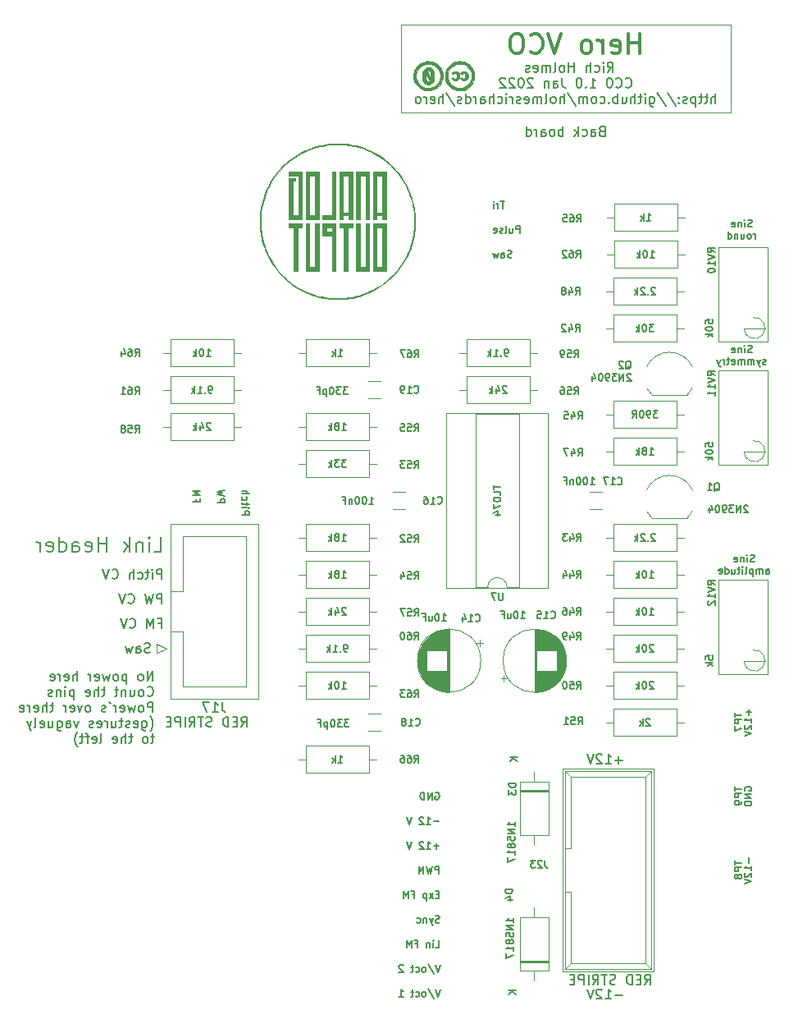
<source format=gbo>
G04 #@! TF.GenerationSoftware,KiCad,Pcbnew,6.0.1-79c1e3a40b~116~ubuntu20.04.1*
G04 #@! TF.CreationDate,2022-01-29T22:23:29-05:00*
G04 #@! TF.ProjectId,herovco_back,6865726f-7663-46f5-9f62-61636b2e6b69,rev?*
G04 #@! TF.SameCoordinates,Original*
G04 #@! TF.FileFunction,Legend,Bot*
G04 #@! TF.FilePolarity,Positive*
%FSLAX46Y46*%
G04 Gerber Fmt 4.6, Leading zero omitted, Abs format (unit mm)*
G04 Created by KiCad (PCBNEW 6.0.1-79c1e3a40b~116~ubuntu20.04.1) date 2022-01-29 22:23:29*
%MOMM*%
%LPD*%
G01*
G04 APERTURE LIST*
%ADD10C,0.120000*%
%ADD11C,0.150000*%
%ADD12C,0.300000*%
%ADD13C,0.200000*%
%ADD14C,0.100000*%
%ADD15C,0.010000*%
G04 APERTURE END LIST*
D10*
X159360000Y-40260000D02*
X193360000Y-40260000D01*
X193360000Y-40260000D02*
X193360000Y-31260000D01*
X159360000Y-31260000D02*
X159360000Y-40260000D01*
X193360000Y-31260000D02*
X159360000Y-31260000D01*
D11*
X133452023Y-95934761D02*
X133309166Y-95982380D01*
X133071071Y-95982380D01*
X132975833Y-95934761D01*
X132928214Y-95887142D01*
X132880595Y-95791904D01*
X132880595Y-95696666D01*
X132928214Y-95601428D01*
X132975833Y-95553809D01*
X133071071Y-95506190D01*
X133261547Y-95458571D01*
X133356785Y-95410952D01*
X133404404Y-95363333D01*
X133452023Y-95268095D01*
X133452023Y-95172857D01*
X133404404Y-95077619D01*
X133356785Y-95030000D01*
X133261547Y-94982380D01*
X133023452Y-94982380D01*
X132880595Y-95030000D01*
X132023452Y-95982380D02*
X132023452Y-95458571D01*
X132071071Y-95363333D01*
X132166309Y-95315714D01*
X132356785Y-95315714D01*
X132452023Y-95363333D01*
X132023452Y-95934761D02*
X132118690Y-95982380D01*
X132356785Y-95982380D01*
X132452023Y-95934761D01*
X132499642Y-95839523D01*
X132499642Y-95744285D01*
X132452023Y-95649047D01*
X132356785Y-95601428D01*
X132118690Y-95601428D01*
X132023452Y-95553809D01*
X131642500Y-95315714D02*
X131452023Y-95982380D01*
X131261547Y-95506190D01*
X131071071Y-95982380D01*
X130880595Y-95315714D01*
X134341071Y-92918571D02*
X134674404Y-92918571D01*
X134674404Y-93442380D02*
X134674404Y-92442380D01*
X134198214Y-92442380D01*
X133817261Y-93442380D02*
X133817261Y-92442380D01*
X133483928Y-93156666D01*
X133150595Y-92442380D01*
X133150595Y-93442380D01*
X131341071Y-93347142D02*
X131388690Y-93394761D01*
X131531547Y-93442380D01*
X131626785Y-93442380D01*
X131769642Y-93394761D01*
X131864880Y-93299523D01*
X131912500Y-93204285D01*
X131960119Y-93013809D01*
X131960119Y-92870952D01*
X131912500Y-92680476D01*
X131864880Y-92585238D01*
X131769642Y-92490000D01*
X131626785Y-92442380D01*
X131531547Y-92442380D01*
X131388690Y-92490000D01*
X131341071Y-92537619D01*
X131055357Y-92442380D02*
X130722023Y-93442380D01*
X130388690Y-92442380D01*
X134674404Y-90902380D02*
X134674404Y-89902380D01*
X134293452Y-89902380D01*
X134198214Y-89950000D01*
X134150595Y-89997619D01*
X134102976Y-90092857D01*
X134102976Y-90235714D01*
X134150595Y-90330952D01*
X134198214Y-90378571D01*
X134293452Y-90426190D01*
X134674404Y-90426190D01*
X133769642Y-89902380D02*
X133531547Y-90902380D01*
X133341071Y-90188095D01*
X133150595Y-90902380D01*
X132912500Y-89902380D01*
X131198214Y-90807142D02*
X131245833Y-90854761D01*
X131388690Y-90902380D01*
X131483928Y-90902380D01*
X131626785Y-90854761D01*
X131722023Y-90759523D01*
X131769642Y-90664285D01*
X131817261Y-90473809D01*
X131817261Y-90330952D01*
X131769642Y-90140476D01*
X131722023Y-90045238D01*
X131626785Y-89950000D01*
X131483928Y-89902380D01*
X131388690Y-89902380D01*
X131245833Y-89950000D01*
X131198214Y-89997619D01*
X130912500Y-89902380D02*
X130579166Y-90902380D01*
X130245833Y-89902380D01*
X134674404Y-88362380D02*
X134674404Y-87362380D01*
X134293452Y-87362380D01*
X134198214Y-87410000D01*
X134150595Y-87457619D01*
X134102976Y-87552857D01*
X134102976Y-87695714D01*
X134150595Y-87790952D01*
X134198214Y-87838571D01*
X134293452Y-87886190D01*
X134674404Y-87886190D01*
X133674404Y-88362380D02*
X133674404Y-87695714D01*
X133674404Y-87362380D02*
X133722023Y-87410000D01*
X133674404Y-87457619D01*
X133626785Y-87410000D01*
X133674404Y-87362380D01*
X133674404Y-87457619D01*
X133341071Y-87695714D02*
X132960119Y-87695714D01*
X133198214Y-87362380D02*
X133198214Y-88219523D01*
X133150595Y-88314761D01*
X133055357Y-88362380D01*
X132960119Y-88362380D01*
X132198214Y-88314761D02*
X132293452Y-88362380D01*
X132483928Y-88362380D01*
X132579166Y-88314761D01*
X132626785Y-88267142D01*
X132674404Y-88171904D01*
X132674404Y-87886190D01*
X132626785Y-87790952D01*
X132579166Y-87743333D01*
X132483928Y-87695714D01*
X132293452Y-87695714D01*
X132198214Y-87743333D01*
X131769642Y-88362380D02*
X131769642Y-87362380D01*
X131341071Y-88362380D02*
X131341071Y-87838571D01*
X131388690Y-87743333D01*
X131483928Y-87695714D01*
X131626785Y-87695714D01*
X131722023Y-87743333D01*
X131769642Y-87790952D01*
X129531547Y-88267142D02*
X129579166Y-88314761D01*
X129722023Y-88362380D01*
X129817261Y-88362380D01*
X129960119Y-88314761D01*
X130055357Y-88219523D01*
X130102976Y-88124285D01*
X130150595Y-87933809D01*
X130150595Y-87790952D01*
X130102976Y-87600476D01*
X130055357Y-87505238D01*
X129960119Y-87410000D01*
X129817261Y-87362380D01*
X129722023Y-87362380D01*
X129579166Y-87410000D01*
X129531547Y-87457619D01*
X129245833Y-87362380D02*
X128912500Y-88362380D01*
X128579166Y-87362380D01*
X142871428Y-103602380D02*
X143204761Y-103126190D01*
X143442857Y-103602380D02*
X143442857Y-102602380D01*
X143061904Y-102602380D01*
X142966666Y-102650000D01*
X142919047Y-102697619D01*
X142871428Y-102792857D01*
X142871428Y-102935714D01*
X142919047Y-103030952D01*
X142966666Y-103078571D01*
X143061904Y-103126190D01*
X143442857Y-103126190D01*
X142442857Y-103078571D02*
X142109523Y-103078571D01*
X141966666Y-103602380D02*
X142442857Y-103602380D01*
X142442857Y-102602380D01*
X141966666Y-102602380D01*
X141538095Y-103602380D02*
X141538095Y-102602380D01*
X141300000Y-102602380D01*
X141157142Y-102650000D01*
X141061904Y-102745238D01*
X141014285Y-102840476D01*
X140966666Y-103030952D01*
X140966666Y-103173809D01*
X141014285Y-103364285D01*
X141061904Y-103459523D01*
X141157142Y-103554761D01*
X141300000Y-103602380D01*
X141538095Y-103602380D01*
X139823809Y-103554761D02*
X139680952Y-103602380D01*
X139442857Y-103602380D01*
X139347619Y-103554761D01*
X139300000Y-103507142D01*
X139252380Y-103411904D01*
X139252380Y-103316666D01*
X139300000Y-103221428D01*
X139347619Y-103173809D01*
X139442857Y-103126190D01*
X139633333Y-103078571D01*
X139728571Y-103030952D01*
X139776190Y-102983333D01*
X139823809Y-102888095D01*
X139823809Y-102792857D01*
X139776190Y-102697619D01*
X139728571Y-102650000D01*
X139633333Y-102602380D01*
X139395238Y-102602380D01*
X139252380Y-102650000D01*
X138966666Y-102602380D02*
X138395238Y-102602380D01*
X138680952Y-103602380D02*
X138680952Y-102602380D01*
X137490476Y-103602380D02*
X137823809Y-103126190D01*
X138061904Y-103602380D02*
X138061904Y-102602380D01*
X137680952Y-102602380D01*
X137585714Y-102650000D01*
X137538095Y-102697619D01*
X137490476Y-102792857D01*
X137490476Y-102935714D01*
X137538095Y-103030952D01*
X137585714Y-103078571D01*
X137680952Y-103126190D01*
X138061904Y-103126190D01*
X137061904Y-103602380D02*
X137061904Y-102602380D01*
X136585714Y-103602380D02*
X136585714Y-102602380D01*
X136204761Y-102602380D01*
X136109523Y-102650000D01*
X136061904Y-102697619D01*
X136014285Y-102792857D01*
X136014285Y-102935714D01*
X136061904Y-103030952D01*
X136109523Y-103078571D01*
X136204761Y-103126190D01*
X136585714Y-103126190D01*
X135585714Y-103078571D02*
X135252380Y-103078571D01*
X135109523Y-103602380D02*
X135585714Y-103602380D01*
X135585714Y-102602380D01*
X135109523Y-102602380D01*
X180074285Y-42188571D02*
X179931428Y-42236190D01*
X179883809Y-42283809D01*
X179836190Y-42379047D01*
X179836190Y-42521904D01*
X179883809Y-42617142D01*
X179931428Y-42664761D01*
X180026666Y-42712380D01*
X180407619Y-42712380D01*
X180407619Y-41712380D01*
X180074285Y-41712380D01*
X179979047Y-41760000D01*
X179931428Y-41807619D01*
X179883809Y-41902857D01*
X179883809Y-41998095D01*
X179931428Y-42093333D01*
X179979047Y-42140952D01*
X180074285Y-42188571D01*
X180407619Y-42188571D01*
X178979047Y-42712380D02*
X178979047Y-42188571D01*
X179026666Y-42093333D01*
X179121904Y-42045714D01*
X179312380Y-42045714D01*
X179407619Y-42093333D01*
X178979047Y-42664761D02*
X179074285Y-42712380D01*
X179312380Y-42712380D01*
X179407619Y-42664761D01*
X179455238Y-42569523D01*
X179455238Y-42474285D01*
X179407619Y-42379047D01*
X179312380Y-42331428D01*
X179074285Y-42331428D01*
X178979047Y-42283809D01*
X178074285Y-42664761D02*
X178169523Y-42712380D01*
X178360000Y-42712380D01*
X178455238Y-42664761D01*
X178502857Y-42617142D01*
X178550476Y-42521904D01*
X178550476Y-42236190D01*
X178502857Y-42140952D01*
X178455238Y-42093333D01*
X178360000Y-42045714D01*
X178169523Y-42045714D01*
X178074285Y-42093333D01*
X177645714Y-42712380D02*
X177645714Y-41712380D01*
X177550476Y-42331428D02*
X177264761Y-42712380D01*
X177264761Y-42045714D02*
X177645714Y-42426666D01*
X176074285Y-42712380D02*
X176074285Y-41712380D01*
X176074285Y-42093333D02*
X175979047Y-42045714D01*
X175788571Y-42045714D01*
X175693333Y-42093333D01*
X175645714Y-42140952D01*
X175598095Y-42236190D01*
X175598095Y-42521904D01*
X175645714Y-42617142D01*
X175693333Y-42664761D01*
X175788571Y-42712380D01*
X175979047Y-42712380D01*
X176074285Y-42664761D01*
X175026666Y-42712380D02*
X175121904Y-42664761D01*
X175169523Y-42617142D01*
X175217142Y-42521904D01*
X175217142Y-42236190D01*
X175169523Y-42140952D01*
X175121904Y-42093333D01*
X175026666Y-42045714D01*
X174883809Y-42045714D01*
X174788571Y-42093333D01*
X174740952Y-42140952D01*
X174693333Y-42236190D01*
X174693333Y-42521904D01*
X174740952Y-42617142D01*
X174788571Y-42664761D01*
X174883809Y-42712380D01*
X175026666Y-42712380D01*
X173836190Y-42712380D02*
X173836190Y-42188571D01*
X173883809Y-42093333D01*
X173979047Y-42045714D01*
X174169523Y-42045714D01*
X174264761Y-42093333D01*
X173836190Y-42664761D02*
X173931428Y-42712380D01*
X174169523Y-42712380D01*
X174264761Y-42664761D01*
X174312380Y-42569523D01*
X174312380Y-42474285D01*
X174264761Y-42379047D01*
X174169523Y-42331428D01*
X173931428Y-42331428D01*
X173836190Y-42283809D01*
X173360000Y-42712380D02*
X173360000Y-42045714D01*
X173360000Y-42236190D02*
X173312380Y-42140952D01*
X173264761Y-42093333D01*
X173169523Y-42045714D01*
X173074285Y-42045714D01*
X172312380Y-42712380D02*
X172312380Y-41712380D01*
X172312380Y-42664761D02*
X172407619Y-42712380D01*
X172598095Y-42712380D01*
X172693333Y-42664761D01*
X172740952Y-42617142D01*
X172788571Y-42521904D01*
X172788571Y-42236190D01*
X172740952Y-42140952D01*
X172693333Y-42093333D01*
X172598095Y-42045714D01*
X172407619Y-42045714D01*
X172312380Y-42093333D01*
X180669523Y-36102380D02*
X181002857Y-35626190D01*
X181240952Y-36102380D02*
X181240952Y-35102380D01*
X180860000Y-35102380D01*
X180764761Y-35150000D01*
X180717142Y-35197619D01*
X180669523Y-35292857D01*
X180669523Y-35435714D01*
X180717142Y-35530952D01*
X180764761Y-35578571D01*
X180860000Y-35626190D01*
X181240952Y-35626190D01*
X180240952Y-36102380D02*
X180240952Y-35435714D01*
X180240952Y-35102380D02*
X180288571Y-35150000D01*
X180240952Y-35197619D01*
X180193333Y-35150000D01*
X180240952Y-35102380D01*
X180240952Y-35197619D01*
X179336190Y-36054761D02*
X179431428Y-36102380D01*
X179621904Y-36102380D01*
X179717142Y-36054761D01*
X179764761Y-36007142D01*
X179812380Y-35911904D01*
X179812380Y-35626190D01*
X179764761Y-35530952D01*
X179717142Y-35483333D01*
X179621904Y-35435714D01*
X179431428Y-35435714D01*
X179336190Y-35483333D01*
X178907619Y-36102380D02*
X178907619Y-35102380D01*
X178479047Y-36102380D02*
X178479047Y-35578571D01*
X178526666Y-35483333D01*
X178621904Y-35435714D01*
X178764761Y-35435714D01*
X178860000Y-35483333D01*
X178907619Y-35530952D01*
X177240952Y-36102380D02*
X177240952Y-35102380D01*
X177240952Y-35578571D02*
X176669523Y-35578571D01*
X176669523Y-36102380D02*
X176669523Y-35102380D01*
X176050476Y-36102380D02*
X176145714Y-36054761D01*
X176193333Y-36007142D01*
X176240952Y-35911904D01*
X176240952Y-35626190D01*
X176193333Y-35530952D01*
X176145714Y-35483333D01*
X176050476Y-35435714D01*
X175907619Y-35435714D01*
X175812380Y-35483333D01*
X175764761Y-35530952D01*
X175717142Y-35626190D01*
X175717142Y-35911904D01*
X175764761Y-36007142D01*
X175812380Y-36054761D01*
X175907619Y-36102380D01*
X176050476Y-36102380D01*
X175145714Y-36102380D02*
X175240952Y-36054761D01*
X175288571Y-35959523D01*
X175288571Y-35102380D01*
X174764761Y-36102380D02*
X174764761Y-35435714D01*
X174764761Y-35530952D02*
X174717142Y-35483333D01*
X174621904Y-35435714D01*
X174479047Y-35435714D01*
X174383809Y-35483333D01*
X174336190Y-35578571D01*
X174336190Y-36102380D01*
X174336190Y-35578571D02*
X174288571Y-35483333D01*
X174193333Y-35435714D01*
X174050476Y-35435714D01*
X173955238Y-35483333D01*
X173907619Y-35578571D01*
X173907619Y-36102380D01*
X173050476Y-36054761D02*
X173145714Y-36102380D01*
X173336190Y-36102380D01*
X173431428Y-36054761D01*
X173479047Y-35959523D01*
X173479047Y-35578571D01*
X173431428Y-35483333D01*
X173336190Y-35435714D01*
X173145714Y-35435714D01*
X173050476Y-35483333D01*
X173002857Y-35578571D01*
X173002857Y-35673809D01*
X173479047Y-35769047D01*
X172621904Y-36054761D02*
X172526666Y-36102380D01*
X172336190Y-36102380D01*
X172240952Y-36054761D01*
X172193333Y-35959523D01*
X172193333Y-35911904D01*
X172240952Y-35816666D01*
X172336190Y-35769047D01*
X172479047Y-35769047D01*
X172574285Y-35721428D01*
X172621904Y-35626190D01*
X172621904Y-35578571D01*
X172574285Y-35483333D01*
X172479047Y-35435714D01*
X172336190Y-35435714D01*
X172240952Y-35483333D01*
X182550476Y-37617142D02*
X182598095Y-37664761D01*
X182740952Y-37712380D01*
X182836190Y-37712380D01*
X182979047Y-37664761D01*
X183074285Y-37569523D01*
X183121904Y-37474285D01*
X183169523Y-37283809D01*
X183169523Y-37140952D01*
X183121904Y-36950476D01*
X183074285Y-36855238D01*
X182979047Y-36760000D01*
X182836190Y-36712380D01*
X182740952Y-36712380D01*
X182598095Y-36760000D01*
X182550476Y-36807619D01*
X181550476Y-37617142D02*
X181598095Y-37664761D01*
X181740952Y-37712380D01*
X181836190Y-37712380D01*
X181979047Y-37664761D01*
X182074285Y-37569523D01*
X182121904Y-37474285D01*
X182169523Y-37283809D01*
X182169523Y-37140952D01*
X182121904Y-36950476D01*
X182074285Y-36855238D01*
X181979047Y-36760000D01*
X181836190Y-36712380D01*
X181740952Y-36712380D01*
X181598095Y-36760000D01*
X181550476Y-36807619D01*
X180931428Y-36712380D02*
X180836190Y-36712380D01*
X180740952Y-36760000D01*
X180693333Y-36807619D01*
X180645714Y-36902857D01*
X180598095Y-37093333D01*
X180598095Y-37331428D01*
X180645714Y-37521904D01*
X180693333Y-37617142D01*
X180740952Y-37664761D01*
X180836190Y-37712380D01*
X180931428Y-37712380D01*
X181026666Y-37664761D01*
X181074285Y-37617142D01*
X181121904Y-37521904D01*
X181169523Y-37331428D01*
X181169523Y-37093333D01*
X181121904Y-36902857D01*
X181074285Y-36807619D01*
X181026666Y-36760000D01*
X180931428Y-36712380D01*
X178883809Y-37712380D02*
X179455238Y-37712380D01*
X179169523Y-37712380D02*
X179169523Y-36712380D01*
X179264761Y-36855238D01*
X179360000Y-36950476D01*
X179455238Y-36998095D01*
X178455238Y-37617142D02*
X178407619Y-37664761D01*
X178455238Y-37712380D01*
X178502857Y-37664761D01*
X178455238Y-37617142D01*
X178455238Y-37712380D01*
X177788571Y-36712380D02*
X177693333Y-36712380D01*
X177598095Y-36760000D01*
X177550476Y-36807619D01*
X177502857Y-36902857D01*
X177455238Y-37093333D01*
X177455238Y-37331428D01*
X177502857Y-37521904D01*
X177550476Y-37617142D01*
X177598095Y-37664761D01*
X177693333Y-37712380D01*
X177788571Y-37712380D01*
X177883809Y-37664761D01*
X177931428Y-37617142D01*
X177979047Y-37521904D01*
X178026666Y-37331428D01*
X178026666Y-37093333D01*
X177979047Y-36902857D01*
X177931428Y-36807619D01*
X177883809Y-36760000D01*
X177788571Y-36712380D01*
X175979047Y-36712380D02*
X175979047Y-37426666D01*
X176026666Y-37569523D01*
X176121904Y-37664761D01*
X176264761Y-37712380D01*
X176360000Y-37712380D01*
X175074285Y-37712380D02*
X175074285Y-37188571D01*
X175121904Y-37093333D01*
X175217142Y-37045714D01*
X175407619Y-37045714D01*
X175502857Y-37093333D01*
X175074285Y-37664761D02*
X175169523Y-37712380D01*
X175407619Y-37712380D01*
X175502857Y-37664761D01*
X175550476Y-37569523D01*
X175550476Y-37474285D01*
X175502857Y-37379047D01*
X175407619Y-37331428D01*
X175169523Y-37331428D01*
X175074285Y-37283809D01*
X174598095Y-37045714D02*
X174598095Y-37712380D01*
X174598095Y-37140952D02*
X174550476Y-37093333D01*
X174455238Y-37045714D01*
X174312380Y-37045714D01*
X174217142Y-37093333D01*
X174169523Y-37188571D01*
X174169523Y-37712380D01*
X172979047Y-36807619D02*
X172931428Y-36760000D01*
X172836190Y-36712380D01*
X172598095Y-36712380D01*
X172502857Y-36760000D01*
X172455238Y-36807619D01*
X172407619Y-36902857D01*
X172407619Y-36998095D01*
X172455238Y-37140952D01*
X173026666Y-37712380D01*
X172407619Y-37712380D01*
X171788571Y-36712380D02*
X171693333Y-36712380D01*
X171598095Y-36760000D01*
X171550476Y-36807619D01*
X171502857Y-36902857D01*
X171455238Y-37093333D01*
X171455238Y-37331428D01*
X171502857Y-37521904D01*
X171550476Y-37617142D01*
X171598095Y-37664761D01*
X171693333Y-37712380D01*
X171788571Y-37712380D01*
X171883809Y-37664761D01*
X171931428Y-37617142D01*
X171979047Y-37521904D01*
X172026666Y-37331428D01*
X172026666Y-37093333D01*
X171979047Y-36902857D01*
X171931428Y-36807619D01*
X171883809Y-36760000D01*
X171788571Y-36712380D01*
X171074285Y-36807619D02*
X171026666Y-36760000D01*
X170931428Y-36712380D01*
X170693333Y-36712380D01*
X170598095Y-36760000D01*
X170550476Y-36807619D01*
X170502857Y-36902857D01*
X170502857Y-36998095D01*
X170550476Y-37140952D01*
X171121904Y-37712380D01*
X170502857Y-37712380D01*
X170121904Y-36807619D02*
X170074285Y-36760000D01*
X169979047Y-36712380D01*
X169740952Y-36712380D01*
X169645714Y-36760000D01*
X169598095Y-36807619D01*
X169550476Y-36902857D01*
X169550476Y-36998095D01*
X169598095Y-37140952D01*
X170169523Y-37712380D01*
X169550476Y-37712380D01*
X191812380Y-39322380D02*
X191812380Y-38322380D01*
X191383809Y-39322380D02*
X191383809Y-38798571D01*
X191431428Y-38703333D01*
X191526666Y-38655714D01*
X191669523Y-38655714D01*
X191764761Y-38703333D01*
X191812380Y-38750952D01*
X191050476Y-38655714D02*
X190669523Y-38655714D01*
X190907619Y-38322380D02*
X190907619Y-39179523D01*
X190860000Y-39274761D01*
X190764761Y-39322380D01*
X190669523Y-39322380D01*
X190479047Y-38655714D02*
X190098095Y-38655714D01*
X190336190Y-38322380D02*
X190336190Y-39179523D01*
X190288571Y-39274761D01*
X190193333Y-39322380D01*
X190098095Y-39322380D01*
X189764761Y-38655714D02*
X189764761Y-39655714D01*
X189764761Y-38703333D02*
X189669523Y-38655714D01*
X189479047Y-38655714D01*
X189383809Y-38703333D01*
X189336190Y-38750952D01*
X189288571Y-38846190D01*
X189288571Y-39131904D01*
X189336190Y-39227142D01*
X189383809Y-39274761D01*
X189479047Y-39322380D01*
X189669523Y-39322380D01*
X189764761Y-39274761D01*
X188907619Y-39274761D02*
X188812380Y-39322380D01*
X188621904Y-39322380D01*
X188526666Y-39274761D01*
X188479047Y-39179523D01*
X188479047Y-39131904D01*
X188526666Y-39036666D01*
X188621904Y-38989047D01*
X188764761Y-38989047D01*
X188860000Y-38941428D01*
X188907619Y-38846190D01*
X188907619Y-38798571D01*
X188860000Y-38703333D01*
X188764761Y-38655714D01*
X188621904Y-38655714D01*
X188526666Y-38703333D01*
X188050476Y-39227142D02*
X188002857Y-39274761D01*
X188050476Y-39322380D01*
X188098095Y-39274761D01*
X188050476Y-39227142D01*
X188050476Y-39322380D01*
X188050476Y-38703333D02*
X188002857Y-38750952D01*
X188050476Y-38798571D01*
X188098095Y-38750952D01*
X188050476Y-38703333D01*
X188050476Y-38798571D01*
X186860000Y-38274761D02*
X187717142Y-39560476D01*
X185812380Y-38274761D02*
X186669523Y-39560476D01*
X185050476Y-38655714D02*
X185050476Y-39465238D01*
X185098095Y-39560476D01*
X185145714Y-39608095D01*
X185240952Y-39655714D01*
X185383809Y-39655714D01*
X185479047Y-39608095D01*
X185050476Y-39274761D02*
X185145714Y-39322380D01*
X185336190Y-39322380D01*
X185431428Y-39274761D01*
X185479047Y-39227142D01*
X185526666Y-39131904D01*
X185526666Y-38846190D01*
X185479047Y-38750952D01*
X185431428Y-38703333D01*
X185336190Y-38655714D01*
X185145714Y-38655714D01*
X185050476Y-38703333D01*
X184574285Y-39322380D02*
X184574285Y-38655714D01*
X184574285Y-38322380D02*
X184621904Y-38370000D01*
X184574285Y-38417619D01*
X184526666Y-38370000D01*
X184574285Y-38322380D01*
X184574285Y-38417619D01*
X184240952Y-38655714D02*
X183860000Y-38655714D01*
X184098095Y-38322380D02*
X184098095Y-39179523D01*
X184050476Y-39274761D01*
X183955238Y-39322380D01*
X183860000Y-39322380D01*
X183526666Y-39322380D02*
X183526666Y-38322380D01*
X183098095Y-39322380D02*
X183098095Y-38798571D01*
X183145714Y-38703333D01*
X183240952Y-38655714D01*
X183383809Y-38655714D01*
X183479047Y-38703333D01*
X183526666Y-38750952D01*
X182193333Y-38655714D02*
X182193333Y-39322380D01*
X182621904Y-38655714D02*
X182621904Y-39179523D01*
X182574285Y-39274761D01*
X182479047Y-39322380D01*
X182336190Y-39322380D01*
X182240952Y-39274761D01*
X182193333Y-39227142D01*
X181717142Y-39322380D02*
X181717142Y-38322380D01*
X181717142Y-38703333D02*
X181621904Y-38655714D01*
X181431428Y-38655714D01*
X181336190Y-38703333D01*
X181288571Y-38750952D01*
X181240952Y-38846190D01*
X181240952Y-39131904D01*
X181288571Y-39227142D01*
X181336190Y-39274761D01*
X181431428Y-39322380D01*
X181621904Y-39322380D01*
X181717142Y-39274761D01*
X180812380Y-39227142D02*
X180764761Y-39274761D01*
X180812380Y-39322380D01*
X180860000Y-39274761D01*
X180812380Y-39227142D01*
X180812380Y-39322380D01*
X179907619Y-39274761D02*
X180002857Y-39322380D01*
X180193333Y-39322380D01*
X180288571Y-39274761D01*
X180336190Y-39227142D01*
X180383809Y-39131904D01*
X180383809Y-38846190D01*
X180336190Y-38750952D01*
X180288571Y-38703333D01*
X180193333Y-38655714D01*
X180002857Y-38655714D01*
X179907619Y-38703333D01*
X179336190Y-39322380D02*
X179431428Y-39274761D01*
X179479047Y-39227142D01*
X179526666Y-39131904D01*
X179526666Y-38846190D01*
X179479047Y-38750952D01*
X179431428Y-38703333D01*
X179336190Y-38655714D01*
X179193333Y-38655714D01*
X179098095Y-38703333D01*
X179050476Y-38750952D01*
X179002857Y-38846190D01*
X179002857Y-39131904D01*
X179050476Y-39227142D01*
X179098095Y-39274761D01*
X179193333Y-39322380D01*
X179336190Y-39322380D01*
X178574285Y-39322380D02*
X178574285Y-38655714D01*
X178574285Y-38750952D02*
X178526666Y-38703333D01*
X178431428Y-38655714D01*
X178288571Y-38655714D01*
X178193333Y-38703333D01*
X178145714Y-38798571D01*
X178145714Y-39322380D01*
X178145714Y-38798571D02*
X178098095Y-38703333D01*
X178002857Y-38655714D01*
X177860000Y-38655714D01*
X177764761Y-38703333D01*
X177717142Y-38798571D01*
X177717142Y-39322380D01*
X176526666Y-38274761D02*
X177383809Y-39560476D01*
X176193333Y-39322380D02*
X176193333Y-38322380D01*
X175764761Y-39322380D02*
X175764761Y-38798571D01*
X175812380Y-38703333D01*
X175907619Y-38655714D01*
X176050476Y-38655714D01*
X176145714Y-38703333D01*
X176193333Y-38750952D01*
X175145714Y-39322380D02*
X175240952Y-39274761D01*
X175288571Y-39227142D01*
X175336190Y-39131904D01*
X175336190Y-38846190D01*
X175288571Y-38750952D01*
X175240952Y-38703333D01*
X175145714Y-38655714D01*
X175002857Y-38655714D01*
X174907619Y-38703333D01*
X174860000Y-38750952D01*
X174812380Y-38846190D01*
X174812380Y-39131904D01*
X174860000Y-39227142D01*
X174907619Y-39274761D01*
X175002857Y-39322380D01*
X175145714Y-39322380D01*
X174240952Y-39322380D02*
X174336190Y-39274761D01*
X174383809Y-39179523D01*
X174383809Y-38322380D01*
X173860000Y-39322380D02*
X173860000Y-38655714D01*
X173860000Y-38750952D02*
X173812380Y-38703333D01*
X173717142Y-38655714D01*
X173574285Y-38655714D01*
X173479047Y-38703333D01*
X173431428Y-38798571D01*
X173431428Y-39322380D01*
X173431428Y-38798571D02*
X173383809Y-38703333D01*
X173288571Y-38655714D01*
X173145714Y-38655714D01*
X173050476Y-38703333D01*
X173002857Y-38798571D01*
X173002857Y-39322380D01*
X172145714Y-39274761D02*
X172240952Y-39322380D01*
X172431428Y-39322380D01*
X172526666Y-39274761D01*
X172574285Y-39179523D01*
X172574285Y-38798571D01*
X172526666Y-38703333D01*
X172431428Y-38655714D01*
X172240952Y-38655714D01*
X172145714Y-38703333D01*
X172098095Y-38798571D01*
X172098095Y-38893809D01*
X172574285Y-38989047D01*
X171717142Y-39274761D02*
X171621904Y-39322380D01*
X171431428Y-39322380D01*
X171336190Y-39274761D01*
X171288571Y-39179523D01*
X171288571Y-39131904D01*
X171336190Y-39036666D01*
X171431428Y-38989047D01*
X171574285Y-38989047D01*
X171669523Y-38941428D01*
X171717142Y-38846190D01*
X171717142Y-38798571D01*
X171669523Y-38703333D01*
X171574285Y-38655714D01*
X171431428Y-38655714D01*
X171336190Y-38703333D01*
X170860000Y-39322380D02*
X170860000Y-38655714D01*
X170860000Y-38846190D02*
X170812380Y-38750952D01*
X170764761Y-38703333D01*
X170669523Y-38655714D01*
X170574285Y-38655714D01*
X170240952Y-39322380D02*
X170240952Y-38655714D01*
X170240952Y-38322380D02*
X170288571Y-38370000D01*
X170240952Y-38417619D01*
X170193333Y-38370000D01*
X170240952Y-38322380D01*
X170240952Y-38417619D01*
X169336190Y-39274761D02*
X169431428Y-39322380D01*
X169621904Y-39322380D01*
X169717142Y-39274761D01*
X169764761Y-39227142D01*
X169812380Y-39131904D01*
X169812380Y-38846190D01*
X169764761Y-38750952D01*
X169717142Y-38703333D01*
X169621904Y-38655714D01*
X169431428Y-38655714D01*
X169336190Y-38703333D01*
X168907619Y-39322380D02*
X168907619Y-38322380D01*
X168479047Y-39322380D02*
X168479047Y-38798571D01*
X168526666Y-38703333D01*
X168621904Y-38655714D01*
X168764761Y-38655714D01*
X168860000Y-38703333D01*
X168907619Y-38750952D01*
X167574285Y-39322380D02*
X167574285Y-38798571D01*
X167621904Y-38703333D01*
X167717142Y-38655714D01*
X167907619Y-38655714D01*
X168002857Y-38703333D01*
X167574285Y-39274761D02*
X167669523Y-39322380D01*
X167907619Y-39322380D01*
X168002857Y-39274761D01*
X168050476Y-39179523D01*
X168050476Y-39084285D01*
X168002857Y-38989047D01*
X167907619Y-38941428D01*
X167669523Y-38941428D01*
X167574285Y-38893809D01*
X167098095Y-39322380D02*
X167098095Y-38655714D01*
X167098095Y-38846190D02*
X167050476Y-38750952D01*
X167002857Y-38703333D01*
X166907619Y-38655714D01*
X166812380Y-38655714D01*
X166050476Y-39322380D02*
X166050476Y-38322380D01*
X166050476Y-39274761D02*
X166145714Y-39322380D01*
X166336190Y-39322380D01*
X166431428Y-39274761D01*
X166479047Y-39227142D01*
X166526666Y-39131904D01*
X166526666Y-38846190D01*
X166479047Y-38750952D01*
X166431428Y-38703333D01*
X166336190Y-38655714D01*
X166145714Y-38655714D01*
X166050476Y-38703333D01*
X165621904Y-39274761D02*
X165526666Y-39322380D01*
X165336190Y-39322380D01*
X165240952Y-39274761D01*
X165193333Y-39179523D01*
X165193333Y-39131904D01*
X165240952Y-39036666D01*
X165336190Y-38989047D01*
X165479047Y-38989047D01*
X165574285Y-38941428D01*
X165621904Y-38846190D01*
X165621904Y-38798571D01*
X165574285Y-38703333D01*
X165479047Y-38655714D01*
X165336190Y-38655714D01*
X165240952Y-38703333D01*
X164050476Y-38274761D02*
X164907619Y-39560476D01*
X163717142Y-39322380D02*
X163717142Y-38322380D01*
X163288571Y-39322380D02*
X163288571Y-38798571D01*
X163336190Y-38703333D01*
X163431428Y-38655714D01*
X163574285Y-38655714D01*
X163669523Y-38703333D01*
X163717142Y-38750952D01*
X162431428Y-39274761D02*
X162526666Y-39322380D01*
X162717142Y-39322380D01*
X162812380Y-39274761D01*
X162860000Y-39179523D01*
X162860000Y-38798571D01*
X162812380Y-38703333D01*
X162717142Y-38655714D01*
X162526666Y-38655714D01*
X162431428Y-38703333D01*
X162383809Y-38798571D01*
X162383809Y-38893809D01*
X162860000Y-38989047D01*
X161955238Y-39322380D02*
X161955238Y-38655714D01*
X161955238Y-38846190D02*
X161907619Y-38750952D01*
X161860000Y-38703333D01*
X161764761Y-38655714D01*
X161669523Y-38655714D01*
X161193333Y-39322380D02*
X161288571Y-39274761D01*
X161336190Y-39227142D01*
X161383809Y-39131904D01*
X161383809Y-38846190D01*
X161336190Y-38750952D01*
X161288571Y-38703333D01*
X161193333Y-38655714D01*
X161050476Y-38655714D01*
X160955238Y-38703333D01*
X160907619Y-38750952D01*
X160860000Y-38846190D01*
X160860000Y-39131904D01*
X160907619Y-39227142D01*
X160955238Y-39274761D01*
X161050476Y-39322380D01*
X161193333Y-39322380D01*
D12*
X183979047Y-34164761D02*
X183979047Y-32164761D01*
X183979047Y-33117142D02*
X182836190Y-33117142D01*
X182836190Y-34164761D02*
X182836190Y-32164761D01*
X181121904Y-34069523D02*
X181312380Y-34164761D01*
X181693333Y-34164761D01*
X181883809Y-34069523D01*
X181979047Y-33879047D01*
X181979047Y-33117142D01*
X181883809Y-32926666D01*
X181693333Y-32831428D01*
X181312380Y-32831428D01*
X181121904Y-32926666D01*
X181026666Y-33117142D01*
X181026666Y-33307619D01*
X181979047Y-33498095D01*
X180169523Y-34164761D02*
X180169523Y-32831428D01*
X180169523Y-33212380D02*
X180074285Y-33021904D01*
X179979047Y-32926666D01*
X179788571Y-32831428D01*
X179598095Y-32831428D01*
X178645714Y-34164761D02*
X178836190Y-34069523D01*
X178931428Y-33974285D01*
X179026666Y-33783809D01*
X179026666Y-33212380D01*
X178931428Y-33021904D01*
X178836190Y-32926666D01*
X178645714Y-32831428D01*
X178360000Y-32831428D01*
X178169523Y-32926666D01*
X178074285Y-33021904D01*
X177979047Y-33212380D01*
X177979047Y-33783809D01*
X178074285Y-33974285D01*
X178169523Y-34069523D01*
X178360000Y-34164761D01*
X178645714Y-34164761D01*
X175883809Y-32164761D02*
X175217142Y-34164761D01*
X174550476Y-32164761D01*
X172740952Y-33974285D02*
X172836190Y-34069523D01*
X173121904Y-34164761D01*
X173312380Y-34164761D01*
X173598095Y-34069523D01*
X173788571Y-33879047D01*
X173883809Y-33688571D01*
X173979047Y-33307619D01*
X173979047Y-33021904D01*
X173883809Y-32640952D01*
X173788571Y-32450476D01*
X173598095Y-32260000D01*
X173312380Y-32164761D01*
X173121904Y-32164761D01*
X172836190Y-32260000D01*
X172740952Y-32355238D01*
X171502857Y-32164761D02*
X171121904Y-32164761D01*
X170931428Y-32260000D01*
X170740952Y-32450476D01*
X170645714Y-32831428D01*
X170645714Y-33498095D01*
X170740952Y-33879047D01*
X170931428Y-34069523D01*
X171121904Y-34164761D01*
X171502857Y-34164761D01*
X171693333Y-34069523D01*
X171883809Y-33879047D01*
X171979047Y-33498095D01*
X171979047Y-32831428D01*
X171883809Y-32450476D01*
X171693333Y-32260000D01*
X171502857Y-32164761D01*
D11*
X170783214Y-55193571D02*
X170676071Y-55229285D01*
X170497500Y-55229285D01*
X170426071Y-55193571D01*
X170390357Y-55157857D01*
X170354642Y-55086428D01*
X170354642Y-55015000D01*
X170390357Y-54943571D01*
X170426071Y-54907857D01*
X170497500Y-54872142D01*
X170640357Y-54836428D01*
X170711785Y-54800714D01*
X170747500Y-54765000D01*
X170783214Y-54693571D01*
X170783214Y-54622142D01*
X170747500Y-54550714D01*
X170711785Y-54515000D01*
X170640357Y-54479285D01*
X170461785Y-54479285D01*
X170354642Y-54515000D01*
X169711785Y-55229285D02*
X169711785Y-54836428D01*
X169747500Y-54765000D01*
X169818928Y-54729285D01*
X169961785Y-54729285D01*
X170033214Y-54765000D01*
X169711785Y-55193571D02*
X169783214Y-55229285D01*
X169961785Y-55229285D01*
X170033214Y-55193571D01*
X170068928Y-55122142D01*
X170068928Y-55050714D01*
X170033214Y-54979285D01*
X169961785Y-54943571D01*
X169783214Y-54943571D01*
X169711785Y-54907857D01*
X169426071Y-54729285D02*
X169283214Y-55229285D01*
X169140357Y-54872142D01*
X168997500Y-55229285D01*
X168854642Y-54729285D01*
X162901071Y-110395000D02*
X162972500Y-110359285D01*
X163079642Y-110359285D01*
X163186785Y-110395000D01*
X163258214Y-110466428D01*
X163293928Y-110537857D01*
X163329642Y-110680714D01*
X163329642Y-110787857D01*
X163293928Y-110930714D01*
X163258214Y-111002142D01*
X163186785Y-111073571D01*
X163079642Y-111109285D01*
X163008214Y-111109285D01*
X162901071Y-111073571D01*
X162865357Y-111037857D01*
X162865357Y-110787857D01*
X163008214Y-110787857D01*
X162543928Y-111109285D02*
X162543928Y-110359285D01*
X162115357Y-111109285D01*
X162115357Y-110359285D01*
X161758214Y-111109285D02*
X161758214Y-110359285D01*
X161579642Y-110359285D01*
X161472500Y-110395000D01*
X161401071Y-110466428D01*
X161365357Y-110537857D01*
X161329642Y-110680714D01*
X161329642Y-110787857D01*
X161365357Y-110930714D01*
X161401071Y-111002142D01*
X161472500Y-111073571D01*
X161579642Y-111109285D01*
X161758214Y-111109285D01*
X140385714Y-80521071D02*
X141135714Y-80521071D01*
X141135714Y-80235357D01*
X141100000Y-80163928D01*
X141064285Y-80128214D01*
X140992857Y-80092500D01*
X140885714Y-80092500D01*
X140814285Y-80128214D01*
X140778571Y-80163928D01*
X140742857Y-80235357D01*
X140742857Y-80521071D01*
X141135714Y-79842500D02*
X140385714Y-79663928D01*
X140921428Y-79521071D01*
X140385714Y-79378214D01*
X141135714Y-79199642D01*
X162936785Y-126349285D02*
X163293928Y-126349285D01*
X163293928Y-125599285D01*
X162686785Y-126349285D02*
X162686785Y-125849285D01*
X162686785Y-125599285D02*
X162722500Y-125635000D01*
X162686785Y-125670714D01*
X162651071Y-125635000D01*
X162686785Y-125599285D01*
X162686785Y-125670714D01*
X162329642Y-125849285D02*
X162329642Y-126349285D01*
X162329642Y-125920714D02*
X162293928Y-125885000D01*
X162222500Y-125849285D01*
X162115357Y-125849285D01*
X162043928Y-125885000D01*
X162008214Y-125956428D01*
X162008214Y-126349285D01*
X160829642Y-125956428D02*
X161079642Y-125956428D01*
X161079642Y-126349285D02*
X161079642Y-125599285D01*
X160722500Y-125599285D01*
X160436785Y-126349285D02*
X160436785Y-125599285D01*
X160186785Y-126135000D01*
X159936785Y-125599285D01*
X159936785Y-126349285D01*
X195579571Y-52049821D02*
X195472428Y-52085535D01*
X195293857Y-52085535D01*
X195222428Y-52049821D01*
X195186714Y-52014107D01*
X195151000Y-51942678D01*
X195151000Y-51871250D01*
X195186714Y-51799821D01*
X195222428Y-51764107D01*
X195293857Y-51728392D01*
X195436714Y-51692678D01*
X195508142Y-51656964D01*
X195543857Y-51621250D01*
X195579571Y-51549821D01*
X195579571Y-51478392D01*
X195543857Y-51406964D01*
X195508142Y-51371250D01*
X195436714Y-51335535D01*
X195258142Y-51335535D01*
X195151000Y-51371250D01*
X194829571Y-52085535D02*
X194829571Y-51585535D01*
X194829571Y-51335535D02*
X194865285Y-51371250D01*
X194829571Y-51406964D01*
X194793857Y-51371250D01*
X194829571Y-51335535D01*
X194829571Y-51406964D01*
X194472428Y-51585535D02*
X194472428Y-52085535D01*
X194472428Y-51656964D02*
X194436714Y-51621250D01*
X194365285Y-51585535D01*
X194258142Y-51585535D01*
X194186714Y-51621250D01*
X194151000Y-51692678D01*
X194151000Y-52085535D01*
X193508142Y-52049821D02*
X193579571Y-52085535D01*
X193722428Y-52085535D01*
X193793857Y-52049821D01*
X193829571Y-51978392D01*
X193829571Y-51692678D01*
X193793857Y-51621250D01*
X193722428Y-51585535D01*
X193579571Y-51585535D01*
X193508142Y-51621250D01*
X193472428Y-51692678D01*
X193472428Y-51764107D01*
X193829571Y-51835535D01*
X195936714Y-53293035D02*
X195936714Y-52793035D01*
X195936714Y-52935892D02*
X195901000Y-52864464D01*
X195865285Y-52828750D01*
X195793857Y-52793035D01*
X195722428Y-52793035D01*
X195365285Y-53293035D02*
X195436714Y-53257321D01*
X195472428Y-53221607D01*
X195508142Y-53150178D01*
X195508142Y-52935892D01*
X195472428Y-52864464D01*
X195436714Y-52828750D01*
X195365285Y-52793035D01*
X195258142Y-52793035D01*
X195186714Y-52828750D01*
X195151000Y-52864464D01*
X195115285Y-52935892D01*
X195115285Y-53150178D01*
X195151000Y-53221607D01*
X195186714Y-53257321D01*
X195258142Y-53293035D01*
X195365285Y-53293035D01*
X194472428Y-52793035D02*
X194472428Y-53293035D01*
X194793857Y-52793035D02*
X194793857Y-53185892D01*
X194758142Y-53257321D01*
X194686714Y-53293035D01*
X194579571Y-53293035D01*
X194508142Y-53257321D01*
X194472428Y-53221607D01*
X194115285Y-52793035D02*
X194115285Y-53293035D01*
X194115285Y-52864464D02*
X194079571Y-52828750D01*
X194008142Y-52793035D01*
X193901000Y-52793035D01*
X193829571Y-52828750D01*
X193793857Y-52900178D01*
X193793857Y-53293035D01*
X193115285Y-53293035D02*
X193115285Y-52543035D01*
X193115285Y-53257321D02*
X193186714Y-53293035D01*
X193329571Y-53293035D01*
X193401000Y-53257321D01*
X193436714Y-53221607D01*
X193472428Y-53150178D01*
X193472428Y-52935892D01*
X193436714Y-52864464D01*
X193401000Y-52828750D01*
X193329571Y-52793035D01*
X193186714Y-52793035D01*
X193115285Y-52828750D01*
X142925714Y-81771071D02*
X143675714Y-81771071D01*
X143675714Y-81485357D01*
X143640000Y-81413928D01*
X143604285Y-81378214D01*
X143532857Y-81342500D01*
X143425714Y-81342500D01*
X143354285Y-81378214D01*
X143318571Y-81413928D01*
X143282857Y-81485357D01*
X143282857Y-81771071D01*
X142925714Y-81021071D02*
X143425714Y-81021071D01*
X143675714Y-81021071D02*
X143640000Y-81056785D01*
X143604285Y-81021071D01*
X143640000Y-80985357D01*
X143675714Y-81021071D01*
X143604285Y-81021071D01*
X143425714Y-80771071D02*
X143425714Y-80485357D01*
X143675714Y-80663928D02*
X143032857Y-80663928D01*
X142961428Y-80628214D01*
X142925714Y-80556785D01*
X142925714Y-80485357D01*
X142961428Y-79913928D02*
X142925714Y-79985357D01*
X142925714Y-80128214D01*
X142961428Y-80199642D01*
X142997142Y-80235357D01*
X143068571Y-80271071D01*
X143282857Y-80271071D01*
X143354285Y-80235357D01*
X143390000Y-80199642D01*
X143425714Y-80128214D01*
X143425714Y-79985357D01*
X143390000Y-79913928D01*
X142925714Y-79592500D02*
X143675714Y-79592500D01*
X142925714Y-79271071D02*
X143318571Y-79271071D01*
X143390000Y-79306785D01*
X143425714Y-79378214D01*
X143425714Y-79485357D01*
X143390000Y-79556785D01*
X143354285Y-79592500D01*
X138238571Y-80163928D02*
X138238571Y-80413928D01*
X137845714Y-80413928D02*
X138595714Y-80413928D01*
X138595714Y-80056785D01*
X137845714Y-79771071D02*
X138595714Y-79771071D01*
X138060000Y-79521071D01*
X138595714Y-79271071D01*
X137845714Y-79271071D01*
X163329642Y-123773571D02*
X163222500Y-123809285D01*
X163043928Y-123809285D01*
X162972500Y-123773571D01*
X162936785Y-123737857D01*
X162901071Y-123666428D01*
X162901071Y-123595000D01*
X162936785Y-123523571D01*
X162972500Y-123487857D01*
X163043928Y-123452142D01*
X163186785Y-123416428D01*
X163258214Y-123380714D01*
X163293928Y-123345000D01*
X163329642Y-123273571D01*
X163329642Y-123202142D01*
X163293928Y-123130714D01*
X163258214Y-123095000D01*
X163186785Y-123059285D01*
X163008214Y-123059285D01*
X162901071Y-123095000D01*
X162651071Y-123309285D02*
X162472500Y-123809285D01*
X162293928Y-123309285D02*
X162472500Y-123809285D01*
X162543928Y-123987857D01*
X162579642Y-124023571D01*
X162651071Y-124059285D01*
X162008214Y-123309285D02*
X162008214Y-123809285D01*
X162008214Y-123380714D02*
X161972500Y-123345000D01*
X161901071Y-123309285D01*
X161793928Y-123309285D01*
X161722500Y-123345000D01*
X161686785Y-123416428D01*
X161686785Y-123809285D01*
X161008214Y-123773571D02*
X161079642Y-123809285D01*
X161222500Y-123809285D01*
X161293928Y-123773571D01*
X161329642Y-123737857D01*
X161365357Y-123666428D01*
X161365357Y-123452142D01*
X161329642Y-123380714D01*
X161293928Y-123345000D01*
X161222500Y-123309285D01*
X161079642Y-123309285D01*
X161008214Y-123345000D01*
X163293928Y-118729285D02*
X163293928Y-117979285D01*
X163008214Y-117979285D01*
X162936785Y-118015000D01*
X162901071Y-118050714D01*
X162865357Y-118122142D01*
X162865357Y-118229285D01*
X162901071Y-118300714D01*
X162936785Y-118336428D01*
X163008214Y-118372142D01*
X163293928Y-118372142D01*
X162615357Y-117979285D02*
X162436785Y-118729285D01*
X162293928Y-118193571D01*
X162151071Y-118729285D01*
X161972500Y-117979285D01*
X161686785Y-118729285D02*
X161686785Y-117979285D01*
X161436785Y-118515000D01*
X161186785Y-117979285D01*
X161186785Y-118729285D01*
X170068928Y-49399285D02*
X169640357Y-49399285D01*
X169854642Y-50149285D02*
X169854642Y-49399285D01*
X169390357Y-50149285D02*
X169390357Y-49649285D01*
X169390357Y-49792142D02*
X169354642Y-49720714D01*
X169318928Y-49685000D01*
X169247500Y-49649285D01*
X169176071Y-49649285D01*
X168926071Y-50149285D02*
X168926071Y-49649285D01*
X168926071Y-49399285D02*
X168961785Y-49435000D01*
X168926071Y-49470714D01*
X168890357Y-49435000D01*
X168926071Y-49399285D01*
X168926071Y-49470714D01*
X163293928Y-115903571D02*
X162722500Y-115903571D01*
X163008214Y-116189285D02*
X163008214Y-115617857D01*
X161972500Y-116189285D02*
X162401071Y-116189285D01*
X162186785Y-116189285D02*
X162186785Y-115439285D01*
X162258214Y-115546428D01*
X162329642Y-115617857D01*
X162401071Y-115653571D01*
X161686785Y-115510714D02*
X161651071Y-115475000D01*
X161579642Y-115439285D01*
X161401071Y-115439285D01*
X161329642Y-115475000D01*
X161293928Y-115510714D01*
X161258214Y-115582142D01*
X161258214Y-115653571D01*
X161293928Y-115760714D01*
X161722500Y-116189285D01*
X161258214Y-116189285D01*
X160472500Y-115439285D02*
X160222500Y-116189285D01*
X159972500Y-115439285D01*
X133738404Y-98858380D02*
X133738404Y-97858380D01*
X133166976Y-98858380D01*
X133166976Y-97858380D01*
X132547928Y-98858380D02*
X132643166Y-98810761D01*
X132690785Y-98763142D01*
X132738404Y-98667904D01*
X132738404Y-98382190D01*
X132690785Y-98286952D01*
X132643166Y-98239333D01*
X132547928Y-98191714D01*
X132405071Y-98191714D01*
X132309833Y-98239333D01*
X132262214Y-98286952D01*
X132214595Y-98382190D01*
X132214595Y-98667904D01*
X132262214Y-98763142D01*
X132309833Y-98810761D01*
X132405071Y-98858380D01*
X132547928Y-98858380D01*
X131024119Y-98191714D02*
X131024119Y-99191714D01*
X131024119Y-98239333D02*
X130928880Y-98191714D01*
X130738404Y-98191714D01*
X130643166Y-98239333D01*
X130595547Y-98286952D01*
X130547928Y-98382190D01*
X130547928Y-98667904D01*
X130595547Y-98763142D01*
X130643166Y-98810761D01*
X130738404Y-98858380D01*
X130928880Y-98858380D01*
X131024119Y-98810761D01*
X129976500Y-98858380D02*
X130071738Y-98810761D01*
X130119357Y-98763142D01*
X130166976Y-98667904D01*
X130166976Y-98382190D01*
X130119357Y-98286952D01*
X130071738Y-98239333D01*
X129976500Y-98191714D01*
X129833642Y-98191714D01*
X129738404Y-98239333D01*
X129690785Y-98286952D01*
X129643166Y-98382190D01*
X129643166Y-98667904D01*
X129690785Y-98763142D01*
X129738404Y-98810761D01*
X129833642Y-98858380D01*
X129976500Y-98858380D01*
X129309833Y-98191714D02*
X129119357Y-98858380D01*
X128928880Y-98382190D01*
X128738404Y-98858380D01*
X128547928Y-98191714D01*
X127786023Y-98810761D02*
X127881261Y-98858380D01*
X128071738Y-98858380D01*
X128166976Y-98810761D01*
X128214595Y-98715523D01*
X128214595Y-98334571D01*
X128166976Y-98239333D01*
X128071738Y-98191714D01*
X127881261Y-98191714D01*
X127786023Y-98239333D01*
X127738404Y-98334571D01*
X127738404Y-98429809D01*
X128214595Y-98525047D01*
X127309833Y-98858380D02*
X127309833Y-98191714D01*
X127309833Y-98382190D02*
X127262214Y-98286952D01*
X127214595Y-98239333D01*
X127119357Y-98191714D01*
X127024119Y-98191714D01*
X125928880Y-98858380D02*
X125928880Y-97858380D01*
X125500309Y-98858380D02*
X125500309Y-98334571D01*
X125547928Y-98239333D01*
X125643166Y-98191714D01*
X125786023Y-98191714D01*
X125881261Y-98239333D01*
X125928880Y-98286952D01*
X124643166Y-98810761D02*
X124738404Y-98858380D01*
X124928880Y-98858380D01*
X125024119Y-98810761D01*
X125071738Y-98715523D01*
X125071738Y-98334571D01*
X125024119Y-98239333D01*
X124928880Y-98191714D01*
X124738404Y-98191714D01*
X124643166Y-98239333D01*
X124595547Y-98334571D01*
X124595547Y-98429809D01*
X125071738Y-98525047D01*
X124166976Y-98858380D02*
X124166976Y-98191714D01*
X124166976Y-98382190D02*
X124119357Y-98286952D01*
X124071738Y-98239333D01*
X123976500Y-98191714D01*
X123881261Y-98191714D01*
X123166976Y-98810761D02*
X123262214Y-98858380D01*
X123452690Y-98858380D01*
X123547928Y-98810761D01*
X123595547Y-98715523D01*
X123595547Y-98334571D01*
X123547928Y-98239333D01*
X123452690Y-98191714D01*
X123262214Y-98191714D01*
X123166976Y-98239333D01*
X123119357Y-98334571D01*
X123119357Y-98429809D01*
X123595547Y-98525047D01*
X133166976Y-100373142D02*
X133214595Y-100420761D01*
X133357452Y-100468380D01*
X133452690Y-100468380D01*
X133595547Y-100420761D01*
X133690785Y-100325523D01*
X133738404Y-100230285D01*
X133786023Y-100039809D01*
X133786023Y-99896952D01*
X133738404Y-99706476D01*
X133690785Y-99611238D01*
X133595547Y-99516000D01*
X133452690Y-99468380D01*
X133357452Y-99468380D01*
X133214595Y-99516000D01*
X133166976Y-99563619D01*
X132595547Y-100468380D02*
X132690785Y-100420761D01*
X132738404Y-100373142D01*
X132786023Y-100277904D01*
X132786023Y-99992190D01*
X132738404Y-99896952D01*
X132690785Y-99849333D01*
X132595547Y-99801714D01*
X132452690Y-99801714D01*
X132357452Y-99849333D01*
X132309833Y-99896952D01*
X132262214Y-99992190D01*
X132262214Y-100277904D01*
X132309833Y-100373142D01*
X132357452Y-100420761D01*
X132452690Y-100468380D01*
X132595547Y-100468380D01*
X131405071Y-99801714D02*
X131405071Y-100468380D01*
X131833642Y-99801714D02*
X131833642Y-100325523D01*
X131786023Y-100420761D01*
X131690785Y-100468380D01*
X131547928Y-100468380D01*
X131452690Y-100420761D01*
X131405071Y-100373142D01*
X130928880Y-99801714D02*
X130928880Y-100468380D01*
X130928880Y-99896952D02*
X130881261Y-99849333D01*
X130786023Y-99801714D01*
X130643166Y-99801714D01*
X130547928Y-99849333D01*
X130500309Y-99944571D01*
X130500309Y-100468380D01*
X130166976Y-99801714D02*
X129786023Y-99801714D01*
X130024119Y-99468380D02*
X130024119Y-100325523D01*
X129976500Y-100420761D01*
X129881261Y-100468380D01*
X129786023Y-100468380D01*
X128833642Y-99801714D02*
X128452690Y-99801714D01*
X128690785Y-99468380D02*
X128690785Y-100325523D01*
X128643166Y-100420761D01*
X128547928Y-100468380D01*
X128452690Y-100468380D01*
X128119357Y-100468380D02*
X128119357Y-99468380D01*
X127690785Y-100468380D02*
X127690785Y-99944571D01*
X127738404Y-99849333D01*
X127833642Y-99801714D01*
X127976500Y-99801714D01*
X128071738Y-99849333D01*
X128119357Y-99896952D01*
X126833642Y-100420761D02*
X126928880Y-100468380D01*
X127119357Y-100468380D01*
X127214595Y-100420761D01*
X127262214Y-100325523D01*
X127262214Y-99944571D01*
X127214595Y-99849333D01*
X127119357Y-99801714D01*
X126928880Y-99801714D01*
X126833642Y-99849333D01*
X126786023Y-99944571D01*
X126786023Y-100039809D01*
X127262214Y-100135047D01*
X125595547Y-99801714D02*
X125595547Y-100801714D01*
X125595547Y-99849333D02*
X125500309Y-99801714D01*
X125309833Y-99801714D01*
X125214595Y-99849333D01*
X125166976Y-99896952D01*
X125119357Y-99992190D01*
X125119357Y-100277904D01*
X125166976Y-100373142D01*
X125214595Y-100420761D01*
X125309833Y-100468380D01*
X125500309Y-100468380D01*
X125595547Y-100420761D01*
X124690785Y-100468380D02*
X124690785Y-99801714D01*
X124690785Y-99468380D02*
X124738404Y-99516000D01*
X124690785Y-99563619D01*
X124643166Y-99516000D01*
X124690785Y-99468380D01*
X124690785Y-99563619D01*
X124214595Y-99801714D02*
X124214595Y-100468380D01*
X124214595Y-99896952D02*
X124166976Y-99849333D01*
X124071738Y-99801714D01*
X123928880Y-99801714D01*
X123833642Y-99849333D01*
X123786023Y-99944571D01*
X123786023Y-100468380D01*
X123357452Y-100420761D02*
X123262214Y-100468380D01*
X123071738Y-100468380D01*
X122976500Y-100420761D01*
X122928880Y-100325523D01*
X122928880Y-100277904D01*
X122976500Y-100182666D01*
X123071738Y-100135047D01*
X123214595Y-100135047D01*
X123309833Y-100087428D01*
X123357452Y-99992190D01*
X123357452Y-99944571D01*
X123309833Y-99849333D01*
X123214595Y-99801714D01*
X123071738Y-99801714D01*
X122976500Y-99849333D01*
X133738404Y-102078380D02*
X133738404Y-101078380D01*
X133357452Y-101078380D01*
X133262214Y-101126000D01*
X133214595Y-101173619D01*
X133166976Y-101268857D01*
X133166976Y-101411714D01*
X133214595Y-101506952D01*
X133262214Y-101554571D01*
X133357452Y-101602190D01*
X133738404Y-101602190D01*
X132595547Y-102078380D02*
X132690785Y-102030761D01*
X132738404Y-101983142D01*
X132786023Y-101887904D01*
X132786023Y-101602190D01*
X132738404Y-101506952D01*
X132690785Y-101459333D01*
X132595547Y-101411714D01*
X132452690Y-101411714D01*
X132357452Y-101459333D01*
X132309833Y-101506952D01*
X132262214Y-101602190D01*
X132262214Y-101887904D01*
X132309833Y-101983142D01*
X132357452Y-102030761D01*
X132452690Y-102078380D01*
X132595547Y-102078380D01*
X131928880Y-101411714D02*
X131738404Y-102078380D01*
X131547928Y-101602190D01*
X131357452Y-102078380D01*
X131166976Y-101411714D01*
X130405071Y-102030761D02*
X130500309Y-102078380D01*
X130690785Y-102078380D01*
X130786023Y-102030761D01*
X130833642Y-101935523D01*
X130833642Y-101554571D01*
X130786023Y-101459333D01*
X130690785Y-101411714D01*
X130500309Y-101411714D01*
X130405071Y-101459333D01*
X130357452Y-101554571D01*
X130357452Y-101649809D01*
X130833642Y-101745047D01*
X129928880Y-102078380D02*
X129928880Y-101411714D01*
X129928880Y-101602190D02*
X129881261Y-101506952D01*
X129833642Y-101459333D01*
X129738404Y-101411714D01*
X129643166Y-101411714D01*
X129262214Y-101078380D02*
X129357452Y-101268857D01*
X128881261Y-102030761D02*
X128786023Y-102078380D01*
X128595547Y-102078380D01*
X128500309Y-102030761D01*
X128452690Y-101935523D01*
X128452690Y-101887904D01*
X128500309Y-101792666D01*
X128595547Y-101745047D01*
X128738404Y-101745047D01*
X128833642Y-101697428D01*
X128881261Y-101602190D01*
X128881261Y-101554571D01*
X128833642Y-101459333D01*
X128738404Y-101411714D01*
X128595547Y-101411714D01*
X128500309Y-101459333D01*
X127119357Y-102078380D02*
X127214595Y-102030761D01*
X127262214Y-101983142D01*
X127309833Y-101887904D01*
X127309833Y-101602190D01*
X127262214Y-101506952D01*
X127214595Y-101459333D01*
X127119357Y-101411714D01*
X126976500Y-101411714D01*
X126881261Y-101459333D01*
X126833642Y-101506952D01*
X126786023Y-101602190D01*
X126786023Y-101887904D01*
X126833642Y-101983142D01*
X126881261Y-102030761D01*
X126976500Y-102078380D01*
X127119357Y-102078380D01*
X126452690Y-101411714D02*
X126214595Y-102078380D01*
X125976500Y-101411714D01*
X125214595Y-102030761D02*
X125309833Y-102078380D01*
X125500309Y-102078380D01*
X125595547Y-102030761D01*
X125643166Y-101935523D01*
X125643166Y-101554571D01*
X125595547Y-101459333D01*
X125500309Y-101411714D01*
X125309833Y-101411714D01*
X125214595Y-101459333D01*
X125166976Y-101554571D01*
X125166976Y-101649809D01*
X125643166Y-101745047D01*
X124738404Y-102078380D02*
X124738404Y-101411714D01*
X124738404Y-101602190D02*
X124690785Y-101506952D01*
X124643166Y-101459333D01*
X124547928Y-101411714D01*
X124452690Y-101411714D01*
X123500309Y-101411714D02*
X123119357Y-101411714D01*
X123357452Y-101078380D02*
X123357452Y-101935523D01*
X123309833Y-102030761D01*
X123214595Y-102078380D01*
X123119357Y-102078380D01*
X122786023Y-102078380D02*
X122786023Y-101078380D01*
X122357452Y-102078380D02*
X122357452Y-101554571D01*
X122405071Y-101459333D01*
X122500309Y-101411714D01*
X122643166Y-101411714D01*
X122738404Y-101459333D01*
X122786023Y-101506952D01*
X121500309Y-102030761D02*
X121595547Y-102078380D01*
X121786023Y-102078380D01*
X121881261Y-102030761D01*
X121928880Y-101935523D01*
X121928880Y-101554571D01*
X121881261Y-101459333D01*
X121786023Y-101411714D01*
X121595547Y-101411714D01*
X121500309Y-101459333D01*
X121452690Y-101554571D01*
X121452690Y-101649809D01*
X121928880Y-101745047D01*
X121024119Y-102078380D02*
X121024119Y-101411714D01*
X121024119Y-101602190D02*
X120976500Y-101506952D01*
X120928880Y-101459333D01*
X120833642Y-101411714D01*
X120738404Y-101411714D01*
X120024119Y-102030761D02*
X120119357Y-102078380D01*
X120309833Y-102078380D01*
X120405071Y-102030761D01*
X120452690Y-101935523D01*
X120452690Y-101554571D01*
X120405071Y-101459333D01*
X120309833Y-101411714D01*
X120119357Y-101411714D01*
X120024119Y-101459333D01*
X119976500Y-101554571D01*
X119976500Y-101649809D01*
X120452690Y-101745047D01*
X133452690Y-104069333D02*
X133500309Y-104021714D01*
X133595547Y-103878857D01*
X133643166Y-103783619D01*
X133690785Y-103640761D01*
X133738404Y-103402666D01*
X133738404Y-103212190D01*
X133690785Y-102974095D01*
X133643166Y-102831238D01*
X133595547Y-102736000D01*
X133500309Y-102593142D01*
X133452690Y-102545523D01*
X132643166Y-103021714D02*
X132643166Y-103831238D01*
X132690785Y-103926476D01*
X132738404Y-103974095D01*
X132833642Y-104021714D01*
X132976500Y-104021714D01*
X133071738Y-103974095D01*
X132643166Y-103640761D02*
X132738404Y-103688380D01*
X132928880Y-103688380D01*
X133024119Y-103640761D01*
X133071738Y-103593142D01*
X133119357Y-103497904D01*
X133119357Y-103212190D01*
X133071738Y-103116952D01*
X133024119Y-103069333D01*
X132928880Y-103021714D01*
X132738404Y-103021714D01*
X132643166Y-103069333D01*
X131786023Y-103640761D02*
X131881261Y-103688380D01*
X132071738Y-103688380D01*
X132166976Y-103640761D01*
X132214595Y-103545523D01*
X132214595Y-103164571D01*
X132166976Y-103069333D01*
X132071738Y-103021714D01*
X131881261Y-103021714D01*
X131786023Y-103069333D01*
X131738404Y-103164571D01*
X131738404Y-103259809D01*
X132214595Y-103355047D01*
X131357452Y-103640761D02*
X131262214Y-103688380D01*
X131071738Y-103688380D01*
X130976500Y-103640761D01*
X130928880Y-103545523D01*
X130928880Y-103497904D01*
X130976500Y-103402666D01*
X131071738Y-103355047D01*
X131214595Y-103355047D01*
X131309833Y-103307428D01*
X131357452Y-103212190D01*
X131357452Y-103164571D01*
X131309833Y-103069333D01*
X131214595Y-103021714D01*
X131071738Y-103021714D01*
X130976500Y-103069333D01*
X130643166Y-103021714D02*
X130262214Y-103021714D01*
X130500309Y-102688380D02*
X130500309Y-103545523D01*
X130452690Y-103640761D01*
X130357452Y-103688380D01*
X130262214Y-103688380D01*
X129500309Y-103021714D02*
X129500309Y-103688380D01*
X129928880Y-103021714D02*
X129928880Y-103545523D01*
X129881261Y-103640761D01*
X129786023Y-103688380D01*
X129643166Y-103688380D01*
X129547928Y-103640761D01*
X129500309Y-103593142D01*
X129024119Y-103688380D02*
X129024119Y-103021714D01*
X129024119Y-103212190D02*
X128976500Y-103116952D01*
X128928880Y-103069333D01*
X128833642Y-103021714D01*
X128738404Y-103021714D01*
X128024119Y-103640761D02*
X128119357Y-103688380D01*
X128309833Y-103688380D01*
X128405071Y-103640761D01*
X128452690Y-103545523D01*
X128452690Y-103164571D01*
X128405071Y-103069333D01*
X128309833Y-103021714D01*
X128119357Y-103021714D01*
X128024119Y-103069333D01*
X127976500Y-103164571D01*
X127976500Y-103259809D01*
X128452690Y-103355047D01*
X127595547Y-103640761D02*
X127500309Y-103688380D01*
X127309833Y-103688380D01*
X127214595Y-103640761D01*
X127166976Y-103545523D01*
X127166976Y-103497904D01*
X127214595Y-103402666D01*
X127309833Y-103355047D01*
X127452690Y-103355047D01*
X127547928Y-103307428D01*
X127595547Y-103212190D01*
X127595547Y-103164571D01*
X127547928Y-103069333D01*
X127452690Y-103021714D01*
X127309833Y-103021714D01*
X127214595Y-103069333D01*
X126071738Y-103021714D02*
X125833642Y-103688380D01*
X125595547Y-103021714D01*
X124786023Y-103688380D02*
X124786023Y-103164571D01*
X124833642Y-103069333D01*
X124928880Y-103021714D01*
X125119357Y-103021714D01*
X125214595Y-103069333D01*
X124786023Y-103640761D02*
X124881261Y-103688380D01*
X125119357Y-103688380D01*
X125214595Y-103640761D01*
X125262214Y-103545523D01*
X125262214Y-103450285D01*
X125214595Y-103355047D01*
X125119357Y-103307428D01*
X124881261Y-103307428D01*
X124786023Y-103259809D01*
X123881261Y-103021714D02*
X123881261Y-103831238D01*
X123928880Y-103926476D01*
X123976500Y-103974095D01*
X124071738Y-104021714D01*
X124214595Y-104021714D01*
X124309833Y-103974095D01*
X123881261Y-103640761D02*
X123976500Y-103688380D01*
X124166976Y-103688380D01*
X124262214Y-103640761D01*
X124309833Y-103593142D01*
X124357452Y-103497904D01*
X124357452Y-103212190D01*
X124309833Y-103116952D01*
X124262214Y-103069333D01*
X124166976Y-103021714D01*
X123976500Y-103021714D01*
X123881261Y-103069333D01*
X122976500Y-103021714D02*
X122976500Y-103688380D01*
X123405071Y-103021714D02*
X123405071Y-103545523D01*
X123357452Y-103640761D01*
X123262214Y-103688380D01*
X123119357Y-103688380D01*
X123024119Y-103640761D01*
X122976500Y-103593142D01*
X122119357Y-103640761D02*
X122214595Y-103688380D01*
X122405071Y-103688380D01*
X122500309Y-103640761D01*
X122547928Y-103545523D01*
X122547928Y-103164571D01*
X122500309Y-103069333D01*
X122405071Y-103021714D01*
X122214595Y-103021714D01*
X122119357Y-103069333D01*
X122071738Y-103164571D01*
X122071738Y-103259809D01*
X122547928Y-103355047D01*
X121500309Y-103688380D02*
X121595547Y-103640761D01*
X121643166Y-103545523D01*
X121643166Y-102688380D01*
X121214595Y-103021714D02*
X120976500Y-103688380D01*
X120738404Y-103021714D02*
X120976500Y-103688380D01*
X121071738Y-103926476D01*
X121119357Y-103974095D01*
X121214595Y-104021714D01*
X133881261Y-104631714D02*
X133500309Y-104631714D01*
X133738404Y-104298380D02*
X133738404Y-105155523D01*
X133690785Y-105250761D01*
X133595547Y-105298380D01*
X133500309Y-105298380D01*
X133024119Y-105298380D02*
X133119357Y-105250761D01*
X133166976Y-105203142D01*
X133214595Y-105107904D01*
X133214595Y-104822190D01*
X133166976Y-104726952D01*
X133119357Y-104679333D01*
X133024119Y-104631714D01*
X132881261Y-104631714D01*
X132786023Y-104679333D01*
X132738404Y-104726952D01*
X132690785Y-104822190D01*
X132690785Y-105107904D01*
X132738404Y-105203142D01*
X132786023Y-105250761D01*
X132881261Y-105298380D01*
X133024119Y-105298380D01*
X131643166Y-104631714D02*
X131262214Y-104631714D01*
X131500309Y-104298380D02*
X131500309Y-105155523D01*
X131452690Y-105250761D01*
X131357452Y-105298380D01*
X131262214Y-105298380D01*
X130928880Y-105298380D02*
X130928880Y-104298380D01*
X130500309Y-105298380D02*
X130500309Y-104774571D01*
X130547928Y-104679333D01*
X130643166Y-104631714D01*
X130786023Y-104631714D01*
X130881261Y-104679333D01*
X130928880Y-104726952D01*
X129643166Y-105250761D02*
X129738404Y-105298380D01*
X129928880Y-105298380D01*
X130024119Y-105250761D01*
X130071738Y-105155523D01*
X130071738Y-104774571D01*
X130024119Y-104679333D01*
X129928880Y-104631714D01*
X129738404Y-104631714D01*
X129643166Y-104679333D01*
X129595547Y-104774571D01*
X129595547Y-104869809D01*
X130071738Y-104965047D01*
X128262214Y-105298380D02*
X128357452Y-105250761D01*
X128405071Y-105155523D01*
X128405071Y-104298380D01*
X127500309Y-105250761D02*
X127595547Y-105298380D01*
X127786023Y-105298380D01*
X127881261Y-105250761D01*
X127928880Y-105155523D01*
X127928880Y-104774571D01*
X127881261Y-104679333D01*
X127786023Y-104631714D01*
X127595547Y-104631714D01*
X127500309Y-104679333D01*
X127452690Y-104774571D01*
X127452690Y-104869809D01*
X127928880Y-104965047D01*
X127166976Y-104631714D02*
X126786023Y-104631714D01*
X127024119Y-105298380D02*
X127024119Y-104441238D01*
X126976500Y-104346000D01*
X126881261Y-104298380D01*
X126786023Y-104298380D01*
X126595547Y-104631714D02*
X126214595Y-104631714D01*
X126452690Y-104298380D02*
X126452690Y-105155523D01*
X126405071Y-105250761D01*
X126309833Y-105298380D01*
X126214595Y-105298380D01*
X125976500Y-105679333D02*
X125928880Y-105631714D01*
X125833642Y-105488857D01*
X125786023Y-105393619D01*
X125738404Y-105250761D01*
X125690785Y-105012666D01*
X125690785Y-104822190D01*
X125738404Y-104584095D01*
X125786023Y-104441238D01*
X125833642Y-104346000D01*
X125928880Y-104203142D01*
X125976500Y-104155523D01*
X171640357Y-52689285D02*
X171640357Y-51939285D01*
X171354642Y-51939285D01*
X171283214Y-51975000D01*
X171247500Y-52010714D01*
X171211785Y-52082142D01*
X171211785Y-52189285D01*
X171247500Y-52260714D01*
X171283214Y-52296428D01*
X171354642Y-52332142D01*
X171640357Y-52332142D01*
X170568928Y-52189285D02*
X170568928Y-52689285D01*
X170890357Y-52189285D02*
X170890357Y-52582142D01*
X170854642Y-52653571D01*
X170783214Y-52689285D01*
X170676071Y-52689285D01*
X170604642Y-52653571D01*
X170568928Y-52617857D01*
X170104642Y-52689285D02*
X170176071Y-52653571D01*
X170211785Y-52582142D01*
X170211785Y-51939285D01*
X169854642Y-52653571D02*
X169783214Y-52689285D01*
X169640357Y-52689285D01*
X169568928Y-52653571D01*
X169533214Y-52582142D01*
X169533214Y-52546428D01*
X169568928Y-52475000D01*
X169640357Y-52439285D01*
X169747500Y-52439285D01*
X169818928Y-52403571D01*
X169854642Y-52332142D01*
X169854642Y-52296428D01*
X169818928Y-52225000D01*
X169747500Y-52189285D01*
X169640357Y-52189285D01*
X169568928Y-52225000D01*
X168926071Y-52653571D02*
X168997500Y-52689285D01*
X169140357Y-52689285D01*
X169211785Y-52653571D01*
X169247500Y-52582142D01*
X169247500Y-52296428D01*
X169211785Y-52225000D01*
X169140357Y-52189285D01*
X168997500Y-52189285D01*
X168926071Y-52225000D01*
X168890357Y-52296428D01*
X168890357Y-52367857D01*
X169247500Y-52439285D01*
X195833571Y-86593821D02*
X195726428Y-86629535D01*
X195547857Y-86629535D01*
X195476428Y-86593821D01*
X195440714Y-86558107D01*
X195405000Y-86486678D01*
X195405000Y-86415250D01*
X195440714Y-86343821D01*
X195476428Y-86308107D01*
X195547857Y-86272392D01*
X195690714Y-86236678D01*
X195762142Y-86200964D01*
X195797857Y-86165250D01*
X195833571Y-86093821D01*
X195833571Y-86022392D01*
X195797857Y-85950964D01*
X195762142Y-85915250D01*
X195690714Y-85879535D01*
X195512142Y-85879535D01*
X195405000Y-85915250D01*
X195083571Y-86629535D02*
X195083571Y-86129535D01*
X195083571Y-85879535D02*
X195119285Y-85915250D01*
X195083571Y-85950964D01*
X195047857Y-85915250D01*
X195083571Y-85879535D01*
X195083571Y-85950964D01*
X194726428Y-86129535D02*
X194726428Y-86629535D01*
X194726428Y-86200964D02*
X194690714Y-86165250D01*
X194619285Y-86129535D01*
X194512142Y-86129535D01*
X194440714Y-86165250D01*
X194405000Y-86236678D01*
X194405000Y-86629535D01*
X193762142Y-86593821D02*
X193833571Y-86629535D01*
X193976428Y-86629535D01*
X194047857Y-86593821D01*
X194083571Y-86522392D01*
X194083571Y-86236678D01*
X194047857Y-86165250D01*
X193976428Y-86129535D01*
X193833571Y-86129535D01*
X193762142Y-86165250D01*
X193726428Y-86236678D01*
X193726428Y-86308107D01*
X194083571Y-86379535D01*
X197047857Y-87837035D02*
X197047857Y-87444178D01*
X197083571Y-87372750D01*
X197155000Y-87337035D01*
X197297857Y-87337035D01*
X197369285Y-87372750D01*
X197047857Y-87801321D02*
X197119285Y-87837035D01*
X197297857Y-87837035D01*
X197369285Y-87801321D01*
X197405000Y-87729892D01*
X197405000Y-87658464D01*
X197369285Y-87587035D01*
X197297857Y-87551321D01*
X197119285Y-87551321D01*
X197047857Y-87515607D01*
X196690714Y-87837035D02*
X196690714Y-87337035D01*
X196690714Y-87408464D02*
X196655000Y-87372750D01*
X196583571Y-87337035D01*
X196476428Y-87337035D01*
X196405000Y-87372750D01*
X196369285Y-87444178D01*
X196369285Y-87837035D01*
X196369285Y-87444178D02*
X196333571Y-87372750D01*
X196262142Y-87337035D01*
X196155000Y-87337035D01*
X196083571Y-87372750D01*
X196047857Y-87444178D01*
X196047857Y-87837035D01*
X195690714Y-87337035D02*
X195690714Y-88087035D01*
X195690714Y-87372750D02*
X195619285Y-87337035D01*
X195476428Y-87337035D01*
X195405000Y-87372750D01*
X195369285Y-87408464D01*
X195333571Y-87479892D01*
X195333571Y-87694178D01*
X195369285Y-87765607D01*
X195405000Y-87801321D01*
X195476428Y-87837035D01*
X195619285Y-87837035D01*
X195690714Y-87801321D01*
X194905000Y-87837035D02*
X194976428Y-87801321D01*
X195012142Y-87729892D01*
X195012142Y-87087035D01*
X194619285Y-87837035D02*
X194619285Y-87337035D01*
X194619285Y-87087035D02*
X194655000Y-87122750D01*
X194619285Y-87158464D01*
X194583571Y-87122750D01*
X194619285Y-87087035D01*
X194619285Y-87158464D01*
X194369285Y-87337035D02*
X194083571Y-87337035D01*
X194262142Y-87087035D02*
X194262142Y-87729892D01*
X194226428Y-87801321D01*
X194155000Y-87837035D01*
X194083571Y-87837035D01*
X193512142Y-87337035D02*
X193512142Y-87837035D01*
X193833571Y-87337035D02*
X193833571Y-87729892D01*
X193797857Y-87801321D01*
X193726428Y-87837035D01*
X193619285Y-87837035D01*
X193547857Y-87801321D01*
X193512142Y-87765607D01*
X192833571Y-87837035D02*
X192833571Y-87087035D01*
X192833571Y-87801321D02*
X192905000Y-87837035D01*
X193047857Y-87837035D01*
X193119285Y-87801321D01*
X193155000Y-87765607D01*
X193190714Y-87694178D01*
X193190714Y-87479892D01*
X193155000Y-87408464D01*
X193119285Y-87372750D01*
X193047857Y-87337035D01*
X192905000Y-87337035D01*
X192833571Y-87372750D01*
X192190714Y-87801321D02*
X192262142Y-87837035D01*
X192405000Y-87837035D01*
X192476428Y-87801321D01*
X192512142Y-87729892D01*
X192512142Y-87444178D01*
X192476428Y-87372750D01*
X192405000Y-87337035D01*
X192262142Y-87337035D01*
X192190714Y-87372750D01*
X192155000Y-87444178D01*
X192155000Y-87515607D01*
X192512142Y-87587035D01*
X163401071Y-130679285D02*
X163151071Y-131429285D01*
X162901071Y-130679285D01*
X162115357Y-130643571D02*
X162758214Y-131607857D01*
X161758214Y-131429285D02*
X161829642Y-131393571D01*
X161865357Y-131357857D01*
X161901071Y-131286428D01*
X161901071Y-131072142D01*
X161865357Y-131000714D01*
X161829642Y-130965000D01*
X161758214Y-130929285D01*
X161651071Y-130929285D01*
X161579642Y-130965000D01*
X161543928Y-131000714D01*
X161508214Y-131072142D01*
X161508214Y-131286428D01*
X161543928Y-131357857D01*
X161579642Y-131393571D01*
X161651071Y-131429285D01*
X161758214Y-131429285D01*
X160865357Y-131393571D02*
X160936785Y-131429285D01*
X161079642Y-131429285D01*
X161151071Y-131393571D01*
X161186785Y-131357857D01*
X161222500Y-131286428D01*
X161222500Y-131072142D01*
X161186785Y-131000714D01*
X161151071Y-130965000D01*
X161079642Y-130929285D01*
X160936785Y-130929285D01*
X160865357Y-130965000D01*
X160651071Y-130929285D02*
X160365357Y-130929285D01*
X160543928Y-130679285D02*
X160543928Y-131322142D01*
X160508214Y-131393571D01*
X160436785Y-131429285D01*
X160365357Y-131429285D01*
X159151071Y-131429285D02*
X159579642Y-131429285D01*
X159365357Y-131429285D02*
X159365357Y-130679285D01*
X159436785Y-130786428D01*
X159508214Y-130857857D01*
X159579642Y-130893571D01*
X163401071Y-128139285D02*
X163151071Y-128889285D01*
X162901071Y-128139285D01*
X162115357Y-128103571D02*
X162758214Y-129067857D01*
X161758214Y-128889285D02*
X161829642Y-128853571D01*
X161865357Y-128817857D01*
X161901071Y-128746428D01*
X161901071Y-128532142D01*
X161865357Y-128460714D01*
X161829642Y-128425000D01*
X161758214Y-128389285D01*
X161651071Y-128389285D01*
X161579642Y-128425000D01*
X161543928Y-128460714D01*
X161508214Y-128532142D01*
X161508214Y-128746428D01*
X161543928Y-128817857D01*
X161579642Y-128853571D01*
X161651071Y-128889285D01*
X161758214Y-128889285D01*
X160865357Y-128853571D02*
X160936785Y-128889285D01*
X161079642Y-128889285D01*
X161151071Y-128853571D01*
X161186785Y-128817857D01*
X161222500Y-128746428D01*
X161222500Y-128532142D01*
X161186785Y-128460714D01*
X161151071Y-128425000D01*
X161079642Y-128389285D01*
X160936785Y-128389285D01*
X160865357Y-128425000D01*
X160651071Y-128389285D02*
X160365357Y-128389285D01*
X160543928Y-128139285D02*
X160543928Y-128782142D01*
X160508214Y-128853571D01*
X160436785Y-128889285D01*
X160365357Y-128889285D01*
X159579642Y-128210714D02*
X159543928Y-128175000D01*
X159472500Y-128139285D01*
X159293928Y-128139285D01*
X159222500Y-128175000D01*
X159186785Y-128210714D01*
X159151071Y-128282142D01*
X159151071Y-128353571D01*
X159186785Y-128460714D01*
X159615357Y-128889285D01*
X159151071Y-128889285D01*
X195579571Y-65003821D02*
X195472428Y-65039535D01*
X195293857Y-65039535D01*
X195222428Y-65003821D01*
X195186714Y-64968107D01*
X195151000Y-64896678D01*
X195151000Y-64825250D01*
X195186714Y-64753821D01*
X195222428Y-64718107D01*
X195293857Y-64682392D01*
X195436714Y-64646678D01*
X195508142Y-64610964D01*
X195543857Y-64575250D01*
X195579571Y-64503821D01*
X195579571Y-64432392D01*
X195543857Y-64360964D01*
X195508142Y-64325250D01*
X195436714Y-64289535D01*
X195258142Y-64289535D01*
X195151000Y-64325250D01*
X194829571Y-65039535D02*
X194829571Y-64539535D01*
X194829571Y-64289535D02*
X194865285Y-64325250D01*
X194829571Y-64360964D01*
X194793857Y-64325250D01*
X194829571Y-64289535D01*
X194829571Y-64360964D01*
X194472428Y-64539535D02*
X194472428Y-65039535D01*
X194472428Y-64610964D02*
X194436714Y-64575250D01*
X194365285Y-64539535D01*
X194258142Y-64539535D01*
X194186714Y-64575250D01*
X194151000Y-64646678D01*
X194151000Y-65039535D01*
X193508142Y-65003821D02*
X193579571Y-65039535D01*
X193722428Y-65039535D01*
X193793857Y-65003821D01*
X193829571Y-64932392D01*
X193829571Y-64646678D01*
X193793857Y-64575250D01*
X193722428Y-64539535D01*
X193579571Y-64539535D01*
X193508142Y-64575250D01*
X193472428Y-64646678D01*
X193472428Y-64718107D01*
X193829571Y-64789535D01*
X197026000Y-66211321D02*
X196954571Y-66247035D01*
X196811714Y-66247035D01*
X196740285Y-66211321D01*
X196704571Y-66139892D01*
X196704571Y-66104178D01*
X196740285Y-66032750D01*
X196811714Y-65997035D01*
X196918857Y-65997035D01*
X196990285Y-65961321D01*
X197026000Y-65889892D01*
X197026000Y-65854178D01*
X196990285Y-65782750D01*
X196918857Y-65747035D01*
X196811714Y-65747035D01*
X196740285Y-65782750D01*
X196454571Y-65747035D02*
X196276000Y-66247035D01*
X196097428Y-65747035D02*
X196276000Y-66247035D01*
X196347428Y-66425607D01*
X196383142Y-66461321D01*
X196454571Y-66497035D01*
X195811714Y-66247035D02*
X195811714Y-65747035D01*
X195811714Y-65818464D02*
X195776000Y-65782750D01*
X195704571Y-65747035D01*
X195597428Y-65747035D01*
X195526000Y-65782750D01*
X195490285Y-65854178D01*
X195490285Y-66247035D01*
X195490285Y-65854178D02*
X195454571Y-65782750D01*
X195383142Y-65747035D01*
X195276000Y-65747035D01*
X195204571Y-65782750D01*
X195168857Y-65854178D01*
X195168857Y-66247035D01*
X194811714Y-66247035D02*
X194811714Y-65747035D01*
X194811714Y-65818464D02*
X194776000Y-65782750D01*
X194704571Y-65747035D01*
X194597428Y-65747035D01*
X194526000Y-65782750D01*
X194490285Y-65854178D01*
X194490285Y-66247035D01*
X194490285Y-65854178D02*
X194454571Y-65782750D01*
X194383142Y-65747035D01*
X194276000Y-65747035D01*
X194204571Y-65782750D01*
X194168857Y-65854178D01*
X194168857Y-66247035D01*
X193526000Y-66211321D02*
X193597428Y-66247035D01*
X193740285Y-66247035D01*
X193811714Y-66211321D01*
X193847428Y-66139892D01*
X193847428Y-65854178D01*
X193811714Y-65782750D01*
X193740285Y-65747035D01*
X193597428Y-65747035D01*
X193526000Y-65782750D01*
X193490285Y-65854178D01*
X193490285Y-65925607D01*
X193847428Y-65997035D01*
X193276000Y-65747035D02*
X192990285Y-65747035D01*
X193168857Y-65497035D02*
X193168857Y-66139892D01*
X193133142Y-66211321D01*
X193061714Y-66247035D01*
X192990285Y-66247035D01*
X192740285Y-66247035D02*
X192740285Y-65747035D01*
X192740285Y-65889892D02*
X192704571Y-65818464D01*
X192668857Y-65782750D01*
X192597428Y-65747035D01*
X192526000Y-65747035D01*
X192347428Y-65747035D02*
X192168857Y-66247035D01*
X191990285Y-65747035D02*
X192168857Y-66247035D01*
X192240285Y-66425607D01*
X192276000Y-66461321D01*
X192347428Y-66497035D01*
X163293928Y-113363571D02*
X162722500Y-113363571D01*
X161972500Y-113649285D02*
X162401071Y-113649285D01*
X162186785Y-113649285D02*
X162186785Y-112899285D01*
X162258214Y-113006428D01*
X162329642Y-113077857D01*
X162401071Y-113113571D01*
X161686785Y-112970714D02*
X161651071Y-112935000D01*
X161579642Y-112899285D01*
X161401071Y-112899285D01*
X161329642Y-112935000D01*
X161293928Y-112970714D01*
X161258214Y-113042142D01*
X161258214Y-113113571D01*
X161293928Y-113220714D01*
X161722500Y-113649285D01*
X161258214Y-113649285D01*
X160472500Y-112899285D02*
X160222500Y-113649285D01*
X159972500Y-112899285D01*
D13*
X133874857Y-85540571D02*
X134589142Y-85540571D01*
X134589142Y-84040571D01*
X133374857Y-85540571D02*
X133374857Y-84540571D01*
X133374857Y-84040571D02*
X133446285Y-84112000D01*
X133374857Y-84183428D01*
X133303428Y-84112000D01*
X133374857Y-84040571D01*
X133374857Y-84183428D01*
X132660571Y-84540571D02*
X132660571Y-85540571D01*
X132660571Y-84683428D02*
X132589142Y-84612000D01*
X132446285Y-84540571D01*
X132232000Y-84540571D01*
X132089142Y-84612000D01*
X132017714Y-84754857D01*
X132017714Y-85540571D01*
X131303428Y-85540571D02*
X131303428Y-84040571D01*
X131160571Y-84969142D02*
X130732000Y-85540571D01*
X130732000Y-84540571D02*
X131303428Y-85112000D01*
X128946285Y-85540571D02*
X128946285Y-84040571D01*
X128946285Y-84754857D02*
X128089142Y-84754857D01*
X128089142Y-85540571D02*
X128089142Y-84040571D01*
X126803428Y-85469142D02*
X126946285Y-85540571D01*
X127232000Y-85540571D01*
X127374857Y-85469142D01*
X127446285Y-85326285D01*
X127446285Y-84754857D01*
X127374857Y-84612000D01*
X127232000Y-84540571D01*
X126946285Y-84540571D01*
X126803428Y-84612000D01*
X126732000Y-84754857D01*
X126732000Y-84897714D01*
X127446285Y-85040571D01*
X125446285Y-85540571D02*
X125446285Y-84754857D01*
X125517714Y-84612000D01*
X125660571Y-84540571D01*
X125946285Y-84540571D01*
X126089142Y-84612000D01*
X125446285Y-85469142D02*
X125589142Y-85540571D01*
X125946285Y-85540571D01*
X126089142Y-85469142D01*
X126160571Y-85326285D01*
X126160571Y-85183428D01*
X126089142Y-85040571D01*
X125946285Y-84969142D01*
X125589142Y-84969142D01*
X125446285Y-84897714D01*
X124089142Y-85540571D02*
X124089142Y-84040571D01*
X124089142Y-85469142D02*
X124232000Y-85540571D01*
X124517714Y-85540571D01*
X124660571Y-85469142D01*
X124732000Y-85397714D01*
X124803428Y-85254857D01*
X124803428Y-84826285D01*
X124732000Y-84683428D01*
X124660571Y-84612000D01*
X124517714Y-84540571D01*
X124232000Y-84540571D01*
X124089142Y-84612000D01*
X122803428Y-85469142D02*
X122946285Y-85540571D01*
X123232000Y-85540571D01*
X123374857Y-85469142D01*
X123446285Y-85326285D01*
X123446285Y-84754857D01*
X123374857Y-84612000D01*
X123232000Y-84540571D01*
X122946285Y-84540571D01*
X122803428Y-84612000D01*
X122732000Y-84754857D01*
X122732000Y-84897714D01*
X123446285Y-85040571D01*
X122089142Y-85540571D02*
X122089142Y-84540571D01*
X122089142Y-84826285D02*
X122017714Y-84683428D01*
X121946285Y-84612000D01*
X121803428Y-84540571D01*
X121660571Y-84540571D01*
D11*
X163293928Y-120876428D02*
X163043928Y-120876428D01*
X162936785Y-121269285D02*
X163293928Y-121269285D01*
X163293928Y-120519285D01*
X162936785Y-120519285D01*
X162686785Y-121269285D02*
X162293928Y-120769285D01*
X162686785Y-120769285D02*
X162293928Y-121269285D01*
X162008214Y-120769285D02*
X162008214Y-121519285D01*
X162008214Y-120805000D02*
X161936785Y-120769285D01*
X161793928Y-120769285D01*
X161722500Y-120805000D01*
X161686785Y-120840714D01*
X161651071Y-120912142D01*
X161651071Y-121126428D01*
X161686785Y-121197857D01*
X161722500Y-121233571D01*
X161793928Y-121269285D01*
X161936785Y-121269285D01*
X162008214Y-121233571D01*
X160508214Y-120876428D02*
X160758214Y-120876428D01*
X160758214Y-121269285D02*
X160758214Y-120519285D01*
X160401071Y-120519285D01*
X160115357Y-121269285D02*
X160115357Y-120519285D01*
X159865357Y-121055000D01*
X159615357Y-120519285D01*
X159615357Y-121269285D01*
G04 #@! TO.C,TP9*
X194833000Y-110198571D02*
X194797285Y-110127142D01*
X194797285Y-110020000D01*
X194833000Y-109912857D01*
X194904428Y-109841428D01*
X194975857Y-109805714D01*
X195118714Y-109770000D01*
X195225857Y-109770000D01*
X195368714Y-109805714D01*
X195440142Y-109841428D01*
X195511571Y-109912857D01*
X195547285Y-110020000D01*
X195547285Y-110091428D01*
X195511571Y-110198571D01*
X195475857Y-110234285D01*
X195225857Y-110234285D01*
X195225857Y-110091428D01*
X195547285Y-110555714D02*
X194797285Y-110555714D01*
X195547285Y-110984285D01*
X194797285Y-110984285D01*
X195547285Y-111341428D02*
X194797285Y-111341428D01*
X194797285Y-111520000D01*
X194833000Y-111627142D01*
X194904428Y-111698571D01*
X194975857Y-111734285D01*
X195118714Y-111770000D01*
X195225857Y-111770000D01*
X195368714Y-111734285D01*
X195440142Y-111698571D01*
X195511571Y-111627142D01*
X195547285Y-111520000D01*
X195547285Y-111341428D01*
X193781285Y-109823571D02*
X193781285Y-110252142D01*
X194531285Y-110037857D02*
X193781285Y-110037857D01*
X194531285Y-110502142D02*
X193781285Y-110502142D01*
X193781285Y-110787857D01*
X193817000Y-110859285D01*
X193852714Y-110895000D01*
X193924142Y-110930714D01*
X194031285Y-110930714D01*
X194102714Y-110895000D01*
X194138428Y-110859285D01*
X194174142Y-110787857D01*
X194174142Y-110502142D01*
X194531285Y-111287857D02*
X194531285Y-111430714D01*
X194495571Y-111502142D01*
X194459857Y-111537857D01*
X194352714Y-111609285D01*
X194209857Y-111645000D01*
X193924142Y-111645000D01*
X193852714Y-111609285D01*
X193817000Y-111573571D01*
X193781285Y-111502142D01*
X193781285Y-111359285D01*
X193817000Y-111287857D01*
X193852714Y-111252142D01*
X193924142Y-111216428D01*
X194102714Y-111216428D01*
X194174142Y-111252142D01*
X194209857Y-111287857D01*
X194245571Y-111359285D01*
X194245571Y-111502142D01*
X194209857Y-111573571D01*
X194174142Y-111609285D01*
X194102714Y-111645000D01*
G04 #@! TO.C,TP7*
X195261571Y-101828571D02*
X195261571Y-102400000D01*
X195547285Y-102114285D02*
X194975857Y-102114285D01*
X195547285Y-103150000D02*
X195547285Y-102721428D01*
X195547285Y-102935714D02*
X194797285Y-102935714D01*
X194904428Y-102864285D01*
X194975857Y-102792857D01*
X195011571Y-102721428D01*
X194868714Y-103435714D02*
X194833000Y-103471428D01*
X194797285Y-103542857D01*
X194797285Y-103721428D01*
X194833000Y-103792857D01*
X194868714Y-103828571D01*
X194940142Y-103864285D01*
X195011571Y-103864285D01*
X195118714Y-103828571D01*
X195547285Y-103400000D01*
X195547285Y-103864285D01*
X194797285Y-104078571D02*
X195547285Y-104328571D01*
X194797285Y-104578571D01*
X193781285Y-102203571D02*
X193781285Y-102632142D01*
X194531285Y-102417857D02*
X193781285Y-102417857D01*
X194531285Y-102882142D02*
X193781285Y-102882142D01*
X193781285Y-103167857D01*
X193817000Y-103239285D01*
X193852714Y-103275000D01*
X193924142Y-103310714D01*
X194031285Y-103310714D01*
X194102714Y-103275000D01*
X194138428Y-103239285D01*
X194174142Y-103167857D01*
X194174142Y-102882142D01*
X193781285Y-103560714D02*
X193781285Y-104060714D01*
X194531285Y-103739285D01*
G04 #@! TO.C,TP8*
X195261571Y-117068571D02*
X195261571Y-117640000D01*
X195547285Y-118390000D02*
X195547285Y-117961428D01*
X195547285Y-118175714D02*
X194797285Y-118175714D01*
X194904428Y-118104285D01*
X194975857Y-118032857D01*
X195011571Y-117961428D01*
X194868714Y-118675714D02*
X194833000Y-118711428D01*
X194797285Y-118782857D01*
X194797285Y-118961428D01*
X194833000Y-119032857D01*
X194868714Y-119068571D01*
X194940142Y-119104285D01*
X195011571Y-119104285D01*
X195118714Y-119068571D01*
X195547285Y-118640000D01*
X195547285Y-119104285D01*
X194797285Y-119318571D02*
X195547285Y-119568571D01*
X194797285Y-119818571D01*
X193781285Y-117443571D02*
X193781285Y-117872142D01*
X194531285Y-117657857D02*
X193781285Y-117657857D01*
X194531285Y-118122142D02*
X193781285Y-118122142D01*
X193781285Y-118407857D01*
X193817000Y-118479285D01*
X193852714Y-118515000D01*
X193924142Y-118550714D01*
X194031285Y-118550714D01*
X194102714Y-118515000D01*
X194138428Y-118479285D01*
X194174142Y-118407857D01*
X194174142Y-118122142D01*
X194102714Y-118979285D02*
X194067000Y-118907857D01*
X194031285Y-118872142D01*
X193959857Y-118836428D01*
X193924142Y-118836428D01*
X193852714Y-118872142D01*
X193817000Y-118907857D01*
X193781285Y-118979285D01*
X193781285Y-119122142D01*
X193817000Y-119193571D01*
X193852714Y-119229285D01*
X193924142Y-119265000D01*
X193959857Y-119265000D01*
X194031285Y-119229285D01*
X194067000Y-119193571D01*
X194102714Y-119122142D01*
X194102714Y-118979285D01*
X194138428Y-118907857D01*
X194174142Y-118872142D01*
X194245571Y-118836428D01*
X194388428Y-118836428D01*
X194459857Y-118872142D01*
X194495571Y-118907857D01*
X194531285Y-118979285D01*
X194531285Y-119122142D01*
X194495571Y-119193571D01*
X194459857Y-119229285D01*
X194388428Y-119265000D01*
X194245571Y-119265000D01*
X194174142Y-119229285D01*
X194138428Y-119193571D01*
X194102714Y-119122142D01*
G04 #@! TO.C,RV11*
X191753285Y-67406428D02*
X191396142Y-67156428D01*
X191753285Y-66977857D02*
X191003285Y-66977857D01*
X191003285Y-67263571D01*
X191039000Y-67335000D01*
X191074714Y-67370714D01*
X191146142Y-67406428D01*
X191253285Y-67406428D01*
X191324714Y-67370714D01*
X191360428Y-67335000D01*
X191396142Y-67263571D01*
X191396142Y-66977857D01*
X191003285Y-67620714D02*
X191753285Y-67870714D01*
X191003285Y-68120714D01*
X191753285Y-68763571D02*
X191753285Y-68335000D01*
X191753285Y-68549285D02*
X191003285Y-68549285D01*
X191110428Y-68477857D01*
X191181857Y-68406428D01*
X191217571Y-68335000D01*
X191753285Y-69477857D02*
X191753285Y-69049285D01*
X191753285Y-69263571D02*
X191003285Y-69263571D01*
X191110428Y-69192142D01*
X191181857Y-69120714D01*
X191217571Y-69049285D01*
X190813285Y-74727857D02*
X190813285Y-74370714D01*
X191170428Y-74335000D01*
X191134714Y-74370714D01*
X191099000Y-74442142D01*
X191099000Y-74620714D01*
X191134714Y-74692142D01*
X191170428Y-74727857D01*
X191241857Y-74763571D01*
X191420428Y-74763571D01*
X191491857Y-74727857D01*
X191527571Y-74692142D01*
X191563285Y-74620714D01*
X191563285Y-74442142D01*
X191527571Y-74370714D01*
X191491857Y-74335000D01*
X190813285Y-75227857D02*
X190813285Y-75299285D01*
X190849000Y-75370714D01*
X190884714Y-75406428D01*
X190956142Y-75442142D01*
X191099000Y-75477857D01*
X191277571Y-75477857D01*
X191420428Y-75442142D01*
X191491857Y-75406428D01*
X191527571Y-75370714D01*
X191563285Y-75299285D01*
X191563285Y-75227857D01*
X191527571Y-75156428D01*
X191491857Y-75120714D01*
X191420428Y-75085000D01*
X191277571Y-75049285D01*
X191099000Y-75049285D01*
X190956142Y-75085000D01*
X190884714Y-75120714D01*
X190849000Y-75156428D01*
X190813285Y-75227857D01*
X191563285Y-75799285D02*
X190813285Y-75799285D01*
X191277571Y-75870714D02*
X191563285Y-76085000D01*
X191063285Y-76085000D02*
X191349000Y-75799285D01*
G04 #@! TO.C,C17*
X181712142Y-78557857D02*
X181747857Y-78593571D01*
X181855000Y-78629285D01*
X181926428Y-78629285D01*
X182033571Y-78593571D01*
X182105000Y-78522142D01*
X182140714Y-78450714D01*
X182176428Y-78307857D01*
X182176428Y-78200714D01*
X182140714Y-78057857D01*
X182105000Y-77986428D01*
X182033571Y-77915000D01*
X181926428Y-77879285D01*
X181855000Y-77879285D01*
X181747857Y-77915000D01*
X181712142Y-77950714D01*
X180997857Y-78629285D02*
X181426428Y-78629285D01*
X181212142Y-78629285D02*
X181212142Y-77879285D01*
X181283571Y-77986428D01*
X181355000Y-78057857D01*
X181426428Y-78093571D01*
X180747857Y-77879285D02*
X180247857Y-77879285D01*
X180569285Y-78629285D01*
X178890714Y-78629285D02*
X179319285Y-78629285D01*
X179105000Y-78629285D02*
X179105000Y-77879285D01*
X179176428Y-77986428D01*
X179247857Y-78057857D01*
X179319285Y-78093571D01*
X178426428Y-77879285D02*
X178355000Y-77879285D01*
X178283571Y-77915000D01*
X178247857Y-77950714D01*
X178212142Y-78022142D01*
X178176428Y-78165000D01*
X178176428Y-78343571D01*
X178212142Y-78486428D01*
X178247857Y-78557857D01*
X178283571Y-78593571D01*
X178355000Y-78629285D01*
X178426428Y-78629285D01*
X178497857Y-78593571D01*
X178533571Y-78557857D01*
X178569285Y-78486428D01*
X178605000Y-78343571D01*
X178605000Y-78165000D01*
X178569285Y-78022142D01*
X178533571Y-77950714D01*
X178497857Y-77915000D01*
X178426428Y-77879285D01*
X177712142Y-77879285D02*
X177640714Y-77879285D01*
X177569285Y-77915000D01*
X177533571Y-77950714D01*
X177497857Y-78022142D01*
X177462142Y-78165000D01*
X177462142Y-78343571D01*
X177497857Y-78486428D01*
X177533571Y-78557857D01*
X177569285Y-78593571D01*
X177640714Y-78629285D01*
X177712142Y-78629285D01*
X177783571Y-78593571D01*
X177819285Y-78557857D01*
X177855000Y-78486428D01*
X177890714Y-78343571D01*
X177890714Y-78165000D01*
X177855000Y-78022142D01*
X177819285Y-77950714D01*
X177783571Y-77915000D01*
X177712142Y-77879285D01*
X177140714Y-78129285D02*
X177140714Y-78629285D01*
X177140714Y-78200714D02*
X177105000Y-78165000D01*
X177033571Y-78129285D01*
X176926428Y-78129285D01*
X176855000Y-78165000D01*
X176819285Y-78236428D01*
X176819285Y-78629285D01*
X176212142Y-78236428D02*
X176462142Y-78236428D01*
X176462142Y-78629285D02*
X176462142Y-77879285D01*
X176105000Y-77879285D01*
G04 #@! TO.C,R52*
X160718142Y-84566285D02*
X160968142Y-84209142D01*
X161146714Y-84566285D02*
X161146714Y-83816285D01*
X160861000Y-83816285D01*
X160789571Y-83852000D01*
X160753857Y-83887714D01*
X160718142Y-83959142D01*
X160718142Y-84066285D01*
X160753857Y-84137714D01*
X160789571Y-84173428D01*
X160861000Y-84209142D01*
X161146714Y-84209142D01*
X160039571Y-83816285D02*
X160396714Y-83816285D01*
X160432428Y-84173428D01*
X160396714Y-84137714D01*
X160325285Y-84102000D01*
X160146714Y-84102000D01*
X160075285Y-84137714D01*
X160039571Y-84173428D01*
X160003857Y-84244857D01*
X160003857Y-84423428D01*
X160039571Y-84494857D01*
X160075285Y-84530571D01*
X160146714Y-84566285D01*
X160325285Y-84566285D01*
X160396714Y-84530571D01*
X160432428Y-84494857D01*
X159718142Y-83887714D02*
X159682428Y-83852000D01*
X159611000Y-83816285D01*
X159432428Y-83816285D01*
X159361000Y-83852000D01*
X159325285Y-83887714D01*
X159289571Y-83959142D01*
X159289571Y-84030571D01*
X159325285Y-84137714D01*
X159753857Y-84566285D01*
X159289571Y-84566285D01*
X153236428Y-84439285D02*
X153665000Y-84439285D01*
X153450714Y-84439285D02*
X153450714Y-83689285D01*
X153522142Y-83796428D01*
X153593571Y-83867857D01*
X153665000Y-83903571D01*
X152807857Y-84010714D02*
X152879285Y-83975000D01*
X152915000Y-83939285D01*
X152950714Y-83867857D01*
X152950714Y-83832142D01*
X152915000Y-83760714D01*
X152879285Y-83725000D01*
X152807857Y-83689285D01*
X152665000Y-83689285D01*
X152593571Y-83725000D01*
X152557857Y-83760714D01*
X152522142Y-83832142D01*
X152522142Y-83867857D01*
X152557857Y-83939285D01*
X152593571Y-83975000D01*
X152665000Y-84010714D01*
X152807857Y-84010714D01*
X152879285Y-84046428D01*
X152915000Y-84082142D01*
X152950714Y-84153571D01*
X152950714Y-84296428D01*
X152915000Y-84367857D01*
X152879285Y-84403571D01*
X152807857Y-84439285D01*
X152665000Y-84439285D01*
X152593571Y-84403571D01*
X152557857Y-84367857D01*
X152522142Y-84296428D01*
X152522142Y-84153571D01*
X152557857Y-84082142D01*
X152593571Y-84046428D01*
X152665000Y-84010714D01*
X152200714Y-84439285D02*
X152200714Y-83689285D01*
X152129285Y-84153571D02*
X151915000Y-84439285D01*
X151915000Y-83939285D02*
X152200714Y-84225000D01*
G04 #@! TO.C,R45*
X177609142Y-71866285D02*
X177859142Y-71509142D01*
X178037714Y-71866285D02*
X178037714Y-71116285D01*
X177752000Y-71116285D01*
X177680571Y-71152000D01*
X177644857Y-71187714D01*
X177609142Y-71259142D01*
X177609142Y-71366285D01*
X177644857Y-71437714D01*
X177680571Y-71473428D01*
X177752000Y-71509142D01*
X178037714Y-71509142D01*
X176966285Y-71366285D02*
X176966285Y-71866285D01*
X177144857Y-71080571D02*
X177323428Y-71616285D01*
X176859142Y-71616285D01*
X176216285Y-71116285D02*
X176573428Y-71116285D01*
X176609142Y-71473428D01*
X176573428Y-71437714D01*
X176502000Y-71402000D01*
X176323428Y-71402000D01*
X176252000Y-71437714D01*
X176216285Y-71473428D01*
X176180571Y-71544857D01*
X176180571Y-71723428D01*
X176216285Y-71794857D01*
X176252000Y-71830571D01*
X176323428Y-71866285D01*
X176502000Y-71866285D01*
X176573428Y-71830571D01*
X176609142Y-71794857D01*
X185879285Y-70989285D02*
X185415000Y-70989285D01*
X185665000Y-71275000D01*
X185557857Y-71275000D01*
X185486428Y-71310714D01*
X185450714Y-71346428D01*
X185415000Y-71417857D01*
X185415000Y-71596428D01*
X185450714Y-71667857D01*
X185486428Y-71703571D01*
X185557857Y-71739285D01*
X185772142Y-71739285D01*
X185843571Y-71703571D01*
X185879285Y-71667857D01*
X185057857Y-71739285D02*
X184915000Y-71739285D01*
X184843571Y-71703571D01*
X184807857Y-71667857D01*
X184736428Y-71560714D01*
X184700714Y-71417857D01*
X184700714Y-71132142D01*
X184736428Y-71060714D01*
X184772142Y-71025000D01*
X184843571Y-70989285D01*
X184986428Y-70989285D01*
X185057857Y-71025000D01*
X185093571Y-71060714D01*
X185129285Y-71132142D01*
X185129285Y-71310714D01*
X185093571Y-71382142D01*
X185057857Y-71417857D01*
X184986428Y-71453571D01*
X184843571Y-71453571D01*
X184772142Y-71417857D01*
X184736428Y-71382142D01*
X184700714Y-71310714D01*
X184236428Y-70989285D02*
X184165000Y-70989285D01*
X184093571Y-71025000D01*
X184057857Y-71060714D01*
X184022142Y-71132142D01*
X183986428Y-71275000D01*
X183986428Y-71453571D01*
X184022142Y-71596428D01*
X184057857Y-71667857D01*
X184093571Y-71703571D01*
X184165000Y-71739285D01*
X184236428Y-71739285D01*
X184307857Y-71703571D01*
X184343571Y-71667857D01*
X184379285Y-71596428D01*
X184415000Y-71453571D01*
X184415000Y-71275000D01*
X184379285Y-71132142D01*
X184343571Y-71060714D01*
X184307857Y-71025000D01*
X184236428Y-70989285D01*
X183236428Y-71739285D02*
X183486428Y-71382142D01*
X183665000Y-71739285D02*
X183665000Y-70989285D01*
X183379285Y-70989285D01*
X183307857Y-71025000D01*
X183272142Y-71060714D01*
X183236428Y-71132142D01*
X183236428Y-71239285D01*
X183272142Y-71310714D01*
X183307857Y-71346428D01*
X183379285Y-71382142D01*
X183665000Y-71382142D01*
G04 #@! TO.C,R57*
X160718142Y-92186285D02*
X160968142Y-91829142D01*
X161146714Y-92186285D02*
X161146714Y-91436285D01*
X160861000Y-91436285D01*
X160789571Y-91472000D01*
X160753857Y-91507714D01*
X160718142Y-91579142D01*
X160718142Y-91686285D01*
X160753857Y-91757714D01*
X160789571Y-91793428D01*
X160861000Y-91829142D01*
X161146714Y-91829142D01*
X160039571Y-91436285D02*
X160396714Y-91436285D01*
X160432428Y-91793428D01*
X160396714Y-91757714D01*
X160325285Y-91722000D01*
X160146714Y-91722000D01*
X160075285Y-91757714D01*
X160039571Y-91793428D01*
X160003857Y-91864857D01*
X160003857Y-92043428D01*
X160039571Y-92114857D01*
X160075285Y-92150571D01*
X160146714Y-92186285D01*
X160325285Y-92186285D01*
X160396714Y-92150571D01*
X160432428Y-92114857D01*
X159753857Y-91436285D02*
X159253857Y-91436285D01*
X159575285Y-92186285D01*
X153665000Y-91380714D02*
X153629285Y-91345000D01*
X153557857Y-91309285D01*
X153379285Y-91309285D01*
X153307857Y-91345000D01*
X153272142Y-91380714D01*
X153236428Y-91452142D01*
X153236428Y-91523571D01*
X153272142Y-91630714D01*
X153700714Y-92059285D01*
X153236428Y-92059285D01*
X152593571Y-91559285D02*
X152593571Y-92059285D01*
X152772142Y-91273571D02*
X152950714Y-91809285D01*
X152486428Y-91809285D01*
X152200714Y-92059285D02*
X152200714Y-91309285D01*
X152129285Y-91773571D02*
X151915000Y-92059285D01*
X151915000Y-91559285D02*
X152200714Y-91845000D01*
G04 #@! TO.C,R64*
X131889142Y-65389285D02*
X132139142Y-65032142D01*
X132317714Y-65389285D02*
X132317714Y-64639285D01*
X132032000Y-64639285D01*
X131960571Y-64675000D01*
X131924857Y-64710714D01*
X131889142Y-64782142D01*
X131889142Y-64889285D01*
X131924857Y-64960714D01*
X131960571Y-64996428D01*
X132032000Y-65032142D01*
X132317714Y-65032142D01*
X131246285Y-64639285D02*
X131389142Y-64639285D01*
X131460571Y-64675000D01*
X131496285Y-64710714D01*
X131567714Y-64817857D01*
X131603428Y-64960714D01*
X131603428Y-65246428D01*
X131567714Y-65317857D01*
X131532000Y-65353571D01*
X131460571Y-65389285D01*
X131317714Y-65389285D01*
X131246285Y-65353571D01*
X131210571Y-65317857D01*
X131174857Y-65246428D01*
X131174857Y-65067857D01*
X131210571Y-64996428D01*
X131246285Y-64960714D01*
X131317714Y-64925000D01*
X131460571Y-64925000D01*
X131532000Y-64960714D01*
X131567714Y-64996428D01*
X131603428Y-65067857D01*
X130532000Y-64889285D02*
X130532000Y-65389285D01*
X130710571Y-64603571D02*
X130889142Y-65139285D01*
X130424857Y-65139285D01*
X139266428Y-65389285D02*
X139695000Y-65389285D01*
X139480714Y-65389285D02*
X139480714Y-64639285D01*
X139552142Y-64746428D01*
X139623571Y-64817857D01*
X139695000Y-64853571D01*
X138802142Y-64639285D02*
X138730714Y-64639285D01*
X138659285Y-64675000D01*
X138623571Y-64710714D01*
X138587857Y-64782142D01*
X138552142Y-64925000D01*
X138552142Y-65103571D01*
X138587857Y-65246428D01*
X138623571Y-65317857D01*
X138659285Y-65353571D01*
X138730714Y-65389285D01*
X138802142Y-65389285D01*
X138873571Y-65353571D01*
X138909285Y-65317857D01*
X138945000Y-65246428D01*
X138980714Y-65103571D01*
X138980714Y-64925000D01*
X138945000Y-64782142D01*
X138909285Y-64710714D01*
X138873571Y-64675000D01*
X138802142Y-64639285D01*
X138230714Y-65389285D02*
X138230714Y-64639285D01*
X138159285Y-65103571D02*
X137945000Y-65389285D01*
X137945000Y-64889285D02*
X138230714Y-65175000D01*
G04 #@! TO.C,R58*
X131889142Y-73263285D02*
X132139142Y-72906142D01*
X132317714Y-73263285D02*
X132317714Y-72513285D01*
X132032000Y-72513285D01*
X131960571Y-72549000D01*
X131924857Y-72584714D01*
X131889142Y-72656142D01*
X131889142Y-72763285D01*
X131924857Y-72834714D01*
X131960571Y-72870428D01*
X132032000Y-72906142D01*
X132317714Y-72906142D01*
X131210571Y-72513285D02*
X131567714Y-72513285D01*
X131603428Y-72870428D01*
X131567714Y-72834714D01*
X131496285Y-72799000D01*
X131317714Y-72799000D01*
X131246285Y-72834714D01*
X131210571Y-72870428D01*
X131174857Y-72941857D01*
X131174857Y-73120428D01*
X131210571Y-73191857D01*
X131246285Y-73227571D01*
X131317714Y-73263285D01*
X131496285Y-73263285D01*
X131567714Y-73227571D01*
X131603428Y-73191857D01*
X130746285Y-72834714D02*
X130817714Y-72799000D01*
X130853428Y-72763285D01*
X130889142Y-72691857D01*
X130889142Y-72656142D01*
X130853428Y-72584714D01*
X130817714Y-72549000D01*
X130746285Y-72513285D01*
X130603428Y-72513285D01*
X130532000Y-72549000D01*
X130496285Y-72584714D01*
X130460571Y-72656142D01*
X130460571Y-72691857D01*
X130496285Y-72763285D01*
X130532000Y-72799000D01*
X130603428Y-72834714D01*
X130746285Y-72834714D01*
X130817714Y-72870428D01*
X130853428Y-72906142D01*
X130889142Y-72977571D01*
X130889142Y-73120428D01*
X130853428Y-73191857D01*
X130817714Y-73227571D01*
X130746285Y-73263285D01*
X130603428Y-73263285D01*
X130532000Y-73227571D01*
X130496285Y-73191857D01*
X130460571Y-73120428D01*
X130460571Y-72977571D01*
X130496285Y-72906142D01*
X130532000Y-72870428D01*
X130603428Y-72834714D01*
X139695000Y-72330714D02*
X139659285Y-72295000D01*
X139587857Y-72259285D01*
X139409285Y-72259285D01*
X139337857Y-72295000D01*
X139302142Y-72330714D01*
X139266428Y-72402142D01*
X139266428Y-72473571D01*
X139302142Y-72580714D01*
X139730714Y-73009285D01*
X139266428Y-73009285D01*
X138623571Y-72509285D02*
X138623571Y-73009285D01*
X138802142Y-72223571D02*
X138980714Y-72759285D01*
X138516428Y-72759285D01*
X138230714Y-73009285D02*
X138230714Y-72259285D01*
X138159285Y-72723571D02*
X137945000Y-73009285D01*
X137945000Y-72509285D02*
X138230714Y-72795000D01*
G04 #@! TO.C,J23*
X174217142Y-117389285D02*
X174217142Y-117925000D01*
X174252857Y-118032142D01*
X174324285Y-118103571D01*
X174431428Y-118139285D01*
X174502857Y-118139285D01*
X173895714Y-117460714D02*
X173860000Y-117425000D01*
X173788571Y-117389285D01*
X173610000Y-117389285D01*
X173538571Y-117425000D01*
X173502857Y-117460714D01*
X173467142Y-117532142D01*
X173467142Y-117603571D01*
X173502857Y-117710714D01*
X173931428Y-118139285D01*
X173467142Y-118139285D01*
X173217142Y-117389285D02*
X172752857Y-117389285D01*
X173002857Y-117675000D01*
X172895714Y-117675000D01*
X172824285Y-117710714D01*
X172788571Y-117746428D01*
X172752857Y-117817857D01*
X172752857Y-117996428D01*
X172788571Y-118067857D01*
X172824285Y-118103571D01*
X172895714Y-118139285D01*
X173110000Y-118139285D01*
X173181428Y-118103571D01*
X173217142Y-118067857D01*
X182221904Y-107041428D02*
X181460000Y-107041428D01*
X181840952Y-107422380D02*
X181840952Y-106660476D01*
X180460000Y-107422380D02*
X181031428Y-107422380D01*
X180745714Y-107422380D02*
X180745714Y-106422380D01*
X180840952Y-106565238D01*
X180936190Y-106660476D01*
X181031428Y-106708095D01*
X180079047Y-106517619D02*
X180031428Y-106470000D01*
X179936190Y-106422380D01*
X179698095Y-106422380D01*
X179602857Y-106470000D01*
X179555238Y-106517619D01*
X179507619Y-106612857D01*
X179507619Y-106708095D01*
X179555238Y-106850952D01*
X180126666Y-107422380D01*
X179507619Y-107422380D01*
X179221904Y-106422380D02*
X178888571Y-107422380D01*
X178555238Y-106422380D01*
X182221904Y-131288428D02*
X181460000Y-131288428D01*
X180460000Y-131669380D02*
X181031428Y-131669380D01*
X180745714Y-131669380D02*
X180745714Y-130669380D01*
X180840952Y-130812238D01*
X180936190Y-130907476D01*
X181031428Y-130955095D01*
X180079047Y-130764619D02*
X180031428Y-130717000D01*
X179936190Y-130669380D01*
X179698095Y-130669380D01*
X179602857Y-130717000D01*
X179555238Y-130764619D01*
X179507619Y-130859857D01*
X179507619Y-130955095D01*
X179555238Y-131097952D01*
X180126666Y-131669380D01*
X179507619Y-131669380D01*
X179221904Y-130669380D02*
X178888571Y-131669380D01*
X178555238Y-130669380D01*
X184531428Y-130169380D02*
X184864761Y-129693190D01*
X185102857Y-130169380D02*
X185102857Y-129169380D01*
X184721904Y-129169380D01*
X184626666Y-129217000D01*
X184579047Y-129264619D01*
X184531428Y-129359857D01*
X184531428Y-129502714D01*
X184579047Y-129597952D01*
X184626666Y-129645571D01*
X184721904Y-129693190D01*
X185102857Y-129693190D01*
X184102857Y-129645571D02*
X183769523Y-129645571D01*
X183626666Y-130169380D02*
X184102857Y-130169380D01*
X184102857Y-129169380D01*
X183626666Y-129169380D01*
X183198095Y-130169380D02*
X183198095Y-129169380D01*
X182960000Y-129169380D01*
X182817142Y-129217000D01*
X182721904Y-129312238D01*
X182674285Y-129407476D01*
X182626666Y-129597952D01*
X182626666Y-129740809D01*
X182674285Y-129931285D01*
X182721904Y-130026523D01*
X182817142Y-130121761D01*
X182960000Y-130169380D01*
X183198095Y-130169380D01*
X181483809Y-130121761D02*
X181340952Y-130169380D01*
X181102857Y-130169380D01*
X181007619Y-130121761D01*
X180960000Y-130074142D01*
X180912380Y-129978904D01*
X180912380Y-129883666D01*
X180960000Y-129788428D01*
X181007619Y-129740809D01*
X181102857Y-129693190D01*
X181293333Y-129645571D01*
X181388571Y-129597952D01*
X181436190Y-129550333D01*
X181483809Y-129455095D01*
X181483809Y-129359857D01*
X181436190Y-129264619D01*
X181388571Y-129217000D01*
X181293333Y-129169380D01*
X181055238Y-129169380D01*
X180912380Y-129217000D01*
X180626666Y-129169380D02*
X180055238Y-129169380D01*
X180340952Y-130169380D02*
X180340952Y-129169380D01*
X179150476Y-130169380D02*
X179483809Y-129693190D01*
X179721904Y-130169380D02*
X179721904Y-129169380D01*
X179340952Y-129169380D01*
X179245714Y-129217000D01*
X179198095Y-129264619D01*
X179150476Y-129359857D01*
X179150476Y-129502714D01*
X179198095Y-129597952D01*
X179245714Y-129645571D01*
X179340952Y-129693190D01*
X179721904Y-129693190D01*
X178721904Y-130169380D02*
X178721904Y-129169380D01*
X178245714Y-130169380D02*
X178245714Y-129169380D01*
X177864761Y-129169380D01*
X177769523Y-129217000D01*
X177721904Y-129264619D01*
X177674285Y-129359857D01*
X177674285Y-129502714D01*
X177721904Y-129597952D01*
X177769523Y-129645571D01*
X177864761Y-129693190D01*
X178245714Y-129693190D01*
X177245714Y-129645571D02*
X176912380Y-129645571D01*
X176769523Y-130169380D02*
X177245714Y-130169380D01*
X177245714Y-129169380D01*
X176769523Y-129169380D01*
G04 #@! TO.C,D3*
X171243285Y-109454428D02*
X170493285Y-109454428D01*
X170493285Y-109633000D01*
X170529000Y-109740142D01*
X170600428Y-109811571D01*
X170671857Y-109847285D01*
X170814714Y-109883000D01*
X170921857Y-109883000D01*
X171064714Y-109847285D01*
X171136142Y-109811571D01*
X171207571Y-109740142D01*
X171243285Y-109633000D01*
X171243285Y-109454428D01*
X170493285Y-110133000D02*
X170493285Y-110597285D01*
X170779000Y-110347285D01*
X170779000Y-110454428D01*
X170814714Y-110525857D01*
X170850428Y-110561571D01*
X170921857Y-110597285D01*
X171100428Y-110597285D01*
X171171857Y-110561571D01*
X171207571Y-110525857D01*
X171243285Y-110454428D01*
X171243285Y-110240142D01*
X171207571Y-110168714D01*
X171171857Y-110133000D01*
X171116285Y-113861857D02*
X171116285Y-113433285D01*
X171116285Y-113647571D02*
X170366285Y-113647571D01*
X170473428Y-113576142D01*
X170544857Y-113504714D01*
X170580571Y-113433285D01*
X171116285Y-114183285D02*
X170366285Y-114183285D01*
X171116285Y-114611857D01*
X170366285Y-114611857D01*
X170366285Y-115326142D02*
X170366285Y-114969000D01*
X170723428Y-114933285D01*
X170687714Y-114969000D01*
X170652000Y-115040428D01*
X170652000Y-115219000D01*
X170687714Y-115290428D01*
X170723428Y-115326142D01*
X170794857Y-115361857D01*
X170973428Y-115361857D01*
X171044857Y-115326142D01*
X171080571Y-115290428D01*
X171116285Y-115219000D01*
X171116285Y-115040428D01*
X171080571Y-114969000D01*
X171044857Y-114933285D01*
X170687714Y-115790428D02*
X170652000Y-115719000D01*
X170616285Y-115683285D01*
X170544857Y-115647571D01*
X170509142Y-115647571D01*
X170437714Y-115683285D01*
X170402000Y-115719000D01*
X170366285Y-115790428D01*
X170366285Y-115933285D01*
X170402000Y-116004714D01*
X170437714Y-116040428D01*
X170509142Y-116076142D01*
X170544857Y-116076142D01*
X170616285Y-116040428D01*
X170652000Y-116004714D01*
X170687714Y-115933285D01*
X170687714Y-115790428D01*
X170723428Y-115719000D01*
X170759142Y-115683285D01*
X170830571Y-115647571D01*
X170973428Y-115647571D01*
X171044857Y-115683285D01*
X171080571Y-115719000D01*
X171116285Y-115790428D01*
X171116285Y-115933285D01*
X171080571Y-116004714D01*
X171044857Y-116040428D01*
X170973428Y-116076142D01*
X170830571Y-116076142D01*
X170759142Y-116040428D01*
X170723428Y-116004714D01*
X170687714Y-115933285D01*
X171116285Y-116790428D02*
X171116285Y-116361857D01*
X171116285Y-116576142D02*
X170366285Y-116576142D01*
X170473428Y-116504714D01*
X170544857Y-116433285D01*
X170580571Y-116361857D01*
X170366285Y-117040428D02*
X170366285Y-117540428D01*
X171116285Y-117219000D01*
X171349285Y-106763571D02*
X170599285Y-106763571D01*
X171349285Y-107192142D02*
X170920714Y-106870714D01*
X170599285Y-107192142D02*
X171027857Y-106763571D01*
G04 #@! TO.C,R56*
X177228142Y-69326285D02*
X177478142Y-68969142D01*
X177656714Y-69326285D02*
X177656714Y-68576285D01*
X177371000Y-68576285D01*
X177299571Y-68612000D01*
X177263857Y-68647714D01*
X177228142Y-68719142D01*
X177228142Y-68826285D01*
X177263857Y-68897714D01*
X177299571Y-68933428D01*
X177371000Y-68969142D01*
X177656714Y-68969142D01*
X176549571Y-68576285D02*
X176906714Y-68576285D01*
X176942428Y-68933428D01*
X176906714Y-68897714D01*
X176835285Y-68862000D01*
X176656714Y-68862000D01*
X176585285Y-68897714D01*
X176549571Y-68933428D01*
X176513857Y-69004857D01*
X176513857Y-69183428D01*
X176549571Y-69254857D01*
X176585285Y-69290571D01*
X176656714Y-69326285D01*
X176835285Y-69326285D01*
X176906714Y-69290571D01*
X176942428Y-69254857D01*
X175871000Y-68576285D02*
X176013857Y-68576285D01*
X176085285Y-68612000D01*
X176121000Y-68647714D01*
X176192428Y-68754857D01*
X176228142Y-68897714D01*
X176228142Y-69183428D01*
X176192428Y-69254857D01*
X176156714Y-69290571D01*
X176085285Y-69326285D01*
X175942428Y-69326285D01*
X175871000Y-69290571D01*
X175835285Y-69254857D01*
X175799571Y-69183428D01*
X175799571Y-69004857D01*
X175835285Y-68933428D01*
X175871000Y-68897714D01*
X175942428Y-68862000D01*
X176085285Y-68862000D01*
X176156714Y-68897714D01*
X176192428Y-68933428D01*
X176228142Y-69004857D01*
X170255000Y-68520714D02*
X170219285Y-68485000D01*
X170147857Y-68449285D01*
X169969285Y-68449285D01*
X169897857Y-68485000D01*
X169862142Y-68520714D01*
X169826428Y-68592142D01*
X169826428Y-68663571D01*
X169862142Y-68770714D01*
X170290714Y-69199285D01*
X169826428Y-69199285D01*
X169183571Y-68699285D02*
X169183571Y-69199285D01*
X169362142Y-68413571D02*
X169540714Y-68949285D01*
X169076428Y-68949285D01*
X168790714Y-69199285D02*
X168790714Y-68449285D01*
X168719285Y-68913571D02*
X168505000Y-69199285D01*
X168505000Y-68699285D02*
X168790714Y-68985000D01*
G04 #@! TO.C,R44*
X177482142Y-88249285D02*
X177732142Y-87892142D01*
X177910714Y-88249285D02*
X177910714Y-87499285D01*
X177625000Y-87499285D01*
X177553571Y-87535000D01*
X177517857Y-87570714D01*
X177482142Y-87642142D01*
X177482142Y-87749285D01*
X177517857Y-87820714D01*
X177553571Y-87856428D01*
X177625000Y-87892142D01*
X177910714Y-87892142D01*
X176839285Y-87749285D02*
X176839285Y-88249285D01*
X177017857Y-87463571D02*
X177196428Y-87999285D01*
X176732142Y-87999285D01*
X176125000Y-87749285D02*
X176125000Y-88249285D01*
X176303571Y-87463571D02*
X176482142Y-87999285D01*
X176017857Y-87999285D01*
X184986428Y-88249285D02*
X185415000Y-88249285D01*
X185200714Y-88249285D02*
X185200714Y-87499285D01*
X185272142Y-87606428D01*
X185343571Y-87677857D01*
X185415000Y-87713571D01*
X184522142Y-87499285D02*
X184450714Y-87499285D01*
X184379285Y-87535000D01*
X184343571Y-87570714D01*
X184307857Y-87642142D01*
X184272142Y-87785000D01*
X184272142Y-87963571D01*
X184307857Y-88106428D01*
X184343571Y-88177857D01*
X184379285Y-88213571D01*
X184450714Y-88249285D01*
X184522142Y-88249285D01*
X184593571Y-88213571D01*
X184629285Y-88177857D01*
X184665000Y-88106428D01*
X184700714Y-87963571D01*
X184700714Y-87785000D01*
X184665000Y-87642142D01*
X184629285Y-87570714D01*
X184593571Y-87535000D01*
X184522142Y-87499285D01*
X183950714Y-88249285D02*
X183950714Y-87499285D01*
X183879285Y-87963571D02*
X183665000Y-88249285D01*
X183665000Y-87749285D02*
X183950714Y-88035000D01*
G04 #@! TO.C,J17*
X140899523Y-101082380D02*
X140899523Y-101796666D01*
X140947142Y-101939523D01*
X141042380Y-102034761D01*
X141185238Y-102082380D01*
X141280476Y-102082380D01*
X139899523Y-102082380D02*
X140470952Y-102082380D01*
X140185238Y-102082380D02*
X140185238Y-101082380D01*
X140280476Y-101225238D01*
X140375714Y-101320476D01*
X140470952Y-101368095D01*
X139566190Y-101082380D02*
X138899523Y-101082380D01*
X139328095Y-102082380D01*
G04 #@! TO.C,R55*
X160718142Y-73136285D02*
X160968142Y-72779142D01*
X161146714Y-73136285D02*
X161146714Y-72386285D01*
X160861000Y-72386285D01*
X160789571Y-72422000D01*
X160753857Y-72457714D01*
X160718142Y-72529142D01*
X160718142Y-72636285D01*
X160753857Y-72707714D01*
X160789571Y-72743428D01*
X160861000Y-72779142D01*
X161146714Y-72779142D01*
X160039571Y-72386285D02*
X160396714Y-72386285D01*
X160432428Y-72743428D01*
X160396714Y-72707714D01*
X160325285Y-72672000D01*
X160146714Y-72672000D01*
X160075285Y-72707714D01*
X160039571Y-72743428D01*
X160003857Y-72814857D01*
X160003857Y-72993428D01*
X160039571Y-73064857D01*
X160075285Y-73100571D01*
X160146714Y-73136285D01*
X160325285Y-73136285D01*
X160396714Y-73100571D01*
X160432428Y-73064857D01*
X159325285Y-72386285D02*
X159682428Y-72386285D01*
X159718142Y-72743428D01*
X159682428Y-72707714D01*
X159611000Y-72672000D01*
X159432428Y-72672000D01*
X159361000Y-72707714D01*
X159325285Y-72743428D01*
X159289571Y-72814857D01*
X159289571Y-72993428D01*
X159325285Y-73064857D01*
X159361000Y-73100571D01*
X159432428Y-73136285D01*
X159611000Y-73136285D01*
X159682428Y-73100571D01*
X159718142Y-73064857D01*
X153236428Y-73009285D02*
X153665000Y-73009285D01*
X153450714Y-73009285D02*
X153450714Y-72259285D01*
X153522142Y-72366428D01*
X153593571Y-72437857D01*
X153665000Y-72473571D01*
X152807857Y-72580714D02*
X152879285Y-72545000D01*
X152915000Y-72509285D01*
X152950714Y-72437857D01*
X152950714Y-72402142D01*
X152915000Y-72330714D01*
X152879285Y-72295000D01*
X152807857Y-72259285D01*
X152665000Y-72259285D01*
X152593571Y-72295000D01*
X152557857Y-72330714D01*
X152522142Y-72402142D01*
X152522142Y-72437857D01*
X152557857Y-72509285D01*
X152593571Y-72545000D01*
X152665000Y-72580714D01*
X152807857Y-72580714D01*
X152879285Y-72616428D01*
X152915000Y-72652142D01*
X152950714Y-72723571D01*
X152950714Y-72866428D01*
X152915000Y-72937857D01*
X152879285Y-72973571D01*
X152807857Y-73009285D01*
X152665000Y-73009285D01*
X152593571Y-72973571D01*
X152557857Y-72937857D01*
X152522142Y-72866428D01*
X152522142Y-72723571D01*
X152557857Y-72652142D01*
X152593571Y-72616428D01*
X152665000Y-72580714D01*
X152200714Y-73009285D02*
X152200714Y-72259285D01*
X152129285Y-72723571D02*
X151915000Y-73009285D01*
X151915000Y-72509285D02*
X152200714Y-72795000D01*
G04 #@! TO.C,R60*
X160718142Y-94599285D02*
X160968142Y-94242142D01*
X161146714Y-94599285D02*
X161146714Y-93849285D01*
X160861000Y-93849285D01*
X160789571Y-93885000D01*
X160753857Y-93920714D01*
X160718142Y-93992142D01*
X160718142Y-94099285D01*
X160753857Y-94170714D01*
X160789571Y-94206428D01*
X160861000Y-94242142D01*
X161146714Y-94242142D01*
X160075285Y-93849285D02*
X160218142Y-93849285D01*
X160289571Y-93885000D01*
X160325285Y-93920714D01*
X160396714Y-94027857D01*
X160432428Y-94170714D01*
X160432428Y-94456428D01*
X160396714Y-94527857D01*
X160361000Y-94563571D01*
X160289571Y-94599285D01*
X160146714Y-94599285D01*
X160075285Y-94563571D01*
X160039571Y-94527857D01*
X160003857Y-94456428D01*
X160003857Y-94277857D01*
X160039571Y-94206428D01*
X160075285Y-94170714D01*
X160146714Y-94135000D01*
X160289571Y-94135000D01*
X160361000Y-94170714D01*
X160396714Y-94206428D01*
X160432428Y-94277857D01*
X159539571Y-93849285D02*
X159468142Y-93849285D01*
X159396714Y-93885000D01*
X159361000Y-93920714D01*
X159325285Y-93992142D01*
X159289571Y-94135000D01*
X159289571Y-94313571D01*
X159325285Y-94456428D01*
X159361000Y-94527857D01*
X159396714Y-94563571D01*
X159468142Y-94599285D01*
X159539571Y-94599285D01*
X159611000Y-94563571D01*
X159646714Y-94527857D01*
X159682428Y-94456428D01*
X159718142Y-94313571D01*
X159718142Y-94135000D01*
X159682428Y-93992142D01*
X159646714Y-93920714D01*
X159611000Y-93885000D01*
X159539571Y-93849285D01*
X153772142Y-95869285D02*
X153629285Y-95869285D01*
X153557857Y-95833571D01*
X153522142Y-95797857D01*
X153450714Y-95690714D01*
X153415000Y-95547857D01*
X153415000Y-95262142D01*
X153450714Y-95190714D01*
X153486428Y-95155000D01*
X153557857Y-95119285D01*
X153700714Y-95119285D01*
X153772142Y-95155000D01*
X153807857Y-95190714D01*
X153843571Y-95262142D01*
X153843571Y-95440714D01*
X153807857Y-95512142D01*
X153772142Y-95547857D01*
X153700714Y-95583571D01*
X153557857Y-95583571D01*
X153486428Y-95547857D01*
X153450714Y-95512142D01*
X153415000Y-95440714D01*
X153093571Y-95797857D02*
X153057857Y-95833571D01*
X153093571Y-95869285D01*
X153129285Y-95833571D01*
X153093571Y-95797857D01*
X153093571Y-95869285D01*
X152343571Y-95869285D02*
X152772142Y-95869285D01*
X152557857Y-95869285D02*
X152557857Y-95119285D01*
X152629285Y-95226428D01*
X152700714Y-95297857D01*
X152772142Y-95333571D01*
X152022142Y-95869285D02*
X152022142Y-95119285D01*
X151950714Y-95583571D02*
X151736428Y-95869285D01*
X151736428Y-95369285D02*
X152022142Y-95655000D01*
G04 #@! TO.C,C16*
X163131142Y-80557857D02*
X163166857Y-80593571D01*
X163274000Y-80629285D01*
X163345428Y-80629285D01*
X163452571Y-80593571D01*
X163524000Y-80522142D01*
X163559714Y-80450714D01*
X163595428Y-80307857D01*
X163595428Y-80200714D01*
X163559714Y-80057857D01*
X163524000Y-79986428D01*
X163452571Y-79915000D01*
X163345428Y-79879285D01*
X163274000Y-79879285D01*
X163166857Y-79915000D01*
X163131142Y-79950714D01*
X162416857Y-80629285D02*
X162845428Y-80629285D01*
X162631142Y-80629285D02*
X162631142Y-79879285D01*
X162702571Y-79986428D01*
X162774000Y-80057857D01*
X162845428Y-80093571D01*
X161774000Y-79879285D02*
X161916857Y-79879285D01*
X161988285Y-79915000D01*
X162024000Y-79950714D01*
X162095428Y-80057857D01*
X162131142Y-80200714D01*
X162131142Y-80486428D01*
X162095428Y-80557857D01*
X162059714Y-80593571D01*
X161988285Y-80629285D01*
X161845428Y-80629285D01*
X161774000Y-80593571D01*
X161738285Y-80557857D01*
X161702571Y-80486428D01*
X161702571Y-80307857D01*
X161738285Y-80236428D01*
X161774000Y-80200714D01*
X161845428Y-80165000D01*
X161988285Y-80165000D01*
X162059714Y-80200714D01*
X162095428Y-80236428D01*
X162131142Y-80307857D01*
X156062714Y-80629285D02*
X156491285Y-80629285D01*
X156277000Y-80629285D02*
X156277000Y-79879285D01*
X156348428Y-79986428D01*
X156419857Y-80057857D01*
X156491285Y-80093571D01*
X155598428Y-79879285D02*
X155527000Y-79879285D01*
X155455571Y-79915000D01*
X155419857Y-79950714D01*
X155384142Y-80022142D01*
X155348428Y-80165000D01*
X155348428Y-80343571D01*
X155384142Y-80486428D01*
X155419857Y-80557857D01*
X155455571Y-80593571D01*
X155527000Y-80629285D01*
X155598428Y-80629285D01*
X155669857Y-80593571D01*
X155705571Y-80557857D01*
X155741285Y-80486428D01*
X155777000Y-80343571D01*
X155777000Y-80165000D01*
X155741285Y-80022142D01*
X155705571Y-79950714D01*
X155669857Y-79915000D01*
X155598428Y-79879285D01*
X154884142Y-79879285D02*
X154812714Y-79879285D01*
X154741285Y-79915000D01*
X154705571Y-79950714D01*
X154669857Y-80022142D01*
X154634142Y-80165000D01*
X154634142Y-80343571D01*
X154669857Y-80486428D01*
X154705571Y-80557857D01*
X154741285Y-80593571D01*
X154812714Y-80629285D01*
X154884142Y-80629285D01*
X154955571Y-80593571D01*
X154991285Y-80557857D01*
X155027000Y-80486428D01*
X155062714Y-80343571D01*
X155062714Y-80165000D01*
X155027000Y-80022142D01*
X154991285Y-79950714D01*
X154955571Y-79915000D01*
X154884142Y-79879285D01*
X154312714Y-80129285D02*
X154312714Y-80629285D01*
X154312714Y-80200714D02*
X154277000Y-80165000D01*
X154205571Y-80129285D01*
X154098428Y-80129285D01*
X154027000Y-80165000D01*
X153991285Y-80236428D01*
X153991285Y-80629285D01*
X153384142Y-80236428D02*
X153634142Y-80236428D01*
X153634142Y-80629285D02*
X153634142Y-79879285D01*
X153277000Y-79879285D01*
G04 #@! TO.C,Q1*
X191676428Y-79303714D02*
X191747857Y-79268000D01*
X191819285Y-79196571D01*
X191926428Y-79089428D01*
X191997857Y-79053714D01*
X192069285Y-79053714D01*
X192033571Y-79232285D02*
X192105000Y-79196571D01*
X192176428Y-79125142D01*
X192212142Y-78982285D01*
X192212142Y-78732285D01*
X192176428Y-78589428D01*
X192105000Y-78518000D01*
X192033571Y-78482285D01*
X191890714Y-78482285D01*
X191819285Y-78518000D01*
X191747857Y-78589428D01*
X191712142Y-78732285D01*
X191712142Y-78982285D01*
X191747857Y-79125142D01*
X191819285Y-79196571D01*
X191890714Y-79232285D01*
X192033571Y-79232285D01*
X190997857Y-79232285D02*
X191426428Y-79232285D01*
X191212142Y-79232285D02*
X191212142Y-78482285D01*
X191283571Y-78589428D01*
X191355000Y-78660857D01*
X191426428Y-78696571D01*
X195164714Y-80839714D02*
X195129000Y-80804000D01*
X195057571Y-80768285D01*
X194879000Y-80768285D01*
X194807571Y-80804000D01*
X194771857Y-80839714D01*
X194736142Y-80911142D01*
X194736142Y-80982571D01*
X194771857Y-81089714D01*
X195200428Y-81518285D01*
X194736142Y-81518285D01*
X194414714Y-81518285D02*
X194414714Y-80768285D01*
X193986142Y-81518285D01*
X193986142Y-80768285D01*
X193700428Y-80768285D02*
X193236142Y-80768285D01*
X193486142Y-81054000D01*
X193379000Y-81054000D01*
X193307571Y-81089714D01*
X193271857Y-81125428D01*
X193236142Y-81196857D01*
X193236142Y-81375428D01*
X193271857Y-81446857D01*
X193307571Y-81482571D01*
X193379000Y-81518285D01*
X193593285Y-81518285D01*
X193664714Y-81482571D01*
X193700428Y-81446857D01*
X192879000Y-81518285D02*
X192736142Y-81518285D01*
X192664714Y-81482571D01*
X192629000Y-81446857D01*
X192557571Y-81339714D01*
X192521857Y-81196857D01*
X192521857Y-80911142D01*
X192557571Y-80839714D01*
X192593285Y-80804000D01*
X192664714Y-80768285D01*
X192807571Y-80768285D01*
X192879000Y-80804000D01*
X192914714Y-80839714D01*
X192950428Y-80911142D01*
X192950428Y-81089714D01*
X192914714Y-81161142D01*
X192879000Y-81196857D01*
X192807571Y-81232571D01*
X192664714Y-81232571D01*
X192593285Y-81196857D01*
X192557571Y-81161142D01*
X192521857Y-81089714D01*
X192057571Y-80768285D02*
X191986142Y-80768285D01*
X191914714Y-80804000D01*
X191879000Y-80839714D01*
X191843285Y-80911142D01*
X191807571Y-81054000D01*
X191807571Y-81232571D01*
X191843285Y-81375428D01*
X191879000Y-81446857D01*
X191914714Y-81482571D01*
X191986142Y-81518285D01*
X192057571Y-81518285D01*
X192129000Y-81482571D01*
X192164714Y-81446857D01*
X192200428Y-81375428D01*
X192236142Y-81232571D01*
X192236142Y-81054000D01*
X192200428Y-80911142D01*
X192164714Y-80839714D01*
X192129000Y-80804000D01*
X192057571Y-80768285D01*
X191164714Y-81018285D02*
X191164714Y-81518285D01*
X191343285Y-80732571D02*
X191521857Y-81268285D01*
X191057571Y-81268285D01*
G04 #@! TO.C,R61*
X131889142Y-69326285D02*
X132139142Y-68969142D01*
X132317714Y-69326285D02*
X132317714Y-68576285D01*
X132032000Y-68576285D01*
X131960571Y-68612000D01*
X131924857Y-68647714D01*
X131889142Y-68719142D01*
X131889142Y-68826285D01*
X131924857Y-68897714D01*
X131960571Y-68933428D01*
X132032000Y-68969142D01*
X132317714Y-68969142D01*
X131246285Y-68576285D02*
X131389142Y-68576285D01*
X131460571Y-68612000D01*
X131496285Y-68647714D01*
X131567714Y-68754857D01*
X131603428Y-68897714D01*
X131603428Y-69183428D01*
X131567714Y-69254857D01*
X131532000Y-69290571D01*
X131460571Y-69326285D01*
X131317714Y-69326285D01*
X131246285Y-69290571D01*
X131210571Y-69254857D01*
X131174857Y-69183428D01*
X131174857Y-69004857D01*
X131210571Y-68933428D01*
X131246285Y-68897714D01*
X131317714Y-68862000D01*
X131460571Y-68862000D01*
X131532000Y-68897714D01*
X131567714Y-68933428D01*
X131603428Y-69004857D01*
X130460571Y-69326285D02*
X130889142Y-69326285D01*
X130674857Y-69326285D02*
X130674857Y-68576285D01*
X130746285Y-68683428D01*
X130817714Y-68754857D01*
X130889142Y-68790571D01*
X139802142Y-69199285D02*
X139659285Y-69199285D01*
X139587857Y-69163571D01*
X139552142Y-69127857D01*
X139480714Y-69020714D01*
X139445000Y-68877857D01*
X139445000Y-68592142D01*
X139480714Y-68520714D01*
X139516428Y-68485000D01*
X139587857Y-68449285D01*
X139730714Y-68449285D01*
X139802142Y-68485000D01*
X139837857Y-68520714D01*
X139873571Y-68592142D01*
X139873571Y-68770714D01*
X139837857Y-68842142D01*
X139802142Y-68877857D01*
X139730714Y-68913571D01*
X139587857Y-68913571D01*
X139516428Y-68877857D01*
X139480714Y-68842142D01*
X139445000Y-68770714D01*
X139123571Y-69127857D02*
X139087857Y-69163571D01*
X139123571Y-69199285D01*
X139159285Y-69163571D01*
X139123571Y-69127857D01*
X139123571Y-69199285D01*
X138373571Y-69199285D02*
X138802142Y-69199285D01*
X138587857Y-69199285D02*
X138587857Y-68449285D01*
X138659285Y-68556428D01*
X138730714Y-68627857D01*
X138802142Y-68663571D01*
X138052142Y-69199285D02*
X138052142Y-68449285D01*
X137980714Y-68913571D02*
X137766428Y-69199285D01*
X137766428Y-68699285D02*
X138052142Y-68985000D01*
G04 #@! TO.C,C15*
X174815142Y-92368857D02*
X174850857Y-92404571D01*
X174958000Y-92440285D01*
X175029428Y-92440285D01*
X175136571Y-92404571D01*
X175208000Y-92333142D01*
X175243714Y-92261714D01*
X175279428Y-92118857D01*
X175279428Y-92011714D01*
X175243714Y-91868857D01*
X175208000Y-91797428D01*
X175136571Y-91726000D01*
X175029428Y-91690285D01*
X174958000Y-91690285D01*
X174850857Y-91726000D01*
X174815142Y-91761714D01*
X174100857Y-92440285D02*
X174529428Y-92440285D01*
X174315142Y-92440285D02*
X174315142Y-91690285D01*
X174386571Y-91797428D01*
X174458000Y-91868857D01*
X174529428Y-91904571D01*
X173422285Y-91690285D02*
X173779428Y-91690285D01*
X173815142Y-92047428D01*
X173779428Y-92011714D01*
X173708000Y-91976000D01*
X173529428Y-91976000D01*
X173458000Y-92011714D01*
X173422285Y-92047428D01*
X173386571Y-92118857D01*
X173386571Y-92297428D01*
X173422285Y-92368857D01*
X173458000Y-92404571D01*
X173529428Y-92440285D01*
X173708000Y-92440285D01*
X173779428Y-92404571D01*
X173815142Y-92368857D01*
X171707571Y-92440285D02*
X172136142Y-92440285D01*
X171921857Y-92440285D02*
X171921857Y-91690285D01*
X171993285Y-91797428D01*
X172064714Y-91868857D01*
X172136142Y-91904571D01*
X171243285Y-91690285D02*
X171171857Y-91690285D01*
X171100428Y-91726000D01*
X171064714Y-91761714D01*
X171029000Y-91833142D01*
X170993285Y-91976000D01*
X170993285Y-92154571D01*
X171029000Y-92297428D01*
X171064714Y-92368857D01*
X171100428Y-92404571D01*
X171171857Y-92440285D01*
X171243285Y-92440285D01*
X171314714Y-92404571D01*
X171350428Y-92368857D01*
X171386142Y-92297428D01*
X171421857Y-92154571D01*
X171421857Y-91976000D01*
X171386142Y-91833142D01*
X171350428Y-91761714D01*
X171314714Y-91726000D01*
X171243285Y-91690285D01*
X170350428Y-91940285D02*
X170350428Y-92440285D01*
X170671857Y-91940285D02*
X170671857Y-92333142D01*
X170636142Y-92404571D01*
X170564714Y-92440285D01*
X170457571Y-92440285D01*
X170386142Y-92404571D01*
X170350428Y-92368857D01*
X169743285Y-92047428D02*
X169993285Y-92047428D01*
X169993285Y-92440285D02*
X169993285Y-91690285D01*
X169636142Y-91690285D01*
G04 #@! TO.C,R48*
X177355142Y-59039285D02*
X177605142Y-58682142D01*
X177783714Y-59039285D02*
X177783714Y-58289285D01*
X177498000Y-58289285D01*
X177426571Y-58325000D01*
X177390857Y-58360714D01*
X177355142Y-58432142D01*
X177355142Y-58539285D01*
X177390857Y-58610714D01*
X177426571Y-58646428D01*
X177498000Y-58682142D01*
X177783714Y-58682142D01*
X176712285Y-58539285D02*
X176712285Y-59039285D01*
X176890857Y-58253571D02*
X177069428Y-58789285D01*
X176605142Y-58789285D01*
X176212285Y-58610714D02*
X176283714Y-58575000D01*
X176319428Y-58539285D01*
X176355142Y-58467857D01*
X176355142Y-58432142D01*
X176319428Y-58360714D01*
X176283714Y-58325000D01*
X176212285Y-58289285D01*
X176069428Y-58289285D01*
X175998000Y-58325000D01*
X175962285Y-58360714D01*
X175926571Y-58432142D01*
X175926571Y-58467857D01*
X175962285Y-58539285D01*
X175998000Y-58575000D01*
X176069428Y-58610714D01*
X176212285Y-58610714D01*
X176283714Y-58646428D01*
X176319428Y-58682142D01*
X176355142Y-58753571D01*
X176355142Y-58896428D01*
X176319428Y-58967857D01*
X176283714Y-59003571D01*
X176212285Y-59039285D01*
X176069428Y-59039285D01*
X175998000Y-59003571D01*
X175962285Y-58967857D01*
X175926571Y-58896428D01*
X175926571Y-58753571D01*
X175962285Y-58682142D01*
X175998000Y-58646428D01*
X176069428Y-58610714D01*
X185593571Y-58360714D02*
X185557857Y-58325000D01*
X185486428Y-58289285D01*
X185307857Y-58289285D01*
X185236428Y-58325000D01*
X185200714Y-58360714D01*
X185165000Y-58432142D01*
X185165000Y-58503571D01*
X185200714Y-58610714D01*
X185629285Y-59039285D01*
X185165000Y-59039285D01*
X184843571Y-58967857D02*
X184807857Y-59003571D01*
X184843571Y-59039285D01*
X184879285Y-59003571D01*
X184843571Y-58967857D01*
X184843571Y-59039285D01*
X184522142Y-58360714D02*
X184486428Y-58325000D01*
X184415000Y-58289285D01*
X184236428Y-58289285D01*
X184165000Y-58325000D01*
X184129285Y-58360714D01*
X184093571Y-58432142D01*
X184093571Y-58503571D01*
X184129285Y-58610714D01*
X184557857Y-59039285D01*
X184093571Y-59039285D01*
X183772142Y-59039285D02*
X183772142Y-58289285D01*
X183700714Y-58753571D02*
X183486428Y-59039285D01*
X183486428Y-58539285D02*
X183772142Y-58825000D01*
G04 #@! TO.C,R66*
X160718142Y-107299285D02*
X160968142Y-106942142D01*
X161146714Y-107299285D02*
X161146714Y-106549285D01*
X160861000Y-106549285D01*
X160789571Y-106585000D01*
X160753857Y-106620714D01*
X160718142Y-106692142D01*
X160718142Y-106799285D01*
X160753857Y-106870714D01*
X160789571Y-106906428D01*
X160861000Y-106942142D01*
X161146714Y-106942142D01*
X160075285Y-106549285D02*
X160218142Y-106549285D01*
X160289571Y-106585000D01*
X160325285Y-106620714D01*
X160396714Y-106727857D01*
X160432428Y-106870714D01*
X160432428Y-107156428D01*
X160396714Y-107227857D01*
X160361000Y-107263571D01*
X160289571Y-107299285D01*
X160146714Y-107299285D01*
X160075285Y-107263571D01*
X160039571Y-107227857D01*
X160003857Y-107156428D01*
X160003857Y-106977857D01*
X160039571Y-106906428D01*
X160075285Y-106870714D01*
X160146714Y-106835000D01*
X160289571Y-106835000D01*
X160361000Y-106870714D01*
X160396714Y-106906428D01*
X160432428Y-106977857D01*
X159361000Y-106549285D02*
X159503857Y-106549285D01*
X159575285Y-106585000D01*
X159611000Y-106620714D01*
X159682428Y-106727857D01*
X159718142Y-106870714D01*
X159718142Y-107156428D01*
X159682428Y-107227857D01*
X159646714Y-107263571D01*
X159575285Y-107299285D01*
X159432428Y-107299285D01*
X159361000Y-107263571D01*
X159325285Y-107227857D01*
X159289571Y-107156428D01*
X159289571Y-106977857D01*
X159325285Y-106906428D01*
X159361000Y-106870714D01*
X159432428Y-106835000D01*
X159575285Y-106835000D01*
X159646714Y-106870714D01*
X159682428Y-106906428D01*
X159718142Y-106977857D01*
X152879285Y-107299285D02*
X153307857Y-107299285D01*
X153093571Y-107299285D02*
X153093571Y-106549285D01*
X153165000Y-106656428D01*
X153236428Y-106727857D01*
X153307857Y-106763571D01*
X152557857Y-107299285D02*
X152557857Y-106549285D01*
X152486428Y-107013571D02*
X152272142Y-107299285D01*
X152272142Y-106799285D02*
X152557857Y-107085000D01*
G04 #@! TO.C,R67*
X160718142Y-65516285D02*
X160968142Y-65159142D01*
X161146714Y-65516285D02*
X161146714Y-64766285D01*
X160861000Y-64766285D01*
X160789571Y-64802000D01*
X160753857Y-64837714D01*
X160718142Y-64909142D01*
X160718142Y-65016285D01*
X160753857Y-65087714D01*
X160789571Y-65123428D01*
X160861000Y-65159142D01*
X161146714Y-65159142D01*
X160075285Y-64766285D02*
X160218142Y-64766285D01*
X160289571Y-64802000D01*
X160325285Y-64837714D01*
X160396714Y-64944857D01*
X160432428Y-65087714D01*
X160432428Y-65373428D01*
X160396714Y-65444857D01*
X160361000Y-65480571D01*
X160289571Y-65516285D01*
X160146714Y-65516285D01*
X160075285Y-65480571D01*
X160039571Y-65444857D01*
X160003857Y-65373428D01*
X160003857Y-65194857D01*
X160039571Y-65123428D01*
X160075285Y-65087714D01*
X160146714Y-65052000D01*
X160289571Y-65052000D01*
X160361000Y-65087714D01*
X160396714Y-65123428D01*
X160432428Y-65194857D01*
X159753857Y-64766285D02*
X159253857Y-64766285D01*
X159575285Y-65516285D01*
X152879285Y-65389285D02*
X153307857Y-65389285D01*
X153093571Y-65389285D02*
X153093571Y-64639285D01*
X153165000Y-64746428D01*
X153236428Y-64817857D01*
X153307857Y-64853571D01*
X152557857Y-65389285D02*
X152557857Y-64639285D01*
X152486428Y-65103571D02*
X152272142Y-65389285D01*
X152272142Y-64889285D02*
X152557857Y-65175000D01*
G04 #@! TO.C,Q2*
X182532428Y-66730714D02*
X182603857Y-66695000D01*
X182675285Y-66623571D01*
X182782428Y-66516428D01*
X182853857Y-66480714D01*
X182925285Y-66480714D01*
X182889571Y-66659285D02*
X182961000Y-66623571D01*
X183032428Y-66552142D01*
X183068142Y-66409285D01*
X183068142Y-66159285D01*
X183032428Y-66016428D01*
X182961000Y-65945000D01*
X182889571Y-65909285D01*
X182746714Y-65909285D01*
X182675285Y-65945000D01*
X182603857Y-66016428D01*
X182568142Y-66159285D01*
X182568142Y-66409285D01*
X182603857Y-66552142D01*
X182675285Y-66623571D01*
X182746714Y-66659285D01*
X182889571Y-66659285D01*
X182282428Y-65980714D02*
X182246714Y-65945000D01*
X182175285Y-65909285D01*
X181996714Y-65909285D01*
X181925285Y-65945000D01*
X181889571Y-65980714D01*
X181853857Y-66052142D01*
X181853857Y-66123571D01*
X181889571Y-66230714D01*
X182318142Y-66659285D01*
X181853857Y-66659285D01*
X183099714Y-67250714D02*
X183064000Y-67215000D01*
X182992571Y-67179285D01*
X182814000Y-67179285D01*
X182742571Y-67215000D01*
X182706857Y-67250714D01*
X182671142Y-67322142D01*
X182671142Y-67393571D01*
X182706857Y-67500714D01*
X183135428Y-67929285D01*
X182671142Y-67929285D01*
X182349714Y-67929285D02*
X182349714Y-67179285D01*
X181921142Y-67929285D01*
X181921142Y-67179285D01*
X181635428Y-67179285D02*
X181171142Y-67179285D01*
X181421142Y-67465000D01*
X181314000Y-67465000D01*
X181242571Y-67500714D01*
X181206857Y-67536428D01*
X181171142Y-67607857D01*
X181171142Y-67786428D01*
X181206857Y-67857857D01*
X181242571Y-67893571D01*
X181314000Y-67929285D01*
X181528285Y-67929285D01*
X181599714Y-67893571D01*
X181635428Y-67857857D01*
X180814000Y-67929285D02*
X180671142Y-67929285D01*
X180599714Y-67893571D01*
X180564000Y-67857857D01*
X180492571Y-67750714D01*
X180456857Y-67607857D01*
X180456857Y-67322142D01*
X180492571Y-67250714D01*
X180528285Y-67215000D01*
X180599714Y-67179285D01*
X180742571Y-67179285D01*
X180814000Y-67215000D01*
X180849714Y-67250714D01*
X180885428Y-67322142D01*
X180885428Y-67500714D01*
X180849714Y-67572142D01*
X180814000Y-67607857D01*
X180742571Y-67643571D01*
X180599714Y-67643571D01*
X180528285Y-67607857D01*
X180492571Y-67572142D01*
X180456857Y-67500714D01*
X179992571Y-67179285D02*
X179921142Y-67179285D01*
X179849714Y-67215000D01*
X179814000Y-67250714D01*
X179778285Y-67322142D01*
X179742571Y-67465000D01*
X179742571Y-67643571D01*
X179778285Y-67786428D01*
X179814000Y-67857857D01*
X179849714Y-67893571D01*
X179921142Y-67929285D01*
X179992571Y-67929285D01*
X180064000Y-67893571D01*
X180099714Y-67857857D01*
X180135428Y-67786428D01*
X180171142Y-67643571D01*
X180171142Y-67465000D01*
X180135428Y-67322142D01*
X180099714Y-67250714D01*
X180064000Y-67215000D01*
X179992571Y-67179285D01*
X179099714Y-67429285D02*
X179099714Y-67929285D01*
X179278285Y-67143571D02*
X179456857Y-67679285D01*
X178992571Y-67679285D01*
G04 #@! TO.C,U7*
X169871428Y-89829285D02*
X169871428Y-90436428D01*
X169835714Y-90507857D01*
X169800000Y-90543571D01*
X169728571Y-90579285D01*
X169585714Y-90579285D01*
X169514285Y-90543571D01*
X169478571Y-90507857D01*
X169442857Y-90436428D01*
X169442857Y-89829285D01*
X169157142Y-89829285D02*
X168657142Y-89829285D01*
X168978571Y-90579285D01*
X168889285Y-78700714D02*
X168889285Y-79129285D01*
X169639285Y-78915000D02*
X168889285Y-78915000D01*
X169639285Y-79736428D02*
X169639285Y-79379285D01*
X168889285Y-79379285D01*
X168889285Y-80129285D02*
X168889285Y-80200714D01*
X168925000Y-80272142D01*
X168960714Y-80307857D01*
X169032142Y-80343571D01*
X169175000Y-80379285D01*
X169353571Y-80379285D01*
X169496428Y-80343571D01*
X169567857Y-80307857D01*
X169603571Y-80272142D01*
X169639285Y-80200714D01*
X169639285Y-80129285D01*
X169603571Y-80057857D01*
X169567857Y-80022142D01*
X169496428Y-79986428D01*
X169353571Y-79950714D01*
X169175000Y-79950714D01*
X169032142Y-79986428D01*
X168960714Y-80022142D01*
X168925000Y-80057857D01*
X168889285Y-80129285D01*
X168889285Y-80629285D02*
X168889285Y-81129285D01*
X169639285Y-80807857D01*
X169139285Y-81736428D02*
X169639285Y-81736428D01*
X168853571Y-81557857D02*
X169389285Y-81379285D01*
X169389285Y-81843571D01*
G04 #@! TO.C,R65*
X177482142Y-51546285D02*
X177732142Y-51189142D01*
X177910714Y-51546285D02*
X177910714Y-50796285D01*
X177625000Y-50796285D01*
X177553571Y-50832000D01*
X177517857Y-50867714D01*
X177482142Y-50939142D01*
X177482142Y-51046285D01*
X177517857Y-51117714D01*
X177553571Y-51153428D01*
X177625000Y-51189142D01*
X177910714Y-51189142D01*
X176839285Y-50796285D02*
X176982142Y-50796285D01*
X177053571Y-50832000D01*
X177089285Y-50867714D01*
X177160714Y-50974857D01*
X177196428Y-51117714D01*
X177196428Y-51403428D01*
X177160714Y-51474857D01*
X177125000Y-51510571D01*
X177053571Y-51546285D01*
X176910714Y-51546285D01*
X176839285Y-51510571D01*
X176803571Y-51474857D01*
X176767857Y-51403428D01*
X176767857Y-51224857D01*
X176803571Y-51153428D01*
X176839285Y-51117714D01*
X176910714Y-51082000D01*
X177053571Y-51082000D01*
X177125000Y-51117714D01*
X177160714Y-51153428D01*
X177196428Y-51224857D01*
X176089285Y-50796285D02*
X176446428Y-50796285D01*
X176482142Y-51153428D01*
X176446428Y-51117714D01*
X176375000Y-51082000D01*
X176196428Y-51082000D01*
X176125000Y-51117714D01*
X176089285Y-51153428D01*
X176053571Y-51224857D01*
X176053571Y-51403428D01*
X176089285Y-51474857D01*
X176125000Y-51510571D01*
X176196428Y-51546285D01*
X176375000Y-51546285D01*
X176446428Y-51510571D01*
X176482142Y-51474857D01*
X184709285Y-51419285D02*
X185137857Y-51419285D01*
X184923571Y-51419285D02*
X184923571Y-50669285D01*
X184995000Y-50776428D01*
X185066428Y-50847857D01*
X185137857Y-50883571D01*
X184387857Y-51419285D02*
X184387857Y-50669285D01*
X184316428Y-51133571D02*
X184102142Y-51419285D01*
X184102142Y-50919285D02*
X184387857Y-51205000D01*
G04 #@! TO.C,R59*
X177228142Y-65516285D02*
X177478142Y-65159142D01*
X177656714Y-65516285D02*
X177656714Y-64766285D01*
X177371000Y-64766285D01*
X177299571Y-64802000D01*
X177263857Y-64837714D01*
X177228142Y-64909142D01*
X177228142Y-65016285D01*
X177263857Y-65087714D01*
X177299571Y-65123428D01*
X177371000Y-65159142D01*
X177656714Y-65159142D01*
X176549571Y-64766285D02*
X176906714Y-64766285D01*
X176942428Y-65123428D01*
X176906714Y-65087714D01*
X176835285Y-65052000D01*
X176656714Y-65052000D01*
X176585285Y-65087714D01*
X176549571Y-65123428D01*
X176513857Y-65194857D01*
X176513857Y-65373428D01*
X176549571Y-65444857D01*
X176585285Y-65480571D01*
X176656714Y-65516285D01*
X176835285Y-65516285D01*
X176906714Y-65480571D01*
X176942428Y-65444857D01*
X176156714Y-65516285D02*
X176013857Y-65516285D01*
X175942428Y-65480571D01*
X175906714Y-65444857D01*
X175835285Y-65337714D01*
X175799571Y-65194857D01*
X175799571Y-64909142D01*
X175835285Y-64837714D01*
X175871000Y-64802000D01*
X175942428Y-64766285D01*
X176085285Y-64766285D01*
X176156714Y-64802000D01*
X176192428Y-64837714D01*
X176228142Y-64909142D01*
X176228142Y-65087714D01*
X176192428Y-65159142D01*
X176156714Y-65194857D01*
X176085285Y-65230571D01*
X175942428Y-65230571D01*
X175871000Y-65194857D01*
X175835285Y-65159142D01*
X175799571Y-65087714D01*
X170362142Y-65389285D02*
X170219285Y-65389285D01*
X170147857Y-65353571D01*
X170112142Y-65317857D01*
X170040714Y-65210714D01*
X170005000Y-65067857D01*
X170005000Y-64782142D01*
X170040714Y-64710714D01*
X170076428Y-64675000D01*
X170147857Y-64639285D01*
X170290714Y-64639285D01*
X170362142Y-64675000D01*
X170397857Y-64710714D01*
X170433571Y-64782142D01*
X170433571Y-64960714D01*
X170397857Y-65032142D01*
X170362142Y-65067857D01*
X170290714Y-65103571D01*
X170147857Y-65103571D01*
X170076428Y-65067857D01*
X170040714Y-65032142D01*
X170005000Y-64960714D01*
X169683571Y-65317857D02*
X169647857Y-65353571D01*
X169683571Y-65389285D01*
X169719285Y-65353571D01*
X169683571Y-65317857D01*
X169683571Y-65389285D01*
X168933571Y-65389285D02*
X169362142Y-65389285D01*
X169147857Y-65389285D02*
X169147857Y-64639285D01*
X169219285Y-64746428D01*
X169290714Y-64817857D01*
X169362142Y-64853571D01*
X168612142Y-65389285D02*
X168612142Y-64639285D01*
X168540714Y-65103571D02*
X168326428Y-65389285D01*
X168326428Y-64889285D02*
X168612142Y-65175000D01*
G04 #@! TO.C,C14*
X167052142Y-92667857D02*
X167087857Y-92703571D01*
X167195000Y-92739285D01*
X167266428Y-92739285D01*
X167373571Y-92703571D01*
X167445000Y-92632142D01*
X167480714Y-92560714D01*
X167516428Y-92417857D01*
X167516428Y-92310714D01*
X167480714Y-92167857D01*
X167445000Y-92096428D01*
X167373571Y-92025000D01*
X167266428Y-91989285D01*
X167195000Y-91989285D01*
X167087857Y-92025000D01*
X167052142Y-92060714D01*
X166337857Y-92739285D02*
X166766428Y-92739285D01*
X166552142Y-92739285D02*
X166552142Y-91989285D01*
X166623571Y-92096428D01*
X166695000Y-92167857D01*
X166766428Y-92203571D01*
X165695000Y-92239285D02*
X165695000Y-92739285D01*
X165873571Y-91953571D02*
X166052142Y-92489285D01*
X165587857Y-92489285D01*
X163579571Y-92694285D02*
X164008142Y-92694285D01*
X163793857Y-92694285D02*
X163793857Y-91944285D01*
X163865285Y-92051428D01*
X163936714Y-92122857D01*
X164008142Y-92158571D01*
X163115285Y-91944285D02*
X163043857Y-91944285D01*
X162972428Y-91980000D01*
X162936714Y-92015714D01*
X162901000Y-92087142D01*
X162865285Y-92230000D01*
X162865285Y-92408571D01*
X162901000Y-92551428D01*
X162936714Y-92622857D01*
X162972428Y-92658571D01*
X163043857Y-92694285D01*
X163115285Y-92694285D01*
X163186714Y-92658571D01*
X163222428Y-92622857D01*
X163258142Y-92551428D01*
X163293857Y-92408571D01*
X163293857Y-92230000D01*
X163258142Y-92087142D01*
X163222428Y-92015714D01*
X163186714Y-91980000D01*
X163115285Y-91944285D01*
X162222428Y-92194285D02*
X162222428Y-92694285D01*
X162543857Y-92194285D02*
X162543857Y-92587142D01*
X162508142Y-92658571D01*
X162436714Y-92694285D01*
X162329571Y-92694285D01*
X162258142Y-92658571D01*
X162222428Y-92622857D01*
X161615285Y-92301428D02*
X161865285Y-92301428D01*
X161865285Y-92694285D02*
X161865285Y-91944285D01*
X161508142Y-91944285D01*
G04 #@! TO.C,R62*
X177435142Y-55229285D02*
X177685142Y-54872142D01*
X177863714Y-55229285D02*
X177863714Y-54479285D01*
X177578000Y-54479285D01*
X177506571Y-54515000D01*
X177470857Y-54550714D01*
X177435142Y-54622142D01*
X177435142Y-54729285D01*
X177470857Y-54800714D01*
X177506571Y-54836428D01*
X177578000Y-54872142D01*
X177863714Y-54872142D01*
X176792285Y-54479285D02*
X176935142Y-54479285D01*
X177006571Y-54515000D01*
X177042285Y-54550714D01*
X177113714Y-54657857D01*
X177149428Y-54800714D01*
X177149428Y-55086428D01*
X177113714Y-55157857D01*
X177078000Y-55193571D01*
X177006571Y-55229285D01*
X176863714Y-55229285D01*
X176792285Y-55193571D01*
X176756571Y-55157857D01*
X176720857Y-55086428D01*
X176720857Y-54907857D01*
X176756571Y-54836428D01*
X176792285Y-54800714D01*
X176863714Y-54765000D01*
X177006571Y-54765000D01*
X177078000Y-54800714D01*
X177113714Y-54836428D01*
X177149428Y-54907857D01*
X176435142Y-54550714D02*
X176399428Y-54515000D01*
X176328000Y-54479285D01*
X176149428Y-54479285D01*
X176078000Y-54515000D01*
X176042285Y-54550714D01*
X176006571Y-54622142D01*
X176006571Y-54693571D01*
X176042285Y-54800714D01*
X176470857Y-55229285D01*
X176006571Y-55229285D01*
X185066428Y-55229285D02*
X185495000Y-55229285D01*
X185280714Y-55229285D02*
X185280714Y-54479285D01*
X185352142Y-54586428D01*
X185423571Y-54657857D01*
X185495000Y-54693571D01*
X184602142Y-54479285D02*
X184530714Y-54479285D01*
X184459285Y-54515000D01*
X184423571Y-54550714D01*
X184387857Y-54622142D01*
X184352142Y-54765000D01*
X184352142Y-54943571D01*
X184387857Y-55086428D01*
X184423571Y-55157857D01*
X184459285Y-55193571D01*
X184530714Y-55229285D01*
X184602142Y-55229285D01*
X184673571Y-55193571D01*
X184709285Y-55157857D01*
X184745000Y-55086428D01*
X184780714Y-54943571D01*
X184780714Y-54765000D01*
X184745000Y-54622142D01*
X184709285Y-54550714D01*
X184673571Y-54515000D01*
X184602142Y-54479285D01*
X184030714Y-55229285D02*
X184030714Y-54479285D01*
X183959285Y-54943571D02*
X183745000Y-55229285D01*
X183745000Y-54729285D02*
X184030714Y-55015000D01*
G04 #@! TO.C,R42*
X177355142Y-62849285D02*
X177605142Y-62492142D01*
X177783714Y-62849285D02*
X177783714Y-62099285D01*
X177498000Y-62099285D01*
X177426571Y-62135000D01*
X177390857Y-62170714D01*
X177355142Y-62242142D01*
X177355142Y-62349285D01*
X177390857Y-62420714D01*
X177426571Y-62456428D01*
X177498000Y-62492142D01*
X177783714Y-62492142D01*
X176712285Y-62349285D02*
X176712285Y-62849285D01*
X176890857Y-62063571D02*
X177069428Y-62599285D01*
X176605142Y-62599285D01*
X176355142Y-62170714D02*
X176319428Y-62135000D01*
X176248000Y-62099285D01*
X176069428Y-62099285D01*
X175998000Y-62135000D01*
X175962285Y-62170714D01*
X175926571Y-62242142D01*
X175926571Y-62313571D01*
X175962285Y-62420714D01*
X176390857Y-62849285D01*
X175926571Y-62849285D01*
X185450714Y-62099285D02*
X184986428Y-62099285D01*
X185236428Y-62385000D01*
X185129285Y-62385000D01*
X185057857Y-62420714D01*
X185022142Y-62456428D01*
X184986428Y-62527857D01*
X184986428Y-62706428D01*
X185022142Y-62777857D01*
X185057857Y-62813571D01*
X185129285Y-62849285D01*
X185343571Y-62849285D01*
X185415000Y-62813571D01*
X185450714Y-62777857D01*
X184522142Y-62099285D02*
X184450714Y-62099285D01*
X184379285Y-62135000D01*
X184343571Y-62170714D01*
X184307857Y-62242142D01*
X184272142Y-62385000D01*
X184272142Y-62563571D01*
X184307857Y-62706428D01*
X184343571Y-62777857D01*
X184379285Y-62813571D01*
X184450714Y-62849285D01*
X184522142Y-62849285D01*
X184593571Y-62813571D01*
X184629285Y-62777857D01*
X184665000Y-62706428D01*
X184700714Y-62563571D01*
X184700714Y-62385000D01*
X184665000Y-62242142D01*
X184629285Y-62170714D01*
X184593571Y-62135000D01*
X184522142Y-62099285D01*
X183950714Y-62849285D02*
X183950714Y-62099285D01*
X183879285Y-62563571D02*
X183665000Y-62849285D01*
X183665000Y-62349285D02*
X183950714Y-62635000D01*
G04 #@! TO.C,R46*
X177482142Y-92059285D02*
X177732142Y-91702142D01*
X177910714Y-92059285D02*
X177910714Y-91309285D01*
X177625000Y-91309285D01*
X177553571Y-91345000D01*
X177517857Y-91380714D01*
X177482142Y-91452142D01*
X177482142Y-91559285D01*
X177517857Y-91630714D01*
X177553571Y-91666428D01*
X177625000Y-91702142D01*
X177910714Y-91702142D01*
X176839285Y-91559285D02*
X176839285Y-92059285D01*
X177017857Y-91273571D02*
X177196428Y-91809285D01*
X176732142Y-91809285D01*
X176125000Y-91309285D02*
X176267857Y-91309285D01*
X176339285Y-91345000D01*
X176375000Y-91380714D01*
X176446428Y-91487857D01*
X176482142Y-91630714D01*
X176482142Y-91916428D01*
X176446428Y-91987857D01*
X176410714Y-92023571D01*
X176339285Y-92059285D01*
X176196428Y-92059285D01*
X176125000Y-92023571D01*
X176089285Y-91987857D01*
X176053571Y-91916428D01*
X176053571Y-91737857D01*
X176089285Y-91666428D01*
X176125000Y-91630714D01*
X176196428Y-91595000D01*
X176339285Y-91595000D01*
X176410714Y-91630714D01*
X176446428Y-91666428D01*
X176482142Y-91737857D01*
X184986428Y-92059285D02*
X185415000Y-92059285D01*
X185200714Y-92059285D02*
X185200714Y-91309285D01*
X185272142Y-91416428D01*
X185343571Y-91487857D01*
X185415000Y-91523571D01*
X184522142Y-91309285D02*
X184450714Y-91309285D01*
X184379285Y-91345000D01*
X184343571Y-91380714D01*
X184307857Y-91452142D01*
X184272142Y-91595000D01*
X184272142Y-91773571D01*
X184307857Y-91916428D01*
X184343571Y-91987857D01*
X184379285Y-92023571D01*
X184450714Y-92059285D01*
X184522142Y-92059285D01*
X184593571Y-92023571D01*
X184629285Y-91987857D01*
X184665000Y-91916428D01*
X184700714Y-91773571D01*
X184700714Y-91595000D01*
X184665000Y-91452142D01*
X184629285Y-91380714D01*
X184593571Y-91345000D01*
X184522142Y-91309285D01*
X183950714Y-92059285D02*
X183950714Y-91309285D01*
X183879285Y-91773571D02*
X183665000Y-92059285D01*
X183665000Y-91559285D02*
X183950714Y-91845000D01*
G04 #@! TO.C,R50*
X177482142Y-99679285D02*
X177732142Y-99322142D01*
X177910714Y-99679285D02*
X177910714Y-98929285D01*
X177625000Y-98929285D01*
X177553571Y-98965000D01*
X177517857Y-99000714D01*
X177482142Y-99072142D01*
X177482142Y-99179285D01*
X177517857Y-99250714D01*
X177553571Y-99286428D01*
X177625000Y-99322142D01*
X177910714Y-99322142D01*
X176803571Y-98929285D02*
X177160714Y-98929285D01*
X177196428Y-99286428D01*
X177160714Y-99250714D01*
X177089285Y-99215000D01*
X176910714Y-99215000D01*
X176839285Y-99250714D01*
X176803571Y-99286428D01*
X176767857Y-99357857D01*
X176767857Y-99536428D01*
X176803571Y-99607857D01*
X176839285Y-99643571D01*
X176910714Y-99679285D01*
X177089285Y-99679285D01*
X177160714Y-99643571D01*
X177196428Y-99607857D01*
X176303571Y-98929285D02*
X176232142Y-98929285D01*
X176160714Y-98965000D01*
X176125000Y-99000714D01*
X176089285Y-99072142D01*
X176053571Y-99215000D01*
X176053571Y-99393571D01*
X176089285Y-99536428D01*
X176125000Y-99607857D01*
X176160714Y-99643571D01*
X176232142Y-99679285D01*
X176303571Y-99679285D01*
X176375000Y-99643571D01*
X176410714Y-99607857D01*
X176446428Y-99536428D01*
X176482142Y-99393571D01*
X176482142Y-99215000D01*
X176446428Y-99072142D01*
X176410714Y-99000714D01*
X176375000Y-98965000D01*
X176303571Y-98929285D01*
X185415000Y-99000714D02*
X185379285Y-98965000D01*
X185307857Y-98929285D01*
X185129285Y-98929285D01*
X185057857Y-98965000D01*
X185022142Y-99000714D01*
X184986428Y-99072142D01*
X184986428Y-99143571D01*
X185022142Y-99250714D01*
X185450714Y-99679285D01*
X184986428Y-99679285D01*
X184522142Y-98929285D02*
X184450714Y-98929285D01*
X184379285Y-98965000D01*
X184343571Y-99000714D01*
X184307857Y-99072142D01*
X184272142Y-99215000D01*
X184272142Y-99393571D01*
X184307857Y-99536428D01*
X184343571Y-99607857D01*
X184379285Y-99643571D01*
X184450714Y-99679285D01*
X184522142Y-99679285D01*
X184593571Y-99643571D01*
X184629285Y-99607857D01*
X184665000Y-99536428D01*
X184700714Y-99393571D01*
X184700714Y-99215000D01*
X184665000Y-99072142D01*
X184629285Y-99000714D01*
X184593571Y-98965000D01*
X184522142Y-98929285D01*
X183950714Y-99679285D02*
X183950714Y-98929285D01*
X183879285Y-99393571D02*
X183665000Y-99679285D01*
X183665000Y-99179285D02*
X183950714Y-99465000D01*
G04 #@! TO.C,RV10*
X191753285Y-54706428D02*
X191396142Y-54456428D01*
X191753285Y-54277857D02*
X191003285Y-54277857D01*
X191003285Y-54563571D01*
X191039000Y-54635000D01*
X191074714Y-54670714D01*
X191146142Y-54706428D01*
X191253285Y-54706428D01*
X191324714Y-54670714D01*
X191360428Y-54635000D01*
X191396142Y-54563571D01*
X191396142Y-54277857D01*
X191003285Y-54920714D02*
X191753285Y-55170714D01*
X191003285Y-55420714D01*
X191753285Y-56063571D02*
X191753285Y-55635000D01*
X191753285Y-55849285D02*
X191003285Y-55849285D01*
X191110428Y-55777857D01*
X191181857Y-55706428D01*
X191217571Y-55635000D01*
X191003285Y-56527857D02*
X191003285Y-56599285D01*
X191039000Y-56670714D01*
X191074714Y-56706428D01*
X191146142Y-56742142D01*
X191289000Y-56777857D01*
X191467571Y-56777857D01*
X191610428Y-56742142D01*
X191681857Y-56706428D01*
X191717571Y-56670714D01*
X191753285Y-56599285D01*
X191753285Y-56527857D01*
X191717571Y-56456428D01*
X191681857Y-56420714D01*
X191610428Y-56385000D01*
X191467571Y-56349285D01*
X191289000Y-56349285D01*
X191146142Y-56385000D01*
X191074714Y-56420714D01*
X191039000Y-56456428D01*
X191003285Y-56527857D01*
X190813285Y-62027857D02*
X190813285Y-61670714D01*
X191170428Y-61635000D01*
X191134714Y-61670714D01*
X191099000Y-61742142D01*
X191099000Y-61920714D01*
X191134714Y-61992142D01*
X191170428Y-62027857D01*
X191241857Y-62063571D01*
X191420428Y-62063571D01*
X191491857Y-62027857D01*
X191527571Y-61992142D01*
X191563285Y-61920714D01*
X191563285Y-61742142D01*
X191527571Y-61670714D01*
X191491857Y-61635000D01*
X190813285Y-62527857D02*
X190813285Y-62599285D01*
X190849000Y-62670714D01*
X190884714Y-62706428D01*
X190956142Y-62742142D01*
X191099000Y-62777857D01*
X191277571Y-62777857D01*
X191420428Y-62742142D01*
X191491857Y-62706428D01*
X191527571Y-62670714D01*
X191563285Y-62599285D01*
X191563285Y-62527857D01*
X191527571Y-62456428D01*
X191491857Y-62420714D01*
X191420428Y-62385000D01*
X191277571Y-62349285D01*
X191099000Y-62349285D01*
X190956142Y-62385000D01*
X190884714Y-62420714D01*
X190849000Y-62456428D01*
X190813285Y-62527857D01*
X191563285Y-63099285D02*
X190813285Y-63099285D01*
X191277571Y-63170714D02*
X191563285Y-63385000D01*
X191063285Y-63385000D02*
X191349000Y-63099285D01*
G04 #@! TO.C,R43*
X177482142Y-84439285D02*
X177732142Y-84082142D01*
X177910714Y-84439285D02*
X177910714Y-83689285D01*
X177625000Y-83689285D01*
X177553571Y-83725000D01*
X177517857Y-83760714D01*
X177482142Y-83832142D01*
X177482142Y-83939285D01*
X177517857Y-84010714D01*
X177553571Y-84046428D01*
X177625000Y-84082142D01*
X177910714Y-84082142D01*
X176839285Y-83939285D02*
X176839285Y-84439285D01*
X177017857Y-83653571D02*
X177196428Y-84189285D01*
X176732142Y-84189285D01*
X176517857Y-83689285D02*
X176053571Y-83689285D01*
X176303571Y-83975000D01*
X176196428Y-83975000D01*
X176125000Y-84010714D01*
X176089285Y-84046428D01*
X176053571Y-84117857D01*
X176053571Y-84296428D01*
X176089285Y-84367857D01*
X176125000Y-84403571D01*
X176196428Y-84439285D01*
X176410714Y-84439285D01*
X176482142Y-84403571D01*
X176517857Y-84367857D01*
X185593571Y-83760714D02*
X185557857Y-83725000D01*
X185486428Y-83689285D01*
X185307857Y-83689285D01*
X185236428Y-83725000D01*
X185200714Y-83760714D01*
X185165000Y-83832142D01*
X185165000Y-83903571D01*
X185200714Y-84010714D01*
X185629285Y-84439285D01*
X185165000Y-84439285D01*
X184843571Y-84367857D02*
X184807857Y-84403571D01*
X184843571Y-84439285D01*
X184879285Y-84403571D01*
X184843571Y-84367857D01*
X184843571Y-84439285D01*
X184522142Y-83760714D02*
X184486428Y-83725000D01*
X184415000Y-83689285D01*
X184236428Y-83689285D01*
X184165000Y-83725000D01*
X184129285Y-83760714D01*
X184093571Y-83832142D01*
X184093571Y-83903571D01*
X184129285Y-84010714D01*
X184557857Y-84439285D01*
X184093571Y-84439285D01*
X183772142Y-84439285D02*
X183772142Y-83689285D01*
X183700714Y-84153571D02*
X183486428Y-84439285D01*
X183486428Y-83939285D02*
X183772142Y-84225000D01*
G04 #@! TO.C,C18*
X160845142Y-103417857D02*
X160880857Y-103453571D01*
X160988000Y-103489285D01*
X161059428Y-103489285D01*
X161166571Y-103453571D01*
X161238000Y-103382142D01*
X161273714Y-103310714D01*
X161309428Y-103167857D01*
X161309428Y-103060714D01*
X161273714Y-102917857D01*
X161238000Y-102846428D01*
X161166571Y-102775000D01*
X161059428Y-102739285D01*
X160988000Y-102739285D01*
X160880857Y-102775000D01*
X160845142Y-102810714D01*
X160130857Y-103489285D02*
X160559428Y-103489285D01*
X160345142Y-103489285D02*
X160345142Y-102739285D01*
X160416571Y-102846428D01*
X160488000Y-102917857D01*
X160559428Y-102953571D01*
X159702285Y-103060714D02*
X159773714Y-103025000D01*
X159809428Y-102989285D01*
X159845142Y-102917857D01*
X159845142Y-102882142D01*
X159809428Y-102810714D01*
X159773714Y-102775000D01*
X159702285Y-102739285D01*
X159559428Y-102739285D01*
X159488000Y-102775000D01*
X159452285Y-102810714D01*
X159416571Y-102882142D01*
X159416571Y-102917857D01*
X159452285Y-102989285D01*
X159488000Y-103025000D01*
X159559428Y-103060714D01*
X159702285Y-103060714D01*
X159773714Y-103096428D01*
X159809428Y-103132142D01*
X159845142Y-103203571D01*
X159845142Y-103346428D01*
X159809428Y-103417857D01*
X159773714Y-103453571D01*
X159702285Y-103489285D01*
X159559428Y-103489285D01*
X159488000Y-103453571D01*
X159452285Y-103417857D01*
X159416571Y-103346428D01*
X159416571Y-103203571D01*
X159452285Y-103132142D01*
X159488000Y-103096428D01*
X159559428Y-103060714D01*
X153987000Y-102866285D02*
X153522714Y-102866285D01*
X153772714Y-103152000D01*
X153665571Y-103152000D01*
X153594142Y-103187714D01*
X153558428Y-103223428D01*
X153522714Y-103294857D01*
X153522714Y-103473428D01*
X153558428Y-103544857D01*
X153594142Y-103580571D01*
X153665571Y-103616285D01*
X153879857Y-103616285D01*
X153951285Y-103580571D01*
X153987000Y-103544857D01*
X153272714Y-102866285D02*
X152808428Y-102866285D01*
X153058428Y-103152000D01*
X152951285Y-103152000D01*
X152879857Y-103187714D01*
X152844142Y-103223428D01*
X152808428Y-103294857D01*
X152808428Y-103473428D01*
X152844142Y-103544857D01*
X152879857Y-103580571D01*
X152951285Y-103616285D01*
X153165571Y-103616285D01*
X153237000Y-103580571D01*
X153272714Y-103544857D01*
X152344142Y-102866285D02*
X152272714Y-102866285D01*
X152201285Y-102902000D01*
X152165571Y-102937714D01*
X152129857Y-103009142D01*
X152094142Y-103152000D01*
X152094142Y-103330571D01*
X152129857Y-103473428D01*
X152165571Y-103544857D01*
X152201285Y-103580571D01*
X152272714Y-103616285D01*
X152344142Y-103616285D01*
X152415571Y-103580571D01*
X152451285Y-103544857D01*
X152487000Y-103473428D01*
X152522714Y-103330571D01*
X152522714Y-103152000D01*
X152487000Y-103009142D01*
X152451285Y-102937714D01*
X152415571Y-102902000D01*
X152344142Y-102866285D01*
X151772714Y-103116285D02*
X151772714Y-103866285D01*
X151772714Y-103152000D02*
X151701285Y-103116285D01*
X151558428Y-103116285D01*
X151487000Y-103152000D01*
X151451285Y-103187714D01*
X151415571Y-103259142D01*
X151415571Y-103473428D01*
X151451285Y-103544857D01*
X151487000Y-103580571D01*
X151558428Y-103616285D01*
X151701285Y-103616285D01*
X151772714Y-103580571D01*
X150844142Y-103223428D02*
X151094142Y-103223428D01*
X151094142Y-103616285D02*
X151094142Y-102866285D01*
X150737000Y-102866285D01*
G04 #@! TO.C,R47*
X177609142Y-75676285D02*
X177859142Y-75319142D01*
X178037714Y-75676285D02*
X178037714Y-74926285D01*
X177752000Y-74926285D01*
X177680571Y-74962000D01*
X177644857Y-74997714D01*
X177609142Y-75069142D01*
X177609142Y-75176285D01*
X177644857Y-75247714D01*
X177680571Y-75283428D01*
X177752000Y-75319142D01*
X178037714Y-75319142D01*
X176966285Y-75176285D02*
X176966285Y-75676285D01*
X177144857Y-74890571D02*
X177323428Y-75426285D01*
X176859142Y-75426285D01*
X176644857Y-74926285D02*
X176144857Y-74926285D01*
X176466285Y-75676285D01*
X184986428Y-75549285D02*
X185415000Y-75549285D01*
X185200714Y-75549285D02*
X185200714Y-74799285D01*
X185272142Y-74906428D01*
X185343571Y-74977857D01*
X185415000Y-75013571D01*
X184557857Y-75120714D02*
X184629285Y-75085000D01*
X184665000Y-75049285D01*
X184700714Y-74977857D01*
X184700714Y-74942142D01*
X184665000Y-74870714D01*
X184629285Y-74835000D01*
X184557857Y-74799285D01*
X184415000Y-74799285D01*
X184343571Y-74835000D01*
X184307857Y-74870714D01*
X184272142Y-74942142D01*
X184272142Y-74977857D01*
X184307857Y-75049285D01*
X184343571Y-75085000D01*
X184415000Y-75120714D01*
X184557857Y-75120714D01*
X184629285Y-75156428D01*
X184665000Y-75192142D01*
X184700714Y-75263571D01*
X184700714Y-75406428D01*
X184665000Y-75477857D01*
X184629285Y-75513571D01*
X184557857Y-75549285D01*
X184415000Y-75549285D01*
X184343571Y-75513571D01*
X184307857Y-75477857D01*
X184272142Y-75406428D01*
X184272142Y-75263571D01*
X184307857Y-75192142D01*
X184343571Y-75156428D01*
X184415000Y-75120714D01*
X183950714Y-75549285D02*
X183950714Y-74799285D01*
X183879285Y-75263571D02*
X183665000Y-75549285D01*
X183665000Y-75049285D02*
X183950714Y-75335000D01*
G04 #@! TO.C,R63*
X160718142Y-100568285D02*
X160968142Y-100211142D01*
X161146714Y-100568285D02*
X161146714Y-99818285D01*
X160861000Y-99818285D01*
X160789571Y-99854000D01*
X160753857Y-99889714D01*
X160718142Y-99961142D01*
X160718142Y-100068285D01*
X160753857Y-100139714D01*
X160789571Y-100175428D01*
X160861000Y-100211142D01*
X161146714Y-100211142D01*
X160075285Y-99818285D02*
X160218142Y-99818285D01*
X160289571Y-99854000D01*
X160325285Y-99889714D01*
X160396714Y-99996857D01*
X160432428Y-100139714D01*
X160432428Y-100425428D01*
X160396714Y-100496857D01*
X160361000Y-100532571D01*
X160289571Y-100568285D01*
X160146714Y-100568285D01*
X160075285Y-100532571D01*
X160039571Y-100496857D01*
X160003857Y-100425428D01*
X160003857Y-100246857D01*
X160039571Y-100175428D01*
X160075285Y-100139714D01*
X160146714Y-100104000D01*
X160289571Y-100104000D01*
X160361000Y-100139714D01*
X160396714Y-100175428D01*
X160432428Y-100246857D01*
X159753857Y-99818285D02*
X159289571Y-99818285D01*
X159539571Y-100104000D01*
X159432428Y-100104000D01*
X159361000Y-100139714D01*
X159325285Y-100175428D01*
X159289571Y-100246857D01*
X159289571Y-100425428D01*
X159325285Y-100496857D01*
X159361000Y-100532571D01*
X159432428Y-100568285D01*
X159646714Y-100568285D01*
X159718142Y-100532571D01*
X159753857Y-100496857D01*
X153236428Y-99679285D02*
X153665000Y-99679285D01*
X153450714Y-99679285D02*
X153450714Y-98929285D01*
X153522142Y-99036428D01*
X153593571Y-99107857D01*
X153665000Y-99143571D01*
X152772142Y-98929285D02*
X152700714Y-98929285D01*
X152629285Y-98965000D01*
X152593571Y-99000714D01*
X152557857Y-99072142D01*
X152522142Y-99215000D01*
X152522142Y-99393571D01*
X152557857Y-99536428D01*
X152593571Y-99607857D01*
X152629285Y-99643571D01*
X152700714Y-99679285D01*
X152772142Y-99679285D01*
X152843571Y-99643571D01*
X152879285Y-99607857D01*
X152915000Y-99536428D01*
X152950714Y-99393571D01*
X152950714Y-99215000D01*
X152915000Y-99072142D01*
X152879285Y-99000714D01*
X152843571Y-98965000D01*
X152772142Y-98929285D01*
X152200714Y-99679285D02*
X152200714Y-98929285D01*
X152129285Y-99393571D02*
X151915000Y-99679285D01*
X151915000Y-99179285D02*
X152200714Y-99465000D01*
G04 #@! TO.C,R54*
X160718142Y-88376285D02*
X160968142Y-88019142D01*
X161146714Y-88376285D02*
X161146714Y-87626285D01*
X160861000Y-87626285D01*
X160789571Y-87662000D01*
X160753857Y-87697714D01*
X160718142Y-87769142D01*
X160718142Y-87876285D01*
X160753857Y-87947714D01*
X160789571Y-87983428D01*
X160861000Y-88019142D01*
X161146714Y-88019142D01*
X160039571Y-87626285D02*
X160396714Y-87626285D01*
X160432428Y-87983428D01*
X160396714Y-87947714D01*
X160325285Y-87912000D01*
X160146714Y-87912000D01*
X160075285Y-87947714D01*
X160039571Y-87983428D01*
X160003857Y-88054857D01*
X160003857Y-88233428D01*
X160039571Y-88304857D01*
X160075285Y-88340571D01*
X160146714Y-88376285D01*
X160325285Y-88376285D01*
X160396714Y-88340571D01*
X160432428Y-88304857D01*
X159361000Y-87876285D02*
X159361000Y-88376285D01*
X159539571Y-87590571D02*
X159718142Y-88126285D01*
X159253857Y-88126285D01*
X153236428Y-88249285D02*
X153665000Y-88249285D01*
X153450714Y-88249285D02*
X153450714Y-87499285D01*
X153522142Y-87606428D01*
X153593571Y-87677857D01*
X153665000Y-87713571D01*
X152807857Y-87820714D02*
X152879285Y-87785000D01*
X152915000Y-87749285D01*
X152950714Y-87677857D01*
X152950714Y-87642142D01*
X152915000Y-87570714D01*
X152879285Y-87535000D01*
X152807857Y-87499285D01*
X152665000Y-87499285D01*
X152593571Y-87535000D01*
X152557857Y-87570714D01*
X152522142Y-87642142D01*
X152522142Y-87677857D01*
X152557857Y-87749285D01*
X152593571Y-87785000D01*
X152665000Y-87820714D01*
X152807857Y-87820714D01*
X152879285Y-87856428D01*
X152915000Y-87892142D01*
X152950714Y-87963571D01*
X152950714Y-88106428D01*
X152915000Y-88177857D01*
X152879285Y-88213571D01*
X152807857Y-88249285D01*
X152665000Y-88249285D01*
X152593571Y-88213571D01*
X152557857Y-88177857D01*
X152522142Y-88106428D01*
X152522142Y-87963571D01*
X152557857Y-87892142D01*
X152593571Y-87856428D01*
X152665000Y-87820714D01*
X152200714Y-88249285D02*
X152200714Y-87499285D01*
X152129285Y-87963571D02*
X151915000Y-88249285D01*
X151915000Y-87749285D02*
X152200714Y-88035000D01*
G04 #@! TO.C,R51*
X177609142Y-103362285D02*
X177859142Y-103005142D01*
X178037714Y-103362285D02*
X178037714Y-102612285D01*
X177752000Y-102612285D01*
X177680571Y-102648000D01*
X177644857Y-102683714D01*
X177609142Y-102755142D01*
X177609142Y-102862285D01*
X177644857Y-102933714D01*
X177680571Y-102969428D01*
X177752000Y-103005142D01*
X178037714Y-103005142D01*
X176930571Y-102612285D02*
X177287714Y-102612285D01*
X177323428Y-102969428D01*
X177287714Y-102933714D01*
X177216285Y-102898000D01*
X177037714Y-102898000D01*
X176966285Y-102933714D01*
X176930571Y-102969428D01*
X176894857Y-103040857D01*
X176894857Y-103219428D01*
X176930571Y-103290857D01*
X176966285Y-103326571D01*
X177037714Y-103362285D01*
X177216285Y-103362285D01*
X177287714Y-103326571D01*
X177323428Y-103290857D01*
X176180571Y-103362285D02*
X176609142Y-103362285D01*
X176394857Y-103362285D02*
X176394857Y-102612285D01*
X176466285Y-102719428D01*
X176537714Y-102790857D01*
X176609142Y-102826571D01*
X185057857Y-102810714D02*
X185022142Y-102775000D01*
X184950714Y-102739285D01*
X184772142Y-102739285D01*
X184700714Y-102775000D01*
X184665000Y-102810714D01*
X184629285Y-102882142D01*
X184629285Y-102953571D01*
X184665000Y-103060714D01*
X185093571Y-103489285D01*
X184629285Y-103489285D01*
X184307857Y-103489285D02*
X184307857Y-102739285D01*
X184236428Y-103203571D02*
X184022142Y-103489285D01*
X184022142Y-102989285D02*
X184307857Y-103275000D01*
G04 #@! TO.C,RV12*
X191753285Y-88996428D02*
X191396142Y-88746428D01*
X191753285Y-88567857D02*
X191003285Y-88567857D01*
X191003285Y-88853571D01*
X191039000Y-88925000D01*
X191074714Y-88960714D01*
X191146142Y-88996428D01*
X191253285Y-88996428D01*
X191324714Y-88960714D01*
X191360428Y-88925000D01*
X191396142Y-88853571D01*
X191396142Y-88567857D01*
X191003285Y-89210714D02*
X191753285Y-89460714D01*
X191003285Y-89710714D01*
X191753285Y-90353571D02*
X191753285Y-89925000D01*
X191753285Y-90139285D02*
X191003285Y-90139285D01*
X191110428Y-90067857D01*
X191181857Y-89996428D01*
X191217571Y-89925000D01*
X191074714Y-90639285D02*
X191039000Y-90675000D01*
X191003285Y-90746428D01*
X191003285Y-90925000D01*
X191039000Y-90996428D01*
X191074714Y-91032142D01*
X191146142Y-91067857D01*
X191217571Y-91067857D01*
X191324714Y-91032142D01*
X191753285Y-90603571D01*
X191753285Y-91067857D01*
X190813285Y-96675000D02*
X190813285Y-96317857D01*
X191170428Y-96282142D01*
X191134714Y-96317857D01*
X191099000Y-96389285D01*
X191099000Y-96567857D01*
X191134714Y-96639285D01*
X191170428Y-96675000D01*
X191241857Y-96710714D01*
X191420428Y-96710714D01*
X191491857Y-96675000D01*
X191527571Y-96639285D01*
X191563285Y-96567857D01*
X191563285Y-96389285D01*
X191527571Y-96317857D01*
X191491857Y-96282142D01*
X191563285Y-97032142D02*
X190813285Y-97032142D01*
X191277571Y-97103571D02*
X191563285Y-97317857D01*
X191063285Y-97317857D02*
X191349000Y-97032142D01*
G04 #@! TO.C,R53*
X160718142Y-76946285D02*
X160968142Y-76589142D01*
X161146714Y-76946285D02*
X161146714Y-76196285D01*
X160861000Y-76196285D01*
X160789571Y-76232000D01*
X160753857Y-76267714D01*
X160718142Y-76339142D01*
X160718142Y-76446285D01*
X160753857Y-76517714D01*
X160789571Y-76553428D01*
X160861000Y-76589142D01*
X161146714Y-76589142D01*
X160039571Y-76196285D02*
X160396714Y-76196285D01*
X160432428Y-76553428D01*
X160396714Y-76517714D01*
X160325285Y-76482000D01*
X160146714Y-76482000D01*
X160075285Y-76517714D01*
X160039571Y-76553428D01*
X160003857Y-76624857D01*
X160003857Y-76803428D01*
X160039571Y-76874857D01*
X160075285Y-76910571D01*
X160146714Y-76946285D01*
X160325285Y-76946285D01*
X160396714Y-76910571D01*
X160432428Y-76874857D01*
X159753857Y-76196285D02*
X159289571Y-76196285D01*
X159539571Y-76482000D01*
X159432428Y-76482000D01*
X159361000Y-76517714D01*
X159325285Y-76553428D01*
X159289571Y-76624857D01*
X159289571Y-76803428D01*
X159325285Y-76874857D01*
X159361000Y-76910571D01*
X159432428Y-76946285D01*
X159646714Y-76946285D01*
X159718142Y-76910571D01*
X159753857Y-76874857D01*
X153700714Y-76069285D02*
X153236428Y-76069285D01*
X153486428Y-76355000D01*
X153379285Y-76355000D01*
X153307857Y-76390714D01*
X153272142Y-76426428D01*
X153236428Y-76497857D01*
X153236428Y-76676428D01*
X153272142Y-76747857D01*
X153307857Y-76783571D01*
X153379285Y-76819285D01*
X153593571Y-76819285D01*
X153665000Y-76783571D01*
X153700714Y-76747857D01*
X152986428Y-76069285D02*
X152522142Y-76069285D01*
X152772142Y-76355000D01*
X152665000Y-76355000D01*
X152593571Y-76390714D01*
X152557857Y-76426428D01*
X152522142Y-76497857D01*
X152522142Y-76676428D01*
X152557857Y-76747857D01*
X152593571Y-76783571D01*
X152665000Y-76819285D01*
X152879285Y-76819285D01*
X152950714Y-76783571D01*
X152986428Y-76747857D01*
X152200714Y-76819285D02*
X152200714Y-76069285D01*
X152129285Y-76533571D02*
X151915000Y-76819285D01*
X151915000Y-76319285D02*
X152200714Y-76605000D01*
G04 #@! TO.C,R49*
X177482142Y-94599285D02*
X177732142Y-94242142D01*
X177910714Y-94599285D02*
X177910714Y-93849285D01*
X177625000Y-93849285D01*
X177553571Y-93885000D01*
X177517857Y-93920714D01*
X177482142Y-93992142D01*
X177482142Y-94099285D01*
X177517857Y-94170714D01*
X177553571Y-94206428D01*
X177625000Y-94242142D01*
X177910714Y-94242142D01*
X176839285Y-94099285D02*
X176839285Y-94599285D01*
X177017857Y-93813571D02*
X177196428Y-94349285D01*
X176732142Y-94349285D01*
X176410714Y-94599285D02*
X176267857Y-94599285D01*
X176196428Y-94563571D01*
X176160714Y-94527857D01*
X176089285Y-94420714D01*
X176053571Y-94277857D01*
X176053571Y-93992142D01*
X176089285Y-93920714D01*
X176125000Y-93885000D01*
X176196428Y-93849285D01*
X176339285Y-93849285D01*
X176410714Y-93885000D01*
X176446428Y-93920714D01*
X176482142Y-93992142D01*
X176482142Y-94170714D01*
X176446428Y-94242142D01*
X176410714Y-94277857D01*
X176339285Y-94313571D01*
X176196428Y-94313571D01*
X176125000Y-94277857D01*
X176089285Y-94242142D01*
X176053571Y-94170714D01*
X185415000Y-95190714D02*
X185379285Y-95155000D01*
X185307857Y-95119285D01*
X185129285Y-95119285D01*
X185057857Y-95155000D01*
X185022142Y-95190714D01*
X184986428Y-95262142D01*
X184986428Y-95333571D01*
X185022142Y-95440714D01*
X185450714Y-95869285D01*
X184986428Y-95869285D01*
X184522142Y-95119285D02*
X184450714Y-95119285D01*
X184379285Y-95155000D01*
X184343571Y-95190714D01*
X184307857Y-95262142D01*
X184272142Y-95405000D01*
X184272142Y-95583571D01*
X184307857Y-95726428D01*
X184343571Y-95797857D01*
X184379285Y-95833571D01*
X184450714Y-95869285D01*
X184522142Y-95869285D01*
X184593571Y-95833571D01*
X184629285Y-95797857D01*
X184665000Y-95726428D01*
X184700714Y-95583571D01*
X184700714Y-95405000D01*
X184665000Y-95262142D01*
X184629285Y-95190714D01*
X184593571Y-95155000D01*
X184522142Y-95119285D01*
X183950714Y-95869285D02*
X183950714Y-95119285D01*
X183879285Y-95583571D02*
X183665000Y-95869285D01*
X183665000Y-95369285D02*
X183950714Y-95655000D01*
G04 #@! TO.C,C19*
X160718142Y-69127857D02*
X160753857Y-69163571D01*
X160861000Y-69199285D01*
X160932428Y-69199285D01*
X161039571Y-69163571D01*
X161111000Y-69092142D01*
X161146714Y-69020714D01*
X161182428Y-68877857D01*
X161182428Y-68770714D01*
X161146714Y-68627857D01*
X161111000Y-68556428D01*
X161039571Y-68485000D01*
X160932428Y-68449285D01*
X160861000Y-68449285D01*
X160753857Y-68485000D01*
X160718142Y-68520714D01*
X160003857Y-69199285D02*
X160432428Y-69199285D01*
X160218142Y-69199285D02*
X160218142Y-68449285D01*
X160289571Y-68556428D01*
X160361000Y-68627857D01*
X160432428Y-68663571D01*
X159646714Y-69199285D02*
X159503857Y-69199285D01*
X159432428Y-69163571D01*
X159396714Y-69127857D01*
X159325285Y-69020714D01*
X159289571Y-68877857D01*
X159289571Y-68592142D01*
X159325285Y-68520714D01*
X159361000Y-68485000D01*
X159432428Y-68449285D01*
X159575285Y-68449285D01*
X159646714Y-68485000D01*
X159682428Y-68520714D01*
X159718142Y-68592142D01*
X159718142Y-68770714D01*
X159682428Y-68842142D01*
X159646714Y-68877857D01*
X159575285Y-68913571D01*
X159432428Y-68913571D01*
X159361000Y-68877857D01*
X159325285Y-68842142D01*
X159289571Y-68770714D01*
X153860000Y-68576285D02*
X153395714Y-68576285D01*
X153645714Y-68862000D01*
X153538571Y-68862000D01*
X153467142Y-68897714D01*
X153431428Y-68933428D01*
X153395714Y-69004857D01*
X153395714Y-69183428D01*
X153431428Y-69254857D01*
X153467142Y-69290571D01*
X153538571Y-69326285D01*
X153752857Y-69326285D01*
X153824285Y-69290571D01*
X153860000Y-69254857D01*
X153145714Y-68576285D02*
X152681428Y-68576285D01*
X152931428Y-68862000D01*
X152824285Y-68862000D01*
X152752857Y-68897714D01*
X152717142Y-68933428D01*
X152681428Y-69004857D01*
X152681428Y-69183428D01*
X152717142Y-69254857D01*
X152752857Y-69290571D01*
X152824285Y-69326285D01*
X153038571Y-69326285D01*
X153110000Y-69290571D01*
X153145714Y-69254857D01*
X152217142Y-68576285D02*
X152145714Y-68576285D01*
X152074285Y-68612000D01*
X152038571Y-68647714D01*
X152002857Y-68719142D01*
X151967142Y-68862000D01*
X151967142Y-69040571D01*
X152002857Y-69183428D01*
X152038571Y-69254857D01*
X152074285Y-69290571D01*
X152145714Y-69326285D01*
X152217142Y-69326285D01*
X152288571Y-69290571D01*
X152324285Y-69254857D01*
X152360000Y-69183428D01*
X152395714Y-69040571D01*
X152395714Y-68862000D01*
X152360000Y-68719142D01*
X152324285Y-68647714D01*
X152288571Y-68612000D01*
X152217142Y-68576285D01*
X151645714Y-68826285D02*
X151645714Y-69576285D01*
X151645714Y-68862000D02*
X151574285Y-68826285D01*
X151431428Y-68826285D01*
X151360000Y-68862000D01*
X151324285Y-68897714D01*
X151288571Y-68969142D01*
X151288571Y-69183428D01*
X151324285Y-69254857D01*
X151360000Y-69290571D01*
X151431428Y-69326285D01*
X151574285Y-69326285D01*
X151645714Y-69290571D01*
X150717142Y-68933428D02*
X150967142Y-68933428D01*
X150967142Y-69326285D02*
X150967142Y-68576285D01*
X150610000Y-68576285D01*
G04 #@! TO.C,D4*
X170862285Y-120376428D02*
X170112285Y-120376428D01*
X170112285Y-120555000D01*
X170148000Y-120662142D01*
X170219428Y-120733571D01*
X170290857Y-120769285D01*
X170433714Y-120805000D01*
X170540857Y-120805000D01*
X170683714Y-120769285D01*
X170755142Y-120733571D01*
X170826571Y-120662142D01*
X170862285Y-120555000D01*
X170862285Y-120376428D01*
X170362285Y-121447857D02*
X170862285Y-121447857D01*
X170076571Y-121269285D02*
X170612285Y-121090714D01*
X170612285Y-121555000D01*
X170989285Y-123767857D02*
X170989285Y-123339285D01*
X170989285Y-123553571D02*
X170239285Y-123553571D01*
X170346428Y-123482142D01*
X170417857Y-123410714D01*
X170453571Y-123339285D01*
X170989285Y-124089285D02*
X170239285Y-124089285D01*
X170989285Y-124517857D01*
X170239285Y-124517857D01*
X170239285Y-125232142D02*
X170239285Y-124875000D01*
X170596428Y-124839285D01*
X170560714Y-124875000D01*
X170525000Y-124946428D01*
X170525000Y-125125000D01*
X170560714Y-125196428D01*
X170596428Y-125232142D01*
X170667857Y-125267857D01*
X170846428Y-125267857D01*
X170917857Y-125232142D01*
X170953571Y-125196428D01*
X170989285Y-125125000D01*
X170989285Y-124946428D01*
X170953571Y-124875000D01*
X170917857Y-124839285D01*
X170560714Y-125696428D02*
X170525000Y-125625000D01*
X170489285Y-125589285D01*
X170417857Y-125553571D01*
X170382142Y-125553571D01*
X170310714Y-125589285D01*
X170275000Y-125625000D01*
X170239285Y-125696428D01*
X170239285Y-125839285D01*
X170275000Y-125910714D01*
X170310714Y-125946428D01*
X170382142Y-125982142D01*
X170417857Y-125982142D01*
X170489285Y-125946428D01*
X170525000Y-125910714D01*
X170560714Y-125839285D01*
X170560714Y-125696428D01*
X170596428Y-125625000D01*
X170632142Y-125589285D01*
X170703571Y-125553571D01*
X170846428Y-125553571D01*
X170917857Y-125589285D01*
X170953571Y-125625000D01*
X170989285Y-125696428D01*
X170989285Y-125839285D01*
X170953571Y-125910714D01*
X170917857Y-125946428D01*
X170846428Y-125982142D01*
X170703571Y-125982142D01*
X170632142Y-125946428D01*
X170596428Y-125910714D01*
X170560714Y-125839285D01*
X170989285Y-126696428D02*
X170989285Y-126267857D01*
X170989285Y-126482142D02*
X170239285Y-126482142D01*
X170346428Y-126410714D01*
X170417857Y-126339285D01*
X170453571Y-126267857D01*
X170239285Y-126946428D02*
X170239285Y-127446428D01*
X170989285Y-127125000D01*
X171243285Y-130766571D02*
X170493285Y-130766571D01*
X171243285Y-131195142D02*
X170814714Y-130873714D01*
X170493285Y-131195142D02*
X170921857Y-130766571D01*
D10*
G04 #@! TO.C,RV11*
X192170000Y-76595000D02*
X197240000Y-76595000D01*
X192170000Y-66825000D02*
X192170000Y-76595000D01*
X197240000Y-66825000D02*
X197240000Y-76595000D01*
D14*
X196934500Y-75210000D02*
X194765500Y-75210000D01*
D10*
X192170000Y-66825000D02*
X197240000Y-66825000D01*
D14*
X194754501Y-75210000D02*
G75*
G03*
X195678499Y-74121294I1093601J8304D01*
G01*
D10*
G04 #@! TO.C,C17*
X180109000Y-79370000D02*
X178851000Y-79370000D01*
X180109000Y-81210000D02*
X178851000Y-81210000D01*
G04 #@! TO.C,R52*
X156060000Y-85470000D02*
X149520000Y-85470000D01*
X149520000Y-85470000D02*
X149520000Y-82730000D01*
X156060000Y-82730000D02*
X156060000Y-85470000D01*
X156830000Y-84100000D02*
X156060000Y-84100000D01*
X148750000Y-84100000D02*
X149520000Y-84100000D01*
X149520000Y-82730000D02*
X156060000Y-82730000D01*
G04 #@! TO.C,R45*
X187810000Y-70030000D02*
X187810000Y-72770000D01*
X181270000Y-72770000D02*
X181270000Y-70030000D01*
X181270000Y-70030000D02*
X187810000Y-70030000D01*
X180500000Y-71400000D02*
X181270000Y-71400000D01*
X188580000Y-71400000D02*
X187810000Y-71400000D01*
X187810000Y-72770000D02*
X181270000Y-72770000D01*
G04 #@! TO.C,R57*
X148750000Y-91720000D02*
X149520000Y-91720000D01*
X149520000Y-90350000D02*
X156060000Y-90350000D01*
X149520000Y-93090000D02*
X149520000Y-90350000D01*
X156060000Y-90350000D02*
X156060000Y-93090000D01*
X156060000Y-93090000D02*
X149520000Y-93090000D01*
X156830000Y-91720000D02*
X156060000Y-91720000D01*
G04 #@! TO.C,R64*
X135550000Y-63680000D02*
X142090000Y-63680000D01*
X135550000Y-66420000D02*
X135550000Y-63680000D01*
X134780000Y-65050000D02*
X135550000Y-65050000D01*
X142090000Y-66420000D02*
X135550000Y-66420000D01*
X142090000Y-63680000D02*
X142090000Y-66420000D01*
X142860000Y-65050000D02*
X142090000Y-65050000D01*
G04 #@! TO.C,R58*
X135550000Y-71300000D02*
X142090000Y-71300000D01*
X142090000Y-74040000D02*
X135550000Y-74040000D01*
X142090000Y-71300000D02*
X142090000Y-74040000D01*
X134780000Y-72670000D02*
X135550000Y-72670000D01*
X142860000Y-72670000D02*
X142090000Y-72670000D01*
X135550000Y-74040000D02*
X135550000Y-71300000D01*
G04 #@! TO.C,J23*
X185405000Y-107960000D02*
X176055000Y-107960000D01*
X176860000Y-108770000D02*
X176360000Y-108270000D01*
X185405000Y-128820000D02*
X185405000Y-107960000D01*
X176360000Y-120640000D02*
X176840000Y-120640000D01*
X185160000Y-128570000D02*
X185160000Y-108220000D01*
X176310000Y-128570000D02*
X185160000Y-128570000D01*
X176860000Y-128020000D02*
X184610000Y-128020000D01*
X176310000Y-128570000D02*
X176860000Y-128020000D01*
X184610000Y-128020000D02*
X185160000Y-128570000D01*
X176310000Y-108220000D02*
X176310000Y-128570000D01*
X176055000Y-107960000D02*
X176055000Y-128820000D01*
X176860000Y-108770000D02*
X176860000Y-116120000D01*
X176860000Y-120640000D02*
X176860000Y-128020000D01*
X184610000Y-128020000D02*
X184610000Y-108770000D01*
X185160000Y-108220000D02*
X176310000Y-108220000D01*
X184610000Y-108770000D02*
X185160000Y-108220000D01*
X176055000Y-128820000D02*
X185405000Y-128820000D01*
X176860000Y-116140000D02*
X176350000Y-116140000D01*
X184610000Y-108770000D02*
X176860000Y-108770000D01*
G04 #@! TO.C,D3*
X171640000Y-109320000D02*
X174580000Y-109320000D01*
X174580000Y-114760000D02*
X171640000Y-114760000D01*
X171640000Y-110220000D02*
X174580000Y-110220000D01*
X174580000Y-109320000D02*
X174580000Y-114760000D01*
X171640000Y-110100000D02*
X174580000Y-110100000D01*
X173110000Y-115780000D02*
X173110000Y-114760000D01*
X171640000Y-110340000D02*
X174580000Y-110340000D01*
X173110000Y-108300000D02*
X173110000Y-109320000D01*
X171640000Y-114760000D02*
X171640000Y-109320000D01*
D15*
G04 #@! TO.C,GRAF4*
X162081189Y-35633741D02*
X162016567Y-35641437D01*
X162016567Y-35641437D02*
X161958500Y-35659197D01*
X161958500Y-35659197D02*
X161899562Y-35685884D01*
X161899562Y-35685884D02*
X161784604Y-35761996D01*
X161784604Y-35761996D02*
X161692347Y-35866970D01*
X161692347Y-35866970D02*
X161622002Y-36002151D01*
X161622002Y-36002151D02*
X161572779Y-36168883D01*
X161572779Y-36168883D02*
X161554570Y-36273464D01*
X161554570Y-36273464D02*
X161538268Y-36427178D01*
X161538268Y-36427178D02*
X161536482Y-36563482D01*
X161536482Y-36563482D02*
X161549484Y-36701356D01*
X161549484Y-36701356D02*
X161561779Y-36777732D01*
X161561779Y-36777732D02*
X161606600Y-36951964D01*
X161606600Y-36951964D02*
X161673289Y-37098191D01*
X161673289Y-37098191D02*
X161760509Y-37214342D01*
X161760509Y-37214342D02*
X161866924Y-37298346D01*
X161866924Y-37298346D02*
X161912792Y-37321706D01*
X161912792Y-37321706D02*
X162005941Y-37350276D01*
X162005941Y-37350276D02*
X162118276Y-37366619D01*
X162118276Y-37366619D02*
X162231329Y-37368967D01*
X162231329Y-37368967D02*
X162309283Y-37359705D01*
X162309283Y-37359705D02*
X162384600Y-37339781D01*
X162384600Y-37339781D02*
X162446195Y-37311095D01*
X162446195Y-37311095D02*
X162509094Y-37265485D01*
X162509094Y-37265485D02*
X162552785Y-37227434D01*
X162552785Y-37227434D02*
X162642941Y-37122255D01*
X162642941Y-37122255D02*
X162710807Y-36989080D01*
X162710807Y-36989080D02*
X162721390Y-36951694D01*
X162721390Y-36951694D02*
X162315077Y-36951694D01*
X162315077Y-36951694D02*
X162298366Y-36998731D01*
X162298366Y-36998731D02*
X162254685Y-37030658D01*
X162254685Y-37030658D02*
X162193708Y-37045931D01*
X162193708Y-37045931D02*
X162125111Y-37043004D01*
X162125111Y-37043004D02*
X162058571Y-37020334D01*
X162058571Y-37020334D02*
X162025245Y-36997962D01*
X162025245Y-36997962D02*
X161983099Y-36948793D01*
X161983099Y-36948793D02*
X161945795Y-36882909D01*
X161945795Y-36882909D02*
X161935151Y-36856308D01*
X161935151Y-36856308D02*
X161915890Y-36777223D01*
X161915890Y-36777223D02*
X161901250Y-36673359D01*
X161901250Y-36673359D02*
X161892197Y-36558843D01*
X161892197Y-36558843D02*
X161889697Y-36447802D01*
X161889697Y-36447802D02*
X161894716Y-36354362D01*
X161894716Y-36354362D02*
X161898892Y-36325889D01*
X161898892Y-36325889D02*
X161915027Y-36239702D01*
X161915027Y-36239702D02*
X162115052Y-36583738D01*
X162115052Y-36583738D02*
X162175656Y-36689104D01*
X162175656Y-36689104D02*
X162228881Y-36783798D01*
X162228881Y-36783798D02*
X162271760Y-36862368D01*
X162271760Y-36862368D02*
X162301331Y-36919360D01*
X162301331Y-36919360D02*
X162314629Y-36949321D01*
X162314629Y-36949321D02*
X162315077Y-36951694D01*
X162315077Y-36951694D02*
X162721390Y-36951694D01*
X162721390Y-36951694D02*
X162756836Y-36826483D01*
X162756836Y-36826483D02*
X162781480Y-36633041D01*
X162781480Y-36633041D02*
X162784805Y-36534984D01*
X162784805Y-36534984D02*
X162438146Y-36534984D01*
X162438146Y-36534984D02*
X162436185Y-36595716D01*
X162436185Y-36595716D02*
X162434167Y-36641666D01*
X162434167Y-36641666D02*
X162431418Y-36674212D01*
X162431418Y-36674212D02*
X162425578Y-36690645D01*
X162425578Y-36690645D02*
X162414288Y-36688254D01*
X162414288Y-36688254D02*
X162395189Y-36664330D01*
X162395189Y-36664330D02*
X162365921Y-36616164D01*
X162365921Y-36616164D02*
X162324124Y-36541045D01*
X162324124Y-36541045D02*
X162267438Y-36436263D01*
X162267438Y-36436263D02*
X162218921Y-36346196D01*
X162218921Y-36346196D02*
X162159859Y-36235619D01*
X162159859Y-36235619D02*
X162117835Y-36153656D01*
X162117835Y-36153656D02*
X162090655Y-36094906D01*
X162090655Y-36094906D02*
X162076125Y-36053967D01*
X162076125Y-36053967D02*
X162072053Y-36025434D01*
X162072053Y-36025434D02*
X162076246Y-36003908D01*
X162076246Y-36003908D02*
X162078145Y-35999389D01*
X162078145Y-35999389D02*
X162114080Y-35963197D01*
X162114080Y-35963197D02*
X162172173Y-35952645D01*
X162172173Y-35952645D02*
X162244564Y-35968352D01*
X162244564Y-35968352D02*
X162278683Y-35983617D01*
X162278683Y-35983617D02*
X162335785Y-36034136D01*
X162335785Y-36034136D02*
X162381276Y-36118397D01*
X162381276Y-36118397D02*
X162414163Y-36232535D01*
X162414163Y-36232535D02*
X162433451Y-36372686D01*
X162433451Y-36372686D02*
X162438146Y-36534984D01*
X162438146Y-36534984D02*
X162784805Y-36534984D01*
X162784805Y-36534984D02*
X162786238Y-36492731D01*
X162786238Y-36492731D02*
X162775312Y-36279678D01*
X162775312Y-36279678D02*
X162740721Y-36097138D01*
X162740721Y-36097138D02*
X162682214Y-35944339D01*
X162682214Y-35944339D02*
X162599538Y-35820506D01*
X162599538Y-35820506D02*
X162551492Y-35771396D01*
X162551492Y-35771396D02*
X162466009Y-35704584D01*
X162466009Y-35704584D02*
X162379519Y-35662242D01*
X162379519Y-35662242D02*
X162279434Y-35639819D01*
X162279434Y-35639819D02*
X162168539Y-35632925D01*
X162168539Y-35632925D02*
X162081189Y-35633741D01*
X162081189Y-35633741D02*
X162081189Y-35633741D01*
G36*
X162642941Y-37122255D02*
G01*
X162552785Y-37227434D01*
X162509094Y-37265485D01*
X162446195Y-37311095D01*
X162384600Y-37339781D01*
X162309283Y-37359705D01*
X162231329Y-37368967D01*
X162118276Y-37366619D01*
X162005941Y-37350276D01*
X161912792Y-37321706D01*
X161866924Y-37298346D01*
X161760509Y-37214342D01*
X161673289Y-37098191D01*
X161606600Y-36951964D01*
X161561779Y-36777732D01*
X161549484Y-36701356D01*
X161536482Y-36563482D01*
X161537998Y-36447802D01*
X161889697Y-36447802D01*
X161892197Y-36558843D01*
X161901250Y-36673359D01*
X161915890Y-36777223D01*
X161935151Y-36856308D01*
X161945795Y-36882909D01*
X161983099Y-36948793D01*
X162025245Y-36997962D01*
X162058571Y-37020334D01*
X162125111Y-37043004D01*
X162193708Y-37045931D01*
X162254685Y-37030658D01*
X162298366Y-36998731D01*
X162315077Y-36951694D01*
X162314629Y-36949321D01*
X162301331Y-36919360D01*
X162271760Y-36862368D01*
X162228881Y-36783798D01*
X162175656Y-36689104D01*
X162115052Y-36583738D01*
X161915027Y-36239702D01*
X161898892Y-36325889D01*
X161894716Y-36354362D01*
X161889697Y-36447802D01*
X161537998Y-36447802D01*
X161538268Y-36427178D01*
X161554570Y-36273464D01*
X161572779Y-36168883D01*
X161615128Y-36025434D01*
X162072053Y-36025434D01*
X162076125Y-36053967D01*
X162090655Y-36094906D01*
X162117835Y-36153656D01*
X162159859Y-36235619D01*
X162218921Y-36346196D01*
X162267438Y-36436263D01*
X162324124Y-36541045D01*
X162365921Y-36616164D01*
X162395189Y-36664330D01*
X162414288Y-36688254D01*
X162425578Y-36690645D01*
X162431418Y-36674212D01*
X162434167Y-36641666D01*
X162436185Y-36595716D01*
X162438146Y-36534984D01*
X162433451Y-36372686D01*
X162414163Y-36232535D01*
X162381276Y-36118397D01*
X162335785Y-36034136D01*
X162278683Y-35983617D01*
X162244564Y-35968352D01*
X162172173Y-35952645D01*
X162114080Y-35963197D01*
X162078145Y-35999389D01*
X162076246Y-36003908D01*
X162072053Y-36025434D01*
X161615128Y-36025434D01*
X161622002Y-36002151D01*
X161692347Y-35866970D01*
X161784604Y-35761996D01*
X161899562Y-35685884D01*
X161958500Y-35659197D01*
X162016567Y-35641437D01*
X162081189Y-35633741D01*
X162168539Y-35632925D01*
X162279434Y-35639819D01*
X162379519Y-35662242D01*
X162466009Y-35704584D01*
X162551492Y-35771396D01*
X162599538Y-35820506D01*
X162682214Y-35944339D01*
X162740721Y-36097138D01*
X162775312Y-36279678D01*
X162786238Y-36492731D01*
X162784805Y-36534984D01*
X162781480Y-36633041D01*
X162756836Y-36826483D01*
X162721390Y-36951694D01*
X162710807Y-36989080D01*
X162642941Y-37122255D01*
G37*
X162642941Y-37122255D02*
X162552785Y-37227434D01*
X162509094Y-37265485D01*
X162446195Y-37311095D01*
X162384600Y-37339781D01*
X162309283Y-37359705D01*
X162231329Y-37368967D01*
X162118276Y-37366619D01*
X162005941Y-37350276D01*
X161912792Y-37321706D01*
X161866924Y-37298346D01*
X161760509Y-37214342D01*
X161673289Y-37098191D01*
X161606600Y-36951964D01*
X161561779Y-36777732D01*
X161549484Y-36701356D01*
X161536482Y-36563482D01*
X161537998Y-36447802D01*
X161889697Y-36447802D01*
X161892197Y-36558843D01*
X161901250Y-36673359D01*
X161915890Y-36777223D01*
X161935151Y-36856308D01*
X161945795Y-36882909D01*
X161983099Y-36948793D01*
X162025245Y-36997962D01*
X162058571Y-37020334D01*
X162125111Y-37043004D01*
X162193708Y-37045931D01*
X162254685Y-37030658D01*
X162298366Y-36998731D01*
X162315077Y-36951694D01*
X162314629Y-36949321D01*
X162301331Y-36919360D01*
X162271760Y-36862368D01*
X162228881Y-36783798D01*
X162175656Y-36689104D01*
X162115052Y-36583738D01*
X161915027Y-36239702D01*
X161898892Y-36325889D01*
X161894716Y-36354362D01*
X161889697Y-36447802D01*
X161537998Y-36447802D01*
X161538268Y-36427178D01*
X161554570Y-36273464D01*
X161572779Y-36168883D01*
X161615128Y-36025434D01*
X162072053Y-36025434D01*
X162076125Y-36053967D01*
X162090655Y-36094906D01*
X162117835Y-36153656D01*
X162159859Y-36235619D01*
X162218921Y-36346196D01*
X162267438Y-36436263D01*
X162324124Y-36541045D01*
X162365921Y-36616164D01*
X162395189Y-36664330D01*
X162414288Y-36688254D01*
X162425578Y-36690645D01*
X162431418Y-36674212D01*
X162434167Y-36641666D01*
X162436185Y-36595716D01*
X162438146Y-36534984D01*
X162433451Y-36372686D01*
X162414163Y-36232535D01*
X162381276Y-36118397D01*
X162335785Y-36034136D01*
X162278683Y-35983617D01*
X162244564Y-35968352D01*
X162172173Y-35952645D01*
X162114080Y-35963197D01*
X162078145Y-35999389D01*
X162076246Y-36003908D01*
X162072053Y-36025434D01*
X161615128Y-36025434D01*
X161622002Y-36002151D01*
X161692347Y-35866970D01*
X161784604Y-35761996D01*
X161899562Y-35685884D01*
X161958500Y-35659197D01*
X162016567Y-35641437D01*
X162081189Y-35633741D01*
X162168539Y-35632925D01*
X162279434Y-35639819D01*
X162379519Y-35662242D01*
X162466009Y-35704584D01*
X162551492Y-35771396D01*
X162599538Y-35820506D01*
X162682214Y-35944339D01*
X162740721Y-36097138D01*
X162775312Y-36279678D01*
X162786238Y-36492731D01*
X162784805Y-36534984D01*
X162781480Y-36633041D01*
X162756836Y-36826483D01*
X162721390Y-36951694D01*
X162710807Y-36989080D01*
X162642941Y-37122255D01*
X165145762Y-35003295D02*
X164919275Y-35060725D01*
X164919275Y-35060725D02*
X164706042Y-35150861D01*
X164706042Y-35150861D02*
X164509636Y-35271823D01*
X164509636Y-35271823D02*
X164333628Y-35421729D01*
X164333628Y-35421729D02*
X164181589Y-35598696D01*
X164181589Y-35598696D02*
X164057089Y-35800844D01*
X164057089Y-35800844D02*
X164044249Y-35826541D01*
X164044249Y-35826541D02*
X163993712Y-35937295D01*
X163993712Y-35937295D02*
X163956951Y-36038132D01*
X163956951Y-36038132D02*
X163931999Y-36139067D01*
X163931999Y-36139067D02*
X163916892Y-36250114D01*
X163916892Y-36250114D02*
X163909665Y-36381287D01*
X163909665Y-36381287D02*
X163908257Y-36519538D01*
X163908257Y-36519538D02*
X163909141Y-36639418D01*
X163909141Y-36639418D02*
X163911786Y-36729550D01*
X163911786Y-36729550D02*
X163917274Y-36799255D01*
X163917274Y-36799255D02*
X163926685Y-36857855D01*
X163926685Y-36857855D02*
X163941101Y-36914672D01*
X163941101Y-36914672D02*
X163961488Y-36978692D01*
X163961488Y-36978692D02*
X164052320Y-37189619D01*
X164052320Y-37189619D02*
X164176092Y-37385212D01*
X164176092Y-37385212D02*
X164328345Y-37561404D01*
X164328345Y-37561404D02*
X164504617Y-37714128D01*
X164504617Y-37714128D02*
X164700450Y-37839317D01*
X164700450Y-37839317D02*
X164911382Y-37932904D01*
X164911382Y-37932904D02*
X165053751Y-37974692D01*
X165053751Y-37974692D02*
X165176333Y-37996312D01*
X165176333Y-37996312D02*
X165317661Y-38009844D01*
X165317661Y-38009844D02*
X165461804Y-38014540D01*
X165461804Y-38014540D02*
X165592831Y-38009650D01*
X165592831Y-38009650D02*
X165652036Y-38002835D01*
X165652036Y-38002835D02*
X165865147Y-37951615D01*
X165865147Y-37951615D02*
X166074960Y-37865903D01*
X166074960Y-37865903D02*
X166272932Y-37749928D01*
X166272932Y-37749928D02*
X166450519Y-37607922D01*
X166450519Y-37607922D02*
X166451575Y-37606935D01*
X166451575Y-37606935D02*
X166618861Y-37425473D01*
X166618861Y-37425473D02*
X166752401Y-37226943D01*
X166752401Y-37226943D02*
X166851194Y-37014250D01*
X166851194Y-37014250D02*
X166914239Y-36790302D01*
X166914239Y-36790302D02*
X166940535Y-36558003D01*
X166940535Y-36558003D02*
X166937084Y-36486371D01*
X166937084Y-36486371D02*
X166662601Y-36486371D01*
X166662601Y-36486371D02*
X166660389Y-36619780D01*
X166660389Y-36619780D02*
X166648612Y-36738052D01*
X166648612Y-36738052D02*
X166634995Y-36802846D01*
X166634995Y-36802846D02*
X166560380Y-37000843D01*
X166560380Y-37000843D02*
X166453427Y-37185299D01*
X166453427Y-37185299D02*
X166318836Y-37350554D01*
X166318836Y-37350554D02*
X166161307Y-37490947D01*
X166161307Y-37490947D02*
X165985539Y-37600816D01*
X165985539Y-37600816D02*
X165963640Y-37611586D01*
X165963640Y-37611586D02*
X165876119Y-37649895D01*
X165876119Y-37649895D02*
X165786608Y-37683320D01*
X165786608Y-37683320D02*
X165711196Y-37705990D01*
X165711196Y-37705990D02*
X165695231Y-37709527D01*
X165695231Y-37709527D02*
X165627822Y-37722939D01*
X165627822Y-37722939D02*
X165571304Y-37734585D01*
X165571304Y-37734585D02*
X165548692Y-37739505D01*
X165548692Y-37739505D02*
X165499174Y-37744004D01*
X165499174Y-37744004D02*
X165423233Y-37743264D01*
X165423233Y-37743264D02*
X165333045Y-37738131D01*
X165333045Y-37738131D02*
X165240787Y-37729448D01*
X165240787Y-37729448D02*
X165158637Y-37718062D01*
X165158637Y-37718062D02*
X165115852Y-37709472D01*
X165115852Y-37709472D02*
X164945852Y-37652534D01*
X164945852Y-37652534D02*
X164776986Y-37567240D01*
X164776986Y-37567240D02*
X164619642Y-37460299D01*
X164619642Y-37460299D02*
X164484202Y-37338415D01*
X164484202Y-37338415D02*
X164414407Y-37256457D01*
X164414407Y-37256457D02*
X164312259Y-37106814D01*
X164312259Y-37106814D02*
X164239983Y-36965157D01*
X164239983Y-36965157D02*
X164193839Y-36820154D01*
X164193839Y-36820154D02*
X164170085Y-36660468D01*
X164170085Y-36660468D02*
X164164724Y-36500000D01*
X164164724Y-36500000D02*
X164166764Y-36390885D01*
X164166764Y-36390885D02*
X164172805Y-36307322D01*
X164172805Y-36307322D02*
X164184761Y-36235844D01*
X164184761Y-36235844D02*
X164204547Y-36162980D01*
X164204547Y-36162980D02*
X164218866Y-36119187D01*
X164218866Y-36119187D02*
X164309318Y-35910739D01*
X164309318Y-35910739D02*
X164430477Y-35725634D01*
X164430477Y-35725634D02*
X164580224Y-35566010D01*
X164580224Y-35566010D02*
X164756439Y-35434010D01*
X164756439Y-35434010D02*
X164957005Y-35331773D01*
X164957005Y-35331773D02*
X165023114Y-35306696D01*
X165023114Y-35306696D02*
X165134844Y-35278184D01*
X165134844Y-35278184D02*
X165270736Y-35259903D01*
X165270736Y-35259903D02*
X165417025Y-35252684D01*
X165417025Y-35252684D02*
X165559944Y-35257356D01*
X165559944Y-35257356D02*
X165653669Y-35268657D01*
X165653669Y-35268657D02*
X165841649Y-35319565D01*
X165841649Y-35319565D02*
X166021627Y-35405315D01*
X166021627Y-35405315D02*
X166189038Y-35521826D01*
X166189038Y-35521826D02*
X166339315Y-35665015D01*
X166339315Y-35665015D02*
X166467892Y-35830800D01*
X166467892Y-35830800D02*
X166570203Y-36015098D01*
X166570203Y-36015098D02*
X166615676Y-36128769D01*
X166615676Y-36128769D02*
X166639862Y-36227521D01*
X166639862Y-36227521D02*
X166655631Y-36351170D01*
X166655631Y-36351170D02*
X166662601Y-36486371D01*
X166662601Y-36486371D02*
X166937084Y-36486371D01*
X166937084Y-36486371D02*
X166929080Y-36320259D01*
X166929080Y-36320259D02*
X166918648Y-36251252D01*
X166918648Y-36251252D02*
X166860541Y-36018286D01*
X166860541Y-36018286D02*
X166770059Y-35804919D01*
X166770059Y-35804919D02*
X166645439Y-35607891D01*
X166645439Y-35607891D02*
X166484913Y-35423940D01*
X166484913Y-35423940D02*
X166455132Y-35394885D01*
X166455132Y-35394885D02*
X166274249Y-35243935D01*
X166274249Y-35243935D02*
X166083837Y-35129231D01*
X166083837Y-35129231D02*
X165878478Y-35048158D01*
X165878478Y-35048158D02*
X165652752Y-34998104D01*
X165652752Y-34998104D02*
X165624219Y-34994081D01*
X165624219Y-34994081D02*
X165381934Y-34980453D01*
X165381934Y-34980453D02*
X165145762Y-35003295D01*
X165145762Y-35003295D02*
X165145762Y-35003295D01*
G36*
X166914239Y-36790302D02*
G01*
X166851194Y-37014250D01*
X166752401Y-37226943D01*
X166618861Y-37425473D01*
X166451575Y-37606935D01*
X166450519Y-37607922D01*
X166272932Y-37749928D01*
X166074960Y-37865903D01*
X165865147Y-37951615D01*
X165652036Y-38002835D01*
X165592831Y-38009650D01*
X165461804Y-38014540D01*
X165317661Y-38009844D01*
X165176333Y-37996312D01*
X165053751Y-37974692D01*
X164911382Y-37932904D01*
X164700450Y-37839317D01*
X164504617Y-37714128D01*
X164328345Y-37561404D01*
X164176092Y-37385212D01*
X164052320Y-37189619D01*
X163961488Y-36978692D01*
X163941101Y-36914672D01*
X163926685Y-36857855D01*
X163917274Y-36799255D01*
X163911786Y-36729550D01*
X163909141Y-36639418D01*
X163908257Y-36519538D01*
X163908456Y-36500000D01*
X164164724Y-36500000D01*
X164170085Y-36660468D01*
X164193839Y-36820154D01*
X164239983Y-36965157D01*
X164312259Y-37106814D01*
X164414407Y-37256457D01*
X164484202Y-37338415D01*
X164619642Y-37460299D01*
X164776986Y-37567240D01*
X164945852Y-37652534D01*
X165115852Y-37709472D01*
X165158637Y-37718062D01*
X165240787Y-37729448D01*
X165333045Y-37738131D01*
X165423233Y-37743264D01*
X165499174Y-37744004D01*
X165548692Y-37739505D01*
X165571304Y-37734585D01*
X165627822Y-37722939D01*
X165695231Y-37709527D01*
X165711196Y-37705990D01*
X165786608Y-37683320D01*
X165876119Y-37649895D01*
X165963640Y-37611586D01*
X165985539Y-37600816D01*
X166161307Y-37490947D01*
X166318836Y-37350554D01*
X166453427Y-37185299D01*
X166560380Y-37000843D01*
X166634995Y-36802846D01*
X166648612Y-36738052D01*
X166660389Y-36619780D01*
X166662601Y-36486371D01*
X166655631Y-36351170D01*
X166639862Y-36227521D01*
X166615676Y-36128769D01*
X166570203Y-36015098D01*
X166467892Y-35830800D01*
X166339315Y-35665015D01*
X166189038Y-35521826D01*
X166021627Y-35405315D01*
X165841649Y-35319565D01*
X165653669Y-35268657D01*
X165559944Y-35257356D01*
X165417025Y-35252684D01*
X165270736Y-35259903D01*
X165134844Y-35278184D01*
X165023114Y-35306696D01*
X164957005Y-35331773D01*
X164756439Y-35434010D01*
X164580224Y-35566010D01*
X164430477Y-35725634D01*
X164309318Y-35910739D01*
X164218866Y-36119187D01*
X164204547Y-36162980D01*
X164184761Y-36235844D01*
X164172805Y-36307322D01*
X164166764Y-36390885D01*
X164164724Y-36500000D01*
X163908456Y-36500000D01*
X163909665Y-36381287D01*
X163916892Y-36250114D01*
X163931999Y-36139067D01*
X163956951Y-36038132D01*
X163993712Y-35937295D01*
X164044249Y-35826541D01*
X164057089Y-35800844D01*
X164181589Y-35598696D01*
X164333628Y-35421729D01*
X164509636Y-35271823D01*
X164706042Y-35150861D01*
X164919275Y-35060725D01*
X165145762Y-35003295D01*
X165381934Y-34980453D01*
X165624219Y-34994081D01*
X165652752Y-34998104D01*
X165878478Y-35048158D01*
X166083837Y-35129231D01*
X166274249Y-35243935D01*
X166455132Y-35394885D01*
X166484913Y-35423940D01*
X166645439Y-35607891D01*
X166770059Y-35804919D01*
X166860541Y-36018286D01*
X166918648Y-36251252D01*
X166929080Y-36320259D01*
X166937084Y-36486371D01*
X166940535Y-36558003D01*
X166914239Y-36790302D01*
G37*
X166914239Y-36790302D02*
X166851194Y-37014250D01*
X166752401Y-37226943D01*
X166618861Y-37425473D01*
X166451575Y-37606935D01*
X166450519Y-37607922D01*
X166272932Y-37749928D01*
X166074960Y-37865903D01*
X165865147Y-37951615D01*
X165652036Y-38002835D01*
X165592831Y-38009650D01*
X165461804Y-38014540D01*
X165317661Y-38009844D01*
X165176333Y-37996312D01*
X165053751Y-37974692D01*
X164911382Y-37932904D01*
X164700450Y-37839317D01*
X164504617Y-37714128D01*
X164328345Y-37561404D01*
X164176092Y-37385212D01*
X164052320Y-37189619D01*
X163961488Y-36978692D01*
X163941101Y-36914672D01*
X163926685Y-36857855D01*
X163917274Y-36799255D01*
X163911786Y-36729550D01*
X163909141Y-36639418D01*
X163908257Y-36519538D01*
X163908456Y-36500000D01*
X164164724Y-36500000D01*
X164170085Y-36660468D01*
X164193839Y-36820154D01*
X164239983Y-36965157D01*
X164312259Y-37106814D01*
X164414407Y-37256457D01*
X164484202Y-37338415D01*
X164619642Y-37460299D01*
X164776986Y-37567240D01*
X164945852Y-37652534D01*
X165115852Y-37709472D01*
X165158637Y-37718062D01*
X165240787Y-37729448D01*
X165333045Y-37738131D01*
X165423233Y-37743264D01*
X165499174Y-37744004D01*
X165548692Y-37739505D01*
X165571304Y-37734585D01*
X165627822Y-37722939D01*
X165695231Y-37709527D01*
X165711196Y-37705990D01*
X165786608Y-37683320D01*
X165876119Y-37649895D01*
X165963640Y-37611586D01*
X165985539Y-37600816D01*
X166161307Y-37490947D01*
X166318836Y-37350554D01*
X166453427Y-37185299D01*
X166560380Y-37000843D01*
X166634995Y-36802846D01*
X166648612Y-36738052D01*
X166660389Y-36619780D01*
X166662601Y-36486371D01*
X166655631Y-36351170D01*
X166639862Y-36227521D01*
X166615676Y-36128769D01*
X166570203Y-36015098D01*
X166467892Y-35830800D01*
X166339315Y-35665015D01*
X166189038Y-35521826D01*
X166021627Y-35405315D01*
X165841649Y-35319565D01*
X165653669Y-35268657D01*
X165559944Y-35257356D01*
X165417025Y-35252684D01*
X165270736Y-35259903D01*
X165134844Y-35278184D01*
X165023114Y-35306696D01*
X164957005Y-35331773D01*
X164756439Y-35434010D01*
X164580224Y-35566010D01*
X164430477Y-35725634D01*
X164309318Y-35910739D01*
X164218866Y-36119187D01*
X164204547Y-36162980D01*
X164184761Y-36235844D01*
X164172805Y-36307322D01*
X164166764Y-36390885D01*
X164164724Y-36500000D01*
X163908456Y-36500000D01*
X163909665Y-36381287D01*
X163916892Y-36250114D01*
X163931999Y-36139067D01*
X163956951Y-36038132D01*
X163993712Y-35937295D01*
X164044249Y-35826541D01*
X164057089Y-35800844D01*
X164181589Y-35598696D01*
X164333628Y-35421729D01*
X164509636Y-35271823D01*
X164706042Y-35150861D01*
X164919275Y-35060725D01*
X165145762Y-35003295D01*
X165381934Y-34980453D01*
X165624219Y-34994081D01*
X165652752Y-34998104D01*
X165878478Y-35048158D01*
X166083837Y-35129231D01*
X166274249Y-35243935D01*
X166455132Y-35394885D01*
X166484913Y-35423940D01*
X166645439Y-35607891D01*
X166770059Y-35804919D01*
X166860541Y-36018286D01*
X166918648Y-36251252D01*
X166929080Y-36320259D01*
X166937084Y-36486371D01*
X166940535Y-36558003D01*
X166914239Y-36790302D01*
X165685462Y-36052643D02*
X165607960Y-36083771D01*
X165607960Y-36083771D02*
X165534173Y-36130000D01*
X165534173Y-36130000D02*
X165477964Y-36181844D01*
X165477964Y-36181844D02*
X165461191Y-36206135D01*
X165461191Y-36206135D02*
X165454405Y-36230461D01*
X165454405Y-36230461D02*
X165468257Y-36252581D01*
X165468257Y-36252581D02*
X165509064Y-36280299D01*
X165509064Y-36280299D02*
X165531679Y-36293211D01*
X165531679Y-36293211D02*
X165621809Y-36343585D01*
X165621809Y-36343585D02*
X165688507Y-36285023D01*
X165688507Y-36285023D02*
X165760737Y-36238519D01*
X165760737Y-36238519D02*
X165832889Y-36229439D01*
X165832889Y-36229439D02*
X165908372Y-36254847D01*
X165908372Y-36254847D02*
X165962338Y-36299575D01*
X165962338Y-36299575D02*
X165994410Y-36368778D01*
X165994410Y-36368778D02*
X166005949Y-36466390D01*
X166005949Y-36466390D02*
X166004160Y-36531687D01*
X166004160Y-36531687D02*
X165997588Y-36604710D01*
X165997588Y-36604710D02*
X165985977Y-36652001D01*
X165985977Y-36652001D02*
X165964231Y-36686901D01*
X165964231Y-36686901D02*
X165933179Y-36717499D01*
X165933179Y-36717499D02*
X165857933Y-36764544D01*
X165857933Y-36764544D02*
X165781404Y-36772549D01*
X165781404Y-36772549D02*
X165703904Y-36741518D01*
X165703904Y-36741518D02*
X165667775Y-36713928D01*
X165667775Y-36713928D02*
X165599883Y-36654317D01*
X165599883Y-36654317D02*
X165520557Y-36694786D01*
X165520557Y-36694786D02*
X165473096Y-36722496D01*
X165473096Y-36722496D02*
X165444755Y-36745796D01*
X165444755Y-36745796D02*
X165441231Y-36752736D01*
X165441231Y-36752736D02*
X165454834Y-36774078D01*
X165454834Y-36774078D02*
X165490081Y-36811448D01*
X165490081Y-36811448D02*
X165527998Y-36846592D01*
X165527998Y-36846592D02*
X165641914Y-36923137D01*
X165641914Y-36923137D02*
X165765441Y-36962801D01*
X165765441Y-36962801D02*
X165894244Y-36964942D01*
X165894244Y-36964942D02*
X166023988Y-36928916D01*
X166023988Y-36928916D02*
X166038695Y-36922334D01*
X166038695Y-36922334D02*
X166145027Y-36854034D01*
X166145027Y-36854034D02*
X166220464Y-36762318D01*
X166220464Y-36762318D02*
X166265242Y-36646736D01*
X166265242Y-36646736D02*
X166279597Y-36506835D01*
X166279597Y-36506835D02*
X166278269Y-36464501D01*
X166278269Y-36464501D02*
X166268911Y-36374717D01*
X166268911Y-36374717D02*
X166249251Y-36304936D01*
X166249251Y-36304936D02*
X166213931Y-36236398D01*
X166213931Y-36236398D02*
X166212411Y-36233898D01*
X166212411Y-36233898D02*
X166133280Y-36139869D01*
X166133280Y-36139869D02*
X166030981Y-36074047D01*
X166030981Y-36074047D02*
X165911332Y-36038433D01*
X165911332Y-36038433D02*
X165780151Y-36035030D01*
X165780151Y-36035030D02*
X165685462Y-36052643D01*
X165685462Y-36052643D02*
X165685462Y-36052643D01*
G36*
X165911332Y-36038433D02*
G01*
X166030981Y-36074047D01*
X166133280Y-36139869D01*
X166212411Y-36233898D01*
X166213931Y-36236398D01*
X166249251Y-36304936D01*
X166268911Y-36374717D01*
X166278269Y-36464501D01*
X166279597Y-36506835D01*
X166265242Y-36646736D01*
X166220464Y-36762318D01*
X166145027Y-36854034D01*
X166038695Y-36922334D01*
X166023988Y-36928916D01*
X165894244Y-36964942D01*
X165765441Y-36962801D01*
X165641914Y-36923137D01*
X165527998Y-36846592D01*
X165490081Y-36811448D01*
X165454834Y-36774078D01*
X165441231Y-36752736D01*
X165444755Y-36745796D01*
X165473096Y-36722496D01*
X165520557Y-36694786D01*
X165599883Y-36654317D01*
X165667775Y-36713928D01*
X165703904Y-36741518D01*
X165781404Y-36772549D01*
X165857933Y-36764544D01*
X165933179Y-36717499D01*
X165964231Y-36686901D01*
X165985977Y-36652001D01*
X165997588Y-36604710D01*
X166004160Y-36531687D01*
X166005949Y-36466390D01*
X165994410Y-36368778D01*
X165962338Y-36299575D01*
X165908372Y-36254847D01*
X165832889Y-36229439D01*
X165760737Y-36238519D01*
X165688507Y-36285023D01*
X165621809Y-36343585D01*
X165531679Y-36293211D01*
X165509064Y-36280299D01*
X165468257Y-36252581D01*
X165454405Y-36230461D01*
X165461191Y-36206135D01*
X165477964Y-36181844D01*
X165534173Y-36130000D01*
X165607960Y-36083771D01*
X165685462Y-36052643D01*
X165780151Y-36035030D01*
X165911332Y-36038433D01*
G37*
X165911332Y-36038433D02*
X166030981Y-36074047D01*
X166133280Y-36139869D01*
X166212411Y-36233898D01*
X166213931Y-36236398D01*
X166249251Y-36304936D01*
X166268911Y-36374717D01*
X166278269Y-36464501D01*
X166279597Y-36506835D01*
X166265242Y-36646736D01*
X166220464Y-36762318D01*
X166145027Y-36854034D01*
X166038695Y-36922334D01*
X166023988Y-36928916D01*
X165894244Y-36964942D01*
X165765441Y-36962801D01*
X165641914Y-36923137D01*
X165527998Y-36846592D01*
X165490081Y-36811448D01*
X165454834Y-36774078D01*
X165441231Y-36752736D01*
X165444755Y-36745796D01*
X165473096Y-36722496D01*
X165520557Y-36694786D01*
X165599883Y-36654317D01*
X165667775Y-36713928D01*
X165703904Y-36741518D01*
X165781404Y-36772549D01*
X165857933Y-36764544D01*
X165933179Y-36717499D01*
X165964231Y-36686901D01*
X165985977Y-36652001D01*
X165997588Y-36604710D01*
X166004160Y-36531687D01*
X166005949Y-36466390D01*
X165994410Y-36368778D01*
X165962338Y-36299575D01*
X165908372Y-36254847D01*
X165832889Y-36229439D01*
X165760737Y-36238519D01*
X165688507Y-36285023D01*
X165621809Y-36343585D01*
X165531679Y-36293211D01*
X165509064Y-36280299D01*
X165468257Y-36252581D01*
X165454405Y-36230461D01*
X165461191Y-36206135D01*
X165477964Y-36181844D01*
X165534173Y-36130000D01*
X165607960Y-36083771D01*
X165685462Y-36052643D01*
X165780151Y-36035030D01*
X165911332Y-36038433D01*
X164810240Y-36051947D02*
X164708378Y-36091970D01*
X164708378Y-36091970D02*
X164625953Y-36150711D01*
X164625953Y-36150711D02*
X164579557Y-36210874D01*
X164579557Y-36210874D02*
X164575227Y-36234377D01*
X164575227Y-36234377D02*
X164593686Y-36258572D01*
X164593686Y-36258572D02*
X164640859Y-36290489D01*
X164640859Y-36290489D02*
X164652388Y-36297323D01*
X164652388Y-36297323D02*
X164706758Y-36327060D01*
X164706758Y-36327060D02*
X164738765Y-36336991D01*
X164738765Y-36336991D02*
X164758361Y-36329280D01*
X164758361Y-36329280D02*
X164764922Y-36321783D01*
X164764922Y-36321783D02*
X164813678Y-36275036D01*
X164813678Y-36275036D02*
X164873913Y-36239854D01*
X164873913Y-36239854D02*
X164926890Y-36226461D01*
X164926890Y-36226461D02*
X165008245Y-36243534D01*
X165008245Y-36243534D02*
X165070310Y-36292865D01*
X165070310Y-36292865D02*
X165110986Y-36371618D01*
X165110986Y-36371618D02*
X165128177Y-36476958D01*
X165128177Y-36476958D02*
X165128616Y-36499038D01*
X165128616Y-36499038D02*
X165115565Y-36604520D01*
X165115565Y-36604520D02*
X165079697Y-36687197D01*
X165079697Y-36687197D02*
X165025937Y-36743996D01*
X165025937Y-36743996D02*
X164959213Y-36771845D01*
X164959213Y-36771845D02*
X164884451Y-36767673D01*
X164884451Y-36767673D02*
X164806578Y-36728406D01*
X164806578Y-36728406D02*
X164786663Y-36712275D01*
X164786663Y-36712275D02*
X164716888Y-36651013D01*
X164716888Y-36651013D02*
X164639444Y-36685935D01*
X164639444Y-36685935D02*
X164592090Y-36712301D01*
X164592090Y-36712301D02*
X164564706Y-36737249D01*
X164564706Y-36737249D02*
X164562000Y-36744709D01*
X164562000Y-36744709D02*
X164577365Y-36776272D01*
X164577365Y-36776272D02*
X164617095Y-36819399D01*
X164617095Y-36819399D02*
X164671639Y-36866241D01*
X164671639Y-36866241D02*
X164731448Y-36908947D01*
X164731448Y-36908947D02*
X164786973Y-36939670D01*
X164786973Y-36939670D02*
X164809070Y-36947792D01*
X164809070Y-36947792D02*
X164948419Y-36968493D01*
X164948419Y-36968493D02*
X165080352Y-36950937D01*
X165080352Y-36950937D02*
X165163723Y-36918395D01*
X165163723Y-36918395D02*
X165267214Y-36846141D01*
X165267214Y-36846141D02*
X165342881Y-36748191D01*
X165342881Y-36748191D02*
X165388536Y-36628345D01*
X165388536Y-36628345D02*
X165402154Y-36504694D01*
X165402154Y-36504694D02*
X165385124Y-36373486D01*
X165385124Y-36373486D02*
X165336905Y-36254228D01*
X165336905Y-36254228D02*
X165261800Y-36154078D01*
X165261800Y-36154078D02*
X165164117Y-36080196D01*
X165164117Y-36080196D02*
X165139475Y-36067928D01*
X165139475Y-36067928D02*
X165035087Y-36037553D01*
X165035087Y-36037553D02*
X164922242Y-36033017D01*
X164922242Y-36033017D02*
X164810240Y-36051947D01*
X164810240Y-36051947D02*
X164810240Y-36051947D01*
G36*
X165035087Y-36037553D02*
G01*
X165139475Y-36067928D01*
X165164117Y-36080196D01*
X165261800Y-36154078D01*
X165336905Y-36254228D01*
X165385124Y-36373486D01*
X165402154Y-36504694D01*
X165388536Y-36628345D01*
X165342881Y-36748191D01*
X165267214Y-36846141D01*
X165163723Y-36918395D01*
X165080352Y-36950937D01*
X164948419Y-36968493D01*
X164809070Y-36947792D01*
X164786973Y-36939670D01*
X164731448Y-36908947D01*
X164671639Y-36866241D01*
X164617095Y-36819399D01*
X164577365Y-36776272D01*
X164562000Y-36744709D01*
X164564706Y-36737249D01*
X164592090Y-36712301D01*
X164639444Y-36685935D01*
X164716888Y-36651013D01*
X164786663Y-36712275D01*
X164806578Y-36728406D01*
X164884451Y-36767673D01*
X164959213Y-36771845D01*
X165025937Y-36743996D01*
X165079697Y-36687197D01*
X165115565Y-36604520D01*
X165128616Y-36499038D01*
X165128177Y-36476958D01*
X165110986Y-36371618D01*
X165070310Y-36292865D01*
X165008245Y-36243534D01*
X164926890Y-36226461D01*
X164873913Y-36239854D01*
X164813678Y-36275036D01*
X164764922Y-36321783D01*
X164758361Y-36329280D01*
X164738765Y-36336991D01*
X164706758Y-36327060D01*
X164652388Y-36297323D01*
X164640859Y-36290489D01*
X164593686Y-36258572D01*
X164575227Y-36234377D01*
X164579557Y-36210874D01*
X164625953Y-36150711D01*
X164708378Y-36091970D01*
X164810240Y-36051947D01*
X164922242Y-36033017D01*
X165035087Y-36037553D01*
G37*
X165035087Y-36037553D02*
X165139475Y-36067928D01*
X165164117Y-36080196D01*
X165261800Y-36154078D01*
X165336905Y-36254228D01*
X165385124Y-36373486D01*
X165402154Y-36504694D01*
X165388536Y-36628345D01*
X165342881Y-36748191D01*
X165267214Y-36846141D01*
X165163723Y-36918395D01*
X165080352Y-36950937D01*
X164948419Y-36968493D01*
X164809070Y-36947792D01*
X164786973Y-36939670D01*
X164731448Y-36908947D01*
X164671639Y-36866241D01*
X164617095Y-36819399D01*
X164577365Y-36776272D01*
X164562000Y-36744709D01*
X164564706Y-36737249D01*
X164592090Y-36712301D01*
X164639444Y-36685935D01*
X164716888Y-36651013D01*
X164786663Y-36712275D01*
X164806578Y-36728406D01*
X164884451Y-36767673D01*
X164959213Y-36771845D01*
X165025937Y-36743996D01*
X165079697Y-36687197D01*
X165115565Y-36604520D01*
X165128616Y-36499038D01*
X165128177Y-36476958D01*
X165110986Y-36371618D01*
X165070310Y-36292865D01*
X165008245Y-36243534D01*
X164926890Y-36226461D01*
X164873913Y-36239854D01*
X164813678Y-36275036D01*
X164764922Y-36321783D01*
X164758361Y-36329280D01*
X164738765Y-36336991D01*
X164706758Y-36327060D01*
X164652388Y-36297323D01*
X164640859Y-36290489D01*
X164593686Y-36258572D01*
X164575227Y-36234377D01*
X164579557Y-36210874D01*
X164625953Y-36150711D01*
X164708378Y-36091970D01*
X164810240Y-36051947D01*
X164922242Y-36033017D01*
X165035087Y-36037553D01*
X161862551Y-35011587D0
... [113832 chars truncated]
</source>
